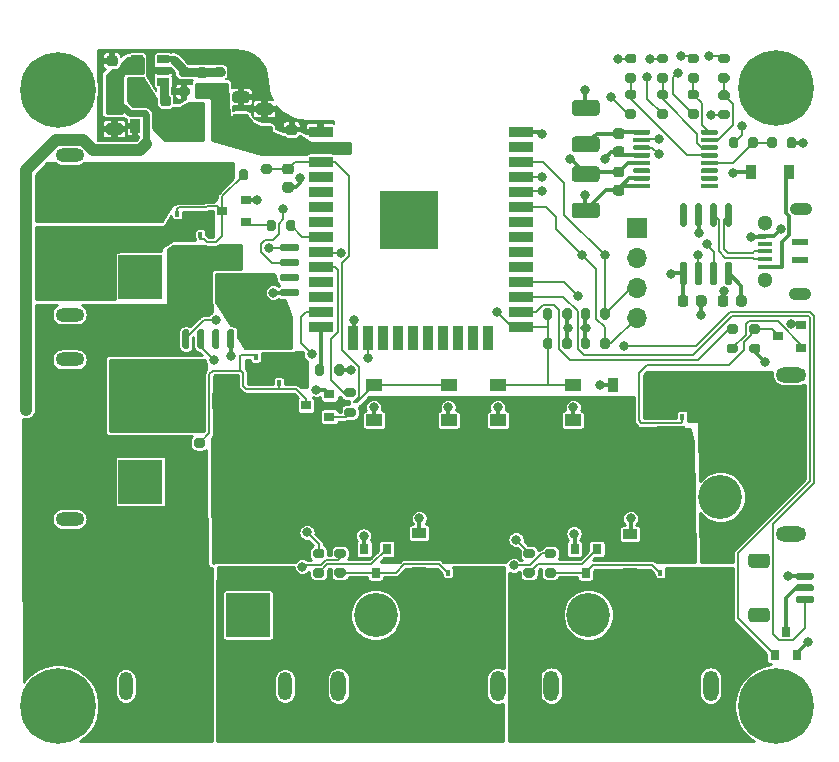
<source format=gbr>
G04 #@! TF.GenerationSoftware,KiCad,Pcbnew,(5.1.10-1-10_14)*
G04 #@! TF.CreationDate,2021-08-04T20:57:59+10:00*
G04 #@! TF.ProjectId,esp32_battery_isolator,65737033-325f-4626-9174-746572795f69,D*
G04 #@! TF.SameCoordinates,Original*
G04 #@! TF.FileFunction,Copper,L1,Top*
G04 #@! TF.FilePolarity,Positive*
%FSLAX46Y46*%
G04 Gerber Fmt 4.6, Leading zero omitted, Abs format (unit mm)*
G04 Created by KiCad (PCBNEW (5.1.10-1-10_14)) date 2021-08-04 20:57:59*
%MOMM*%
%LPD*%
G01*
G04 APERTURE LIST*
G04 #@! TA.AperFunction,SMDPad,CuDef*
%ADD10R,0.350000X0.500000*%
G04 #@! TD*
G04 #@! TA.AperFunction,SMDPad,CuDef*
%ADD11R,0.380000X0.430000*%
G04 #@! TD*
G04 #@! TA.AperFunction,SMDPad,CuDef*
%ADD12R,2.450000X1.980000*%
G04 #@! TD*
G04 #@! TA.AperFunction,SMDPad,CuDef*
%ADD13R,0.400000X0.300000*%
G04 #@! TD*
G04 #@! TA.AperFunction,ComponentPad*
%ADD14C,3.716000*%
G04 #@! TD*
G04 #@! TA.AperFunction,ComponentPad*
%ADD15O,2.600000X1.300000*%
G04 #@! TD*
G04 #@! TA.AperFunction,ComponentPad*
%ADD16O,1.300000X2.600000*%
G04 #@! TD*
G04 #@! TA.AperFunction,ComponentPad*
%ADD17O,1.200000X2.400000*%
G04 #@! TD*
G04 #@! TA.AperFunction,ComponentPad*
%ADD18R,3.716000X3.716000*%
G04 #@! TD*
G04 #@! TA.AperFunction,SMDPad,CuDef*
%ADD19R,1.400000X1.000000*%
G04 #@! TD*
G04 #@! TA.AperFunction,ComponentPad*
%ADD20O,1.900000X1.070000*%
G04 #@! TD*
G04 #@! TA.AperFunction,SMDPad,CuDef*
%ADD21R,1.350000X0.600000*%
G04 #@! TD*
G04 #@! TA.AperFunction,ComponentPad*
%ADD22C,1.300000*%
G04 #@! TD*
G04 #@! TA.AperFunction,SMDPad,CuDef*
%ADD23R,1.250000X0.400000*%
G04 #@! TD*
G04 #@! TA.AperFunction,ComponentPad*
%ADD24C,0.800000*%
G04 #@! TD*
G04 #@! TA.AperFunction,ComponentPad*
%ADD25C,6.400000*%
G04 #@! TD*
G04 #@! TA.AperFunction,ComponentPad*
%ADD26R,1.700000X1.700000*%
G04 #@! TD*
G04 #@! TA.AperFunction,ComponentPad*
%ADD27O,1.700000X1.700000*%
G04 #@! TD*
G04 #@! TA.AperFunction,SMDPad,CuDef*
%ADD28R,5.000000X5.000000*%
G04 #@! TD*
G04 #@! TA.AperFunction,SMDPad,CuDef*
%ADD29R,2.000000X0.900000*%
G04 #@! TD*
G04 #@! TA.AperFunction,SMDPad,CuDef*
%ADD30R,0.900000X2.000000*%
G04 #@! TD*
G04 #@! TA.AperFunction,ComponentPad*
%ADD31O,2.400000X1.200000*%
G04 #@! TD*
G04 #@! TA.AperFunction,SMDPad,CuDef*
%ADD32R,0.900000X0.800000*%
G04 #@! TD*
G04 #@! TA.AperFunction,SMDPad,CuDef*
%ADD33R,0.800000X0.900000*%
G04 #@! TD*
G04 #@! TA.AperFunction,SMDPad,CuDef*
%ADD34R,0.800000X2.900000*%
G04 #@! TD*
G04 #@! TA.AperFunction,SMDPad,CuDef*
%ADD35R,1.060000X0.650000*%
G04 #@! TD*
G04 #@! TA.AperFunction,SMDPad,CuDef*
%ADD36R,0.900000X1.200000*%
G04 #@! TD*
G04 #@! TA.AperFunction,SMDPad,CuDef*
%ADD37R,1.200000X0.900000*%
G04 #@! TD*
G04 #@! TA.AperFunction,ViaPad*
%ADD38C,0.800000*%
G04 #@! TD*
G04 #@! TA.AperFunction,Conductor*
%ADD39C,0.300000*%
G04 #@! TD*
G04 #@! TA.AperFunction,Conductor*
%ADD40C,0.200000*%
G04 #@! TD*
G04 #@! TA.AperFunction,Conductor*
%ADD41C,0.167000*%
G04 #@! TD*
G04 #@! TA.AperFunction,Conductor*
%ADD42C,0.600000*%
G04 #@! TD*
G04 #@! TA.AperFunction,Conductor*
%ADD43C,1.000000*%
G04 #@! TD*
G04 #@! TA.AperFunction,Conductor*
%ADD44C,0.750000*%
G04 #@! TD*
G04 #@! TA.AperFunction,Conductor*
%ADD45C,0.500000*%
G04 #@! TD*
G04 #@! TA.AperFunction,Conductor*
%ADD46C,0.254000*%
G04 #@! TD*
G04 #@! TA.AperFunction,Conductor*
%ADD47C,0.100000*%
G04 #@! TD*
G04 #@! TA.AperFunction,Conductor*
%ADD48C,0.150000*%
G04 #@! TD*
G04 APERTURE END LIST*
D10*
X121925000Y-89150000D03*
X122575000Y-89150000D03*
X121275000Y-89150000D03*
X123225000Y-89150000D03*
D11*
X120835000Y-87750000D03*
X123665000Y-87750000D03*
D12*
X122250000Y-87390000D03*
D13*
X121925000Y-86250000D03*
X121275000Y-86250000D03*
X122575000Y-86250000D03*
X123225000Y-86250000D03*
D10*
X122575000Y-90950000D03*
X121925000Y-90950000D03*
X123225000Y-90950000D03*
X121275000Y-90950000D03*
D11*
X123665000Y-92350000D03*
X120835000Y-92350000D03*
D12*
X122250000Y-92710000D03*
D13*
X122575000Y-93850000D03*
X123225000Y-93850000D03*
X121925000Y-93850000D03*
X121275000Y-93850000D03*
D10*
X144825000Y-119550000D03*
X145475000Y-119550000D03*
X144175000Y-119550000D03*
X146125000Y-119550000D03*
D11*
X143735000Y-118150000D03*
X146565000Y-118150000D03*
D12*
X145150000Y-117790000D03*
D13*
X144825000Y-116650000D03*
X144175000Y-116650000D03*
X145475000Y-116650000D03*
X146125000Y-116650000D03*
D10*
X129225000Y-103500000D03*
X128575000Y-103500000D03*
X129875000Y-103500000D03*
X127925000Y-103500000D03*
D11*
X130315000Y-104900000D03*
X127485000Y-104900000D03*
D12*
X128900000Y-105260000D03*
D13*
X129225000Y-106400000D03*
X129875000Y-106400000D03*
X128575000Y-106400000D03*
X127925000Y-106400000D03*
D10*
X162825000Y-119550000D03*
X163475000Y-119550000D03*
X162175000Y-119550000D03*
X164125000Y-119550000D03*
D11*
X161735000Y-118150000D03*
X164565000Y-118150000D03*
D12*
X163150000Y-117790000D03*
D13*
X162825000Y-116650000D03*
X162175000Y-116650000D03*
X163475000Y-116650000D03*
X164125000Y-116650000D03*
D10*
X163375000Y-106350000D03*
X162725000Y-106350000D03*
X164025000Y-106350000D03*
X162075000Y-106350000D03*
D11*
X164465000Y-107750000D03*
X161635000Y-107750000D03*
D12*
X163050000Y-108110000D03*
D13*
X163375000Y-109250000D03*
X164025000Y-109250000D03*
X162725000Y-109250000D03*
X162075000Y-109250000D03*
D10*
X128575000Y-101300000D03*
X129225000Y-101300000D03*
X127925000Y-101300000D03*
X129875000Y-101300000D03*
D11*
X127485000Y-99900000D03*
X130315000Y-99900000D03*
D12*
X128900000Y-99540000D03*
D13*
X128575000Y-98400000D03*
X127925000Y-98400000D03*
X129225000Y-98400000D03*
X129875000Y-98400000D03*
D14*
X167250000Y-113150000D03*
X167250000Y-105950000D03*
D15*
X173250000Y-116300000D03*
X173250000Y-102800000D03*
D16*
X166420000Y-129120000D03*
X152920000Y-129120000D03*
D14*
X163270000Y-123120000D03*
X156070000Y-123120000D03*
D17*
X116900000Y-129160000D03*
X130400000Y-129160000D03*
D14*
X120050000Y-123160000D03*
D18*
X127250000Y-123160000D03*
D19*
X144250000Y-106650000D03*
X137950000Y-106650000D03*
X137950000Y-103650000D03*
X144250000Y-103650000D03*
X154750000Y-106650000D03*
X148450000Y-106650000D03*
X148450000Y-103650000D03*
X154750000Y-103650000D03*
D20*
X174050000Y-88750000D03*
X173950000Y-95950000D03*
D21*
X173950000Y-91600000D03*
X173950000Y-93100000D03*
D22*
X171050000Y-89950000D03*
X171050000Y-94750000D03*
D23*
X171050000Y-91050000D03*
X171050000Y-91700000D03*
X171050000Y-92350000D03*
X171050000Y-93000000D03*
X171050000Y-93650000D03*
D24*
X112847056Y-129152944D03*
X111150000Y-128450000D03*
X109452944Y-129152944D03*
X108750000Y-130850000D03*
X109452944Y-132547056D03*
X111150000Y-133250000D03*
X112847056Y-132547056D03*
X113550000Y-130850000D03*
D25*
X111150000Y-130850000D03*
D24*
X173647056Y-76852944D03*
X171950000Y-76150000D03*
X170252944Y-76852944D03*
X169550000Y-78550000D03*
X170252944Y-80247056D03*
X171950000Y-80950000D03*
X173647056Y-80247056D03*
X174350000Y-78550000D03*
D25*
X171950000Y-78550000D03*
X171950000Y-130850000D03*
D24*
X174350000Y-130850000D03*
X173647056Y-132547056D03*
X171950000Y-133250000D03*
X170252944Y-132547056D03*
X169550000Y-130850000D03*
X170252944Y-129152944D03*
X171950000Y-128450000D03*
X173647056Y-129152944D03*
X112847056Y-76952944D03*
X111150000Y-76250000D03*
X109452944Y-76952944D03*
X108750000Y-78650000D03*
X109452944Y-80347056D03*
X111150000Y-81050000D03*
X112847056Y-80347056D03*
X113550000Y-78650000D03*
D25*
X111150000Y-78650000D03*
G04 #@! TA.AperFunction,SMDPad,CuDef*
G36*
G01*
X130400000Y-86475000D02*
X130900000Y-86475000D01*
G75*
G02*
X131125000Y-86700000I0J-225000D01*
G01*
X131125000Y-87150000D01*
G75*
G02*
X130900000Y-87375000I-225000J0D01*
G01*
X130400000Y-87375000D01*
G75*
G02*
X130175000Y-87150000I0J225000D01*
G01*
X130175000Y-86700000D01*
G75*
G02*
X130400000Y-86475000I225000J0D01*
G01*
G37*
G04 #@! TD.AperFunction*
G04 #@! TA.AperFunction,SMDPad,CuDef*
G36*
G01*
X130400000Y-84925000D02*
X130900000Y-84925000D01*
G75*
G02*
X131125000Y-85150000I0J-225000D01*
G01*
X131125000Y-85600000D01*
G75*
G02*
X130900000Y-85825000I-225000J0D01*
G01*
X130400000Y-85825000D01*
G75*
G02*
X130175000Y-85600000I0J225000D01*
G01*
X130175000Y-85150000D01*
G75*
G02*
X130400000Y-84925000I225000J0D01*
G01*
G37*
G04 #@! TD.AperFunction*
G04 #@! TA.AperFunction,SMDPad,CuDef*
G36*
G01*
X116000000Y-78225000D02*
X115500000Y-78225000D01*
G75*
G02*
X115275000Y-78000000I0J225000D01*
G01*
X115275000Y-77550000D01*
G75*
G02*
X115500000Y-77325000I225000J0D01*
G01*
X116000000Y-77325000D01*
G75*
G02*
X116225000Y-77550000I0J-225000D01*
G01*
X116225000Y-78000000D01*
G75*
G02*
X116000000Y-78225000I-225000J0D01*
G01*
G37*
G04 #@! TD.AperFunction*
G04 #@! TA.AperFunction,SMDPad,CuDef*
G36*
G01*
X116000000Y-76675000D02*
X115500000Y-76675000D01*
G75*
G02*
X115275000Y-76450000I0J225000D01*
G01*
X115275000Y-76000000D01*
G75*
G02*
X115500000Y-75775000I225000J0D01*
G01*
X116000000Y-75775000D01*
G75*
G02*
X116225000Y-76000000I0J-225000D01*
G01*
X116225000Y-76450000D01*
G75*
G02*
X116000000Y-76675000I-225000J0D01*
G01*
G37*
G04 #@! TD.AperFunction*
G04 #@! TA.AperFunction,SMDPad,CuDef*
G36*
G01*
X156775003Y-83950000D02*
X154924997Y-83950000D01*
G75*
G02*
X154675000Y-83700003I0J249997D01*
G01*
X154675000Y-82874997D01*
G75*
G02*
X154924997Y-82625000I249997J0D01*
G01*
X156775003Y-82625000D01*
G75*
G02*
X157025000Y-82874997I0J-249997D01*
G01*
X157025000Y-83700003D01*
G75*
G02*
X156775003Y-83950000I-249997J0D01*
G01*
G37*
G04 #@! TD.AperFunction*
G04 #@! TA.AperFunction,SMDPad,CuDef*
G36*
G01*
X156775003Y-80875000D02*
X154924997Y-80875000D01*
G75*
G02*
X154675000Y-80625003I0J249997D01*
G01*
X154675000Y-79799997D01*
G75*
G02*
X154924997Y-79550000I249997J0D01*
G01*
X156775003Y-79550000D01*
G75*
G02*
X157025000Y-79799997I0J-249997D01*
G01*
X157025000Y-80625003D01*
G75*
G02*
X156775003Y-80875000I-249997J0D01*
G01*
G37*
G04 #@! TD.AperFunction*
G04 #@! TA.AperFunction,SMDPad,CuDef*
G36*
G01*
X158400000Y-83475000D02*
X158900000Y-83475000D01*
G75*
G02*
X159125000Y-83700000I0J-225000D01*
G01*
X159125000Y-84150000D01*
G75*
G02*
X158900000Y-84375000I-225000J0D01*
G01*
X158400000Y-84375000D01*
G75*
G02*
X158175000Y-84150000I0J225000D01*
G01*
X158175000Y-83700000D01*
G75*
G02*
X158400000Y-83475000I225000J0D01*
G01*
G37*
G04 #@! TD.AperFunction*
G04 #@! TA.AperFunction,SMDPad,CuDef*
G36*
G01*
X158400000Y-81925000D02*
X158900000Y-81925000D01*
G75*
G02*
X159125000Y-82150000I0J-225000D01*
G01*
X159125000Y-82600000D01*
G75*
G02*
X158900000Y-82825000I-225000J0D01*
G01*
X158400000Y-82825000D01*
G75*
G02*
X158175000Y-82600000I0J225000D01*
G01*
X158175000Y-82150000D01*
G75*
G02*
X158400000Y-81925000I225000J0D01*
G01*
G37*
G04 #@! TD.AperFunction*
G04 #@! TA.AperFunction,SMDPad,CuDef*
G36*
G01*
X158400000Y-85175000D02*
X158900000Y-85175000D01*
G75*
G02*
X159125000Y-85400000I0J-225000D01*
G01*
X159125000Y-85850000D01*
G75*
G02*
X158900000Y-86075000I-225000J0D01*
G01*
X158400000Y-86075000D01*
G75*
G02*
X158175000Y-85850000I0J225000D01*
G01*
X158175000Y-85400000D01*
G75*
G02*
X158400000Y-85175000I225000J0D01*
G01*
G37*
G04 #@! TD.AperFunction*
G04 #@! TA.AperFunction,SMDPad,CuDef*
G36*
G01*
X158400000Y-86725000D02*
X158900000Y-86725000D01*
G75*
G02*
X159125000Y-86950000I0J-225000D01*
G01*
X159125000Y-87400000D01*
G75*
G02*
X158900000Y-87625000I-225000J0D01*
G01*
X158400000Y-87625000D01*
G75*
G02*
X158175000Y-87400000I0J225000D01*
G01*
X158175000Y-86950000D01*
G75*
G02*
X158400000Y-86725000I225000J0D01*
G01*
G37*
G04 #@! TD.AperFunction*
G04 #@! TA.AperFunction,SMDPad,CuDef*
G36*
G01*
X154924997Y-88225000D02*
X156775003Y-88225000D01*
G75*
G02*
X157025000Y-88474997I0J-249997D01*
G01*
X157025000Y-89300003D01*
G75*
G02*
X156775003Y-89550000I-249997J0D01*
G01*
X154924997Y-89550000D01*
G75*
G02*
X154675000Y-89300003I0J249997D01*
G01*
X154675000Y-88474997D01*
G75*
G02*
X154924997Y-88225000I249997J0D01*
G01*
G37*
G04 #@! TD.AperFunction*
G04 #@! TA.AperFunction,SMDPad,CuDef*
G36*
G01*
X154924997Y-85150000D02*
X156775003Y-85150000D01*
G75*
G02*
X157025000Y-85399997I0J-249997D01*
G01*
X157025000Y-86225003D01*
G75*
G02*
X156775003Y-86475000I-249997J0D01*
G01*
X154924997Y-86475000D01*
G75*
G02*
X154675000Y-86225003I0J249997D01*
G01*
X154675000Y-85399997D01*
G75*
G02*
X154924997Y-85150000I249997J0D01*
G01*
G37*
G04 #@! TD.AperFunction*
G04 #@! TA.AperFunction,SMDPad,CuDef*
G36*
G01*
X169475000Y-96300000D02*
X169475000Y-96800000D01*
G75*
G02*
X169250000Y-97025000I-225000J0D01*
G01*
X168800000Y-97025000D01*
G75*
G02*
X168575000Y-96800000I0J225000D01*
G01*
X168575000Y-96300000D01*
G75*
G02*
X168800000Y-96075000I225000J0D01*
G01*
X169250000Y-96075000D01*
G75*
G02*
X169475000Y-96300000I0J-225000D01*
G01*
G37*
G04 #@! TD.AperFunction*
G04 #@! TA.AperFunction,SMDPad,CuDef*
G36*
G01*
X167925000Y-96300000D02*
X167925000Y-96800000D01*
G75*
G02*
X167700000Y-97025000I-225000J0D01*
G01*
X167250000Y-97025000D01*
G75*
G02*
X167025000Y-96800000I0J225000D01*
G01*
X167025000Y-96300000D01*
G75*
G02*
X167250000Y-96075000I225000J0D01*
G01*
X167700000Y-96075000D01*
G75*
G02*
X167925000Y-96300000I0J-225000D01*
G01*
G37*
G04 #@! TD.AperFunction*
G04 #@! TA.AperFunction,SMDPad,CuDef*
G36*
G01*
X165175000Y-96800000D02*
X165175000Y-96300000D01*
G75*
G02*
X165400000Y-96075000I225000J0D01*
G01*
X165850000Y-96075000D01*
G75*
G02*
X166075000Y-96300000I0J-225000D01*
G01*
X166075000Y-96800000D01*
G75*
G02*
X165850000Y-97025000I-225000J0D01*
G01*
X165400000Y-97025000D01*
G75*
G02*
X165175000Y-96800000I0J225000D01*
G01*
G37*
G04 #@! TD.AperFunction*
G04 #@! TA.AperFunction,SMDPad,CuDef*
G36*
G01*
X163625000Y-96800000D02*
X163625000Y-96300000D01*
G75*
G02*
X163850000Y-96075000I225000J0D01*
G01*
X164300000Y-96075000D01*
G75*
G02*
X164525000Y-96300000I0J-225000D01*
G01*
X164525000Y-96800000D01*
G75*
G02*
X164300000Y-97025000I-225000J0D01*
G01*
X163850000Y-97025000D01*
G75*
G02*
X163625000Y-96800000I0J225000D01*
G01*
G37*
G04 #@! TD.AperFunction*
G04 #@! TA.AperFunction,SMDPad,CuDef*
G36*
G01*
X131200000Y-84075000D02*
X130700000Y-84075000D01*
G75*
G02*
X130475000Y-83850000I0J225000D01*
G01*
X130475000Y-83400000D01*
G75*
G02*
X130700000Y-83175000I225000J0D01*
G01*
X131200000Y-83175000D01*
G75*
G02*
X131425000Y-83400000I0J-225000D01*
G01*
X131425000Y-83850000D01*
G75*
G02*
X131200000Y-84075000I-225000J0D01*
G01*
G37*
G04 #@! TD.AperFunction*
G04 #@! TA.AperFunction,SMDPad,CuDef*
G36*
G01*
X131200000Y-82525000D02*
X130700000Y-82525000D01*
G75*
G02*
X130475000Y-82300000I0J225000D01*
G01*
X130475000Y-81850000D01*
G75*
G02*
X130700000Y-81625000I225000J0D01*
G01*
X131200000Y-81625000D01*
G75*
G02*
X131425000Y-81850000I0J-225000D01*
G01*
X131425000Y-82300000D01*
G75*
G02*
X131200000Y-82525000I-225000J0D01*
G01*
G37*
G04 #@! TD.AperFunction*
D26*
X160150000Y-90350000D03*
D27*
X160150000Y-92890000D03*
X160150000Y-95430000D03*
X160150000Y-97970000D03*
G04 #@! TA.AperFunction,SMDPad,CuDef*
G36*
G01*
X128575000Y-84975000D02*
X129125000Y-84975000D01*
G75*
G02*
X129325000Y-85175000I0J-200000D01*
G01*
X129325000Y-85575000D01*
G75*
G02*
X129125000Y-85775000I-200000J0D01*
G01*
X128575000Y-85775000D01*
G75*
G02*
X128375000Y-85575000I0J200000D01*
G01*
X128375000Y-85175000D01*
G75*
G02*
X128575000Y-84975000I200000J0D01*
G01*
G37*
G04 #@! TD.AperFunction*
G04 #@! TA.AperFunction,SMDPad,CuDef*
G36*
G01*
X128575000Y-83325000D02*
X129125000Y-83325000D01*
G75*
G02*
X129325000Y-83525000I0J-200000D01*
G01*
X129325000Y-83925000D01*
G75*
G02*
X129125000Y-84125000I-200000J0D01*
G01*
X128575000Y-84125000D01*
G75*
G02*
X128375000Y-83925000I0J200000D01*
G01*
X128375000Y-83525000D01*
G75*
G02*
X128575000Y-83325000I200000J0D01*
G01*
G37*
G04 #@! TD.AperFunction*
G04 #@! TA.AperFunction,SMDPad,CuDef*
G36*
G01*
X133725000Y-102125000D02*
X133725000Y-102675000D01*
G75*
G02*
X133525000Y-102875000I-200000J0D01*
G01*
X133125000Y-102875000D01*
G75*
G02*
X132925000Y-102675000I0J200000D01*
G01*
X132925000Y-102125000D01*
G75*
G02*
X133125000Y-101925000I200000J0D01*
G01*
X133525000Y-101925000D01*
G75*
G02*
X133725000Y-102125000I0J-200000D01*
G01*
G37*
G04 #@! TD.AperFunction*
G04 #@! TA.AperFunction,SMDPad,CuDef*
G36*
G01*
X135375000Y-102125000D02*
X135375000Y-102675000D01*
G75*
G02*
X135175000Y-102875000I-200000J0D01*
G01*
X134775000Y-102875000D01*
G75*
G02*
X134575000Y-102675000I0J200000D01*
G01*
X134575000Y-102125000D01*
G75*
G02*
X134775000Y-101925000I200000J0D01*
G01*
X135175000Y-101925000D01*
G75*
G02*
X135375000Y-102125000I0J-200000D01*
G01*
G37*
G04 #@! TD.AperFunction*
G04 #@! TA.AperFunction,SMDPad,CuDef*
G36*
G01*
X157075000Y-97925000D02*
X157075000Y-97375000D01*
G75*
G02*
X157275000Y-97175000I200000J0D01*
G01*
X157675000Y-97175000D01*
G75*
G02*
X157875000Y-97375000I0J-200000D01*
G01*
X157875000Y-97925000D01*
G75*
G02*
X157675000Y-98125000I-200000J0D01*
G01*
X157275000Y-98125000D01*
G75*
G02*
X157075000Y-97925000I0J200000D01*
G01*
G37*
G04 #@! TD.AperFunction*
G04 #@! TA.AperFunction,SMDPad,CuDef*
G36*
G01*
X155425000Y-97925000D02*
X155425000Y-97375000D01*
G75*
G02*
X155625000Y-97175000I200000J0D01*
G01*
X156025000Y-97175000D01*
G75*
G02*
X156225000Y-97375000I0J-200000D01*
G01*
X156225000Y-97925000D01*
G75*
G02*
X156025000Y-98125000I-200000J0D01*
G01*
X155625000Y-98125000D01*
G75*
G02*
X155425000Y-97925000I0J200000D01*
G01*
G37*
G04 #@! TD.AperFunction*
G04 #@! TA.AperFunction,SMDPad,CuDef*
G36*
G01*
X155425000Y-100425000D02*
X155425000Y-99875000D01*
G75*
G02*
X155625000Y-99675000I200000J0D01*
G01*
X156025000Y-99675000D01*
G75*
G02*
X156225000Y-99875000I0J-200000D01*
G01*
X156225000Y-100425000D01*
G75*
G02*
X156025000Y-100625000I-200000J0D01*
G01*
X155625000Y-100625000D01*
G75*
G02*
X155425000Y-100425000I0J200000D01*
G01*
G37*
G04 #@! TD.AperFunction*
G04 #@! TA.AperFunction,SMDPad,CuDef*
G36*
G01*
X157075000Y-100425000D02*
X157075000Y-99875000D01*
G75*
G02*
X157275000Y-99675000I200000J0D01*
G01*
X157675000Y-99675000D01*
G75*
G02*
X157875000Y-99875000I0J-200000D01*
G01*
X157875000Y-100425000D01*
G75*
G02*
X157675000Y-100625000I-200000J0D01*
G01*
X157275000Y-100625000D01*
G75*
G02*
X157075000Y-100425000I0J200000D01*
G01*
G37*
G04 #@! TD.AperFunction*
G04 #@! TA.AperFunction,SMDPad,CuDef*
G36*
G01*
X154675000Y-97375000D02*
X154675000Y-97925000D01*
G75*
G02*
X154475000Y-98125000I-200000J0D01*
G01*
X154075000Y-98125000D01*
G75*
G02*
X153875000Y-97925000I0J200000D01*
G01*
X153875000Y-97375000D01*
G75*
G02*
X154075000Y-97175000I200000J0D01*
G01*
X154475000Y-97175000D01*
G75*
G02*
X154675000Y-97375000I0J-200000D01*
G01*
G37*
G04 #@! TD.AperFunction*
G04 #@! TA.AperFunction,SMDPad,CuDef*
G36*
G01*
X153025000Y-97375000D02*
X153025000Y-97925000D01*
G75*
G02*
X152825000Y-98125000I-200000J0D01*
G01*
X152425000Y-98125000D01*
G75*
G02*
X152225000Y-97925000I0J200000D01*
G01*
X152225000Y-97375000D01*
G75*
G02*
X152425000Y-97175000I200000J0D01*
G01*
X152825000Y-97175000D01*
G75*
G02*
X153025000Y-97375000I0J-200000D01*
G01*
G37*
G04 #@! TD.AperFunction*
G04 #@! TA.AperFunction,SMDPad,CuDef*
G36*
G01*
X153875000Y-100425000D02*
X153875000Y-99875000D01*
G75*
G02*
X154075000Y-99675000I200000J0D01*
G01*
X154475000Y-99675000D01*
G75*
G02*
X154675000Y-99875000I0J-200000D01*
G01*
X154675000Y-100425000D01*
G75*
G02*
X154475000Y-100625000I-200000J0D01*
G01*
X154075000Y-100625000D01*
G75*
G02*
X153875000Y-100425000I0J200000D01*
G01*
G37*
G04 #@! TD.AperFunction*
G04 #@! TA.AperFunction,SMDPad,CuDef*
G36*
G01*
X152225000Y-100425000D02*
X152225000Y-99875000D01*
G75*
G02*
X152425000Y-99675000I200000J0D01*
G01*
X152825000Y-99675000D01*
G75*
G02*
X153025000Y-99875000I0J-200000D01*
G01*
X153025000Y-100425000D01*
G75*
G02*
X152825000Y-100625000I-200000J0D01*
G01*
X152425000Y-100625000D01*
G75*
G02*
X152225000Y-100425000I0J200000D01*
G01*
G37*
G04 #@! TD.AperFunction*
G04 #@! TA.AperFunction,SMDPad,CuDef*
G36*
G01*
X165225000Y-81125000D02*
X164675000Y-81125000D01*
G75*
G02*
X164475000Y-80925000I0J200000D01*
G01*
X164475000Y-80525000D01*
G75*
G02*
X164675000Y-80325000I200000J0D01*
G01*
X165225000Y-80325000D01*
G75*
G02*
X165425000Y-80525000I0J-200000D01*
G01*
X165425000Y-80925000D01*
G75*
G02*
X165225000Y-81125000I-200000J0D01*
G01*
G37*
G04 #@! TD.AperFunction*
G04 #@! TA.AperFunction,SMDPad,CuDef*
G36*
G01*
X165225000Y-79475000D02*
X164675000Y-79475000D01*
G75*
G02*
X164475000Y-79275000I0J200000D01*
G01*
X164475000Y-78875000D01*
G75*
G02*
X164675000Y-78675000I200000J0D01*
G01*
X165225000Y-78675000D01*
G75*
G02*
X165425000Y-78875000I0J-200000D01*
G01*
X165425000Y-79275000D01*
G75*
G02*
X165225000Y-79475000I-200000J0D01*
G01*
G37*
G04 #@! TD.AperFunction*
G04 #@! TA.AperFunction,SMDPad,CuDef*
G36*
G01*
X165225000Y-76425000D02*
X164675000Y-76425000D01*
G75*
G02*
X164475000Y-76225000I0J200000D01*
G01*
X164475000Y-75825000D01*
G75*
G02*
X164675000Y-75625000I200000J0D01*
G01*
X165225000Y-75625000D01*
G75*
G02*
X165425000Y-75825000I0J-200000D01*
G01*
X165425000Y-76225000D01*
G75*
G02*
X165225000Y-76425000I-200000J0D01*
G01*
G37*
G04 #@! TD.AperFunction*
G04 #@! TA.AperFunction,SMDPad,CuDef*
G36*
G01*
X165225000Y-78075000D02*
X164675000Y-78075000D01*
G75*
G02*
X164475000Y-77875000I0J200000D01*
G01*
X164475000Y-77475000D01*
G75*
G02*
X164675000Y-77275000I200000J0D01*
G01*
X165225000Y-77275000D01*
G75*
G02*
X165425000Y-77475000I0J-200000D01*
G01*
X165425000Y-77875000D01*
G75*
G02*
X165225000Y-78075000I-200000J0D01*
G01*
G37*
G04 #@! TD.AperFunction*
G04 #@! TA.AperFunction,SMDPad,CuDef*
G36*
G01*
X167825000Y-81175000D02*
X167275000Y-81175000D01*
G75*
G02*
X167075000Y-80975000I0J200000D01*
G01*
X167075000Y-80575000D01*
G75*
G02*
X167275000Y-80375000I200000J0D01*
G01*
X167825000Y-80375000D01*
G75*
G02*
X168025000Y-80575000I0J-200000D01*
G01*
X168025000Y-80975000D01*
G75*
G02*
X167825000Y-81175000I-200000J0D01*
G01*
G37*
G04 #@! TD.AperFunction*
G04 #@! TA.AperFunction,SMDPad,CuDef*
G36*
G01*
X167825000Y-79525000D02*
X167275000Y-79525000D01*
G75*
G02*
X167075000Y-79325000I0J200000D01*
G01*
X167075000Y-78925000D01*
G75*
G02*
X167275000Y-78725000I200000J0D01*
G01*
X167825000Y-78725000D01*
G75*
G02*
X168025000Y-78925000I0J-200000D01*
G01*
X168025000Y-79325000D01*
G75*
G02*
X167825000Y-79525000I-200000J0D01*
G01*
G37*
G04 #@! TD.AperFunction*
G04 #@! TA.AperFunction,SMDPad,CuDef*
G36*
G01*
X167825000Y-76425000D02*
X167275000Y-76425000D01*
G75*
G02*
X167075000Y-76225000I0J200000D01*
G01*
X167075000Y-75825000D01*
G75*
G02*
X167275000Y-75625000I200000J0D01*
G01*
X167825000Y-75625000D01*
G75*
G02*
X168025000Y-75825000I0J-200000D01*
G01*
X168025000Y-76225000D01*
G75*
G02*
X167825000Y-76425000I-200000J0D01*
G01*
G37*
G04 #@! TD.AperFunction*
G04 #@! TA.AperFunction,SMDPad,CuDef*
G36*
G01*
X167825000Y-78075000D02*
X167275000Y-78075000D01*
G75*
G02*
X167075000Y-77875000I0J200000D01*
G01*
X167075000Y-77475000D01*
G75*
G02*
X167275000Y-77275000I200000J0D01*
G01*
X167825000Y-77275000D01*
G75*
G02*
X168025000Y-77475000I0J-200000D01*
G01*
X168025000Y-77875000D01*
G75*
G02*
X167825000Y-78075000I-200000J0D01*
G01*
G37*
G04 #@! TD.AperFunction*
G04 #@! TA.AperFunction,SMDPad,CuDef*
G36*
G01*
X126475000Y-86125000D02*
X126475000Y-85575000D01*
G75*
G02*
X126675000Y-85375000I200000J0D01*
G01*
X127075000Y-85375000D01*
G75*
G02*
X127275000Y-85575000I0J-200000D01*
G01*
X127275000Y-86125000D01*
G75*
G02*
X127075000Y-86325000I-200000J0D01*
G01*
X126675000Y-86325000D01*
G75*
G02*
X126475000Y-86125000I0J200000D01*
G01*
G37*
G04 #@! TD.AperFunction*
G04 #@! TA.AperFunction,SMDPad,CuDef*
G36*
G01*
X124825000Y-86125000D02*
X124825000Y-85575000D01*
G75*
G02*
X125025000Y-85375000I200000J0D01*
G01*
X125425000Y-85375000D01*
G75*
G02*
X125625000Y-85575000I0J-200000D01*
G01*
X125625000Y-86125000D01*
G75*
G02*
X125425000Y-86325000I-200000J0D01*
G01*
X125025000Y-86325000D01*
G75*
G02*
X124825000Y-86125000I0J200000D01*
G01*
G37*
G04 #@! TD.AperFunction*
G04 #@! TA.AperFunction,SMDPad,CuDef*
G36*
G01*
X122875000Y-106525000D02*
X123425000Y-106525000D01*
G75*
G02*
X123625000Y-106725000I0J-200000D01*
G01*
X123625000Y-107125000D01*
G75*
G02*
X123425000Y-107325000I-200000J0D01*
G01*
X122875000Y-107325000D01*
G75*
G02*
X122675000Y-107125000I0J200000D01*
G01*
X122675000Y-106725000D01*
G75*
G02*
X122875000Y-106525000I200000J0D01*
G01*
G37*
G04 #@! TD.AperFunction*
G04 #@! TA.AperFunction,SMDPad,CuDef*
G36*
G01*
X122875000Y-108175000D02*
X123425000Y-108175000D01*
G75*
G02*
X123625000Y-108375000I0J-200000D01*
G01*
X123625000Y-108775000D01*
G75*
G02*
X123425000Y-108975000I-200000J0D01*
G01*
X122875000Y-108975000D01*
G75*
G02*
X122675000Y-108775000I0J200000D01*
G01*
X122675000Y-108375000D01*
G75*
G02*
X122875000Y-108175000I200000J0D01*
G01*
G37*
G04 #@! TD.AperFunction*
G04 #@! TA.AperFunction,SMDPad,CuDef*
G36*
G01*
X134775000Y-119175000D02*
X135325000Y-119175000D01*
G75*
G02*
X135525000Y-119375000I0J-200000D01*
G01*
X135525000Y-119775000D01*
G75*
G02*
X135325000Y-119975000I-200000J0D01*
G01*
X134775000Y-119975000D01*
G75*
G02*
X134575000Y-119775000I0J200000D01*
G01*
X134575000Y-119375000D01*
G75*
G02*
X134775000Y-119175000I200000J0D01*
G01*
G37*
G04 #@! TD.AperFunction*
G04 #@! TA.AperFunction,SMDPad,CuDef*
G36*
G01*
X134775000Y-117525000D02*
X135325000Y-117525000D01*
G75*
G02*
X135525000Y-117725000I0J-200000D01*
G01*
X135525000Y-118125000D01*
G75*
G02*
X135325000Y-118325000I-200000J0D01*
G01*
X134775000Y-118325000D01*
G75*
G02*
X134575000Y-118125000I0J200000D01*
G01*
X134575000Y-117725000D01*
G75*
G02*
X134775000Y-117525000I200000J0D01*
G01*
G37*
G04 #@! TD.AperFunction*
G04 #@! TA.AperFunction,SMDPad,CuDef*
G36*
G01*
X152575000Y-117525000D02*
X153125000Y-117525000D01*
G75*
G02*
X153325000Y-117725000I0J-200000D01*
G01*
X153325000Y-118125000D01*
G75*
G02*
X153125000Y-118325000I-200000J0D01*
G01*
X152575000Y-118325000D01*
G75*
G02*
X152375000Y-118125000I0J200000D01*
G01*
X152375000Y-117725000D01*
G75*
G02*
X152575000Y-117525000I200000J0D01*
G01*
G37*
G04 #@! TD.AperFunction*
G04 #@! TA.AperFunction,SMDPad,CuDef*
G36*
G01*
X152575000Y-119175000D02*
X153125000Y-119175000D01*
G75*
G02*
X153325000Y-119375000I0J-200000D01*
G01*
X153325000Y-119775000D01*
G75*
G02*
X153125000Y-119975000I-200000J0D01*
G01*
X152575000Y-119975000D01*
G75*
G02*
X152375000Y-119775000I0J200000D01*
G01*
X152375000Y-119375000D01*
G75*
G02*
X152575000Y-119175000I200000J0D01*
G01*
G37*
G04 #@! TD.AperFunction*
G04 #@! TA.AperFunction,SMDPad,CuDef*
G36*
G01*
X167975000Y-83425000D02*
X167975000Y-82875000D01*
G75*
G02*
X168175000Y-82675000I200000J0D01*
G01*
X168575000Y-82675000D01*
G75*
G02*
X168775000Y-82875000I0J-200000D01*
G01*
X168775000Y-83425000D01*
G75*
G02*
X168575000Y-83625000I-200000J0D01*
G01*
X168175000Y-83625000D01*
G75*
G02*
X167975000Y-83425000I0J200000D01*
G01*
G37*
G04 #@! TD.AperFunction*
G04 #@! TA.AperFunction,SMDPad,CuDef*
G36*
G01*
X169625000Y-83425000D02*
X169625000Y-82875000D01*
G75*
G02*
X169825000Y-82675000I200000J0D01*
G01*
X170225000Y-82675000D01*
G75*
G02*
X170425000Y-82875000I0J-200000D01*
G01*
X170425000Y-83425000D01*
G75*
G02*
X170225000Y-83625000I-200000J0D01*
G01*
X169825000Y-83625000D01*
G75*
G02*
X169625000Y-83425000I0J200000D01*
G01*
G37*
G04 #@! TD.AperFunction*
G04 #@! TA.AperFunction,SMDPad,CuDef*
G36*
G01*
X172875000Y-83425000D02*
X172875000Y-82875000D01*
G75*
G02*
X173075000Y-82675000I200000J0D01*
G01*
X173475000Y-82675000D01*
G75*
G02*
X173675000Y-82875000I0J-200000D01*
G01*
X173675000Y-83425000D01*
G75*
G02*
X173475000Y-83625000I-200000J0D01*
G01*
X173075000Y-83625000D01*
G75*
G02*
X172875000Y-83425000I0J200000D01*
G01*
G37*
G04 #@! TD.AperFunction*
G04 #@! TA.AperFunction,SMDPad,CuDef*
G36*
G01*
X171225000Y-83425000D02*
X171225000Y-82875000D01*
G75*
G02*
X171425000Y-82675000I200000J0D01*
G01*
X171825000Y-82675000D01*
G75*
G02*
X172025000Y-82875000I0J-200000D01*
G01*
X172025000Y-83425000D01*
G75*
G02*
X171825000Y-83625000I-200000J0D01*
G01*
X171425000Y-83625000D01*
G75*
G02*
X171225000Y-83425000I0J200000D01*
G01*
G37*
G04 #@! TD.AperFunction*
G04 #@! TA.AperFunction,SMDPad,CuDef*
G36*
G01*
X170425000Y-99325000D02*
X169875000Y-99325000D01*
G75*
G02*
X169675000Y-99125000I0J200000D01*
G01*
X169675000Y-98725000D01*
G75*
G02*
X169875000Y-98525000I200000J0D01*
G01*
X170425000Y-98525000D01*
G75*
G02*
X170625000Y-98725000I0J-200000D01*
G01*
X170625000Y-99125000D01*
G75*
G02*
X170425000Y-99325000I-200000J0D01*
G01*
G37*
G04 #@! TD.AperFunction*
G04 #@! TA.AperFunction,SMDPad,CuDef*
G36*
G01*
X170425000Y-100975000D02*
X169875000Y-100975000D01*
G75*
G02*
X169675000Y-100775000I0J200000D01*
G01*
X169675000Y-100375000D01*
G75*
G02*
X169875000Y-100175000I200000J0D01*
G01*
X170425000Y-100175000D01*
G75*
G02*
X170625000Y-100375000I0J-200000D01*
G01*
X170625000Y-100775000D01*
G75*
G02*
X170425000Y-100975000I-200000J0D01*
G01*
G37*
G04 #@! TD.AperFunction*
G04 #@! TA.AperFunction,SMDPad,CuDef*
G36*
G01*
X162625000Y-81125000D02*
X162075000Y-81125000D01*
G75*
G02*
X161875000Y-80925000I0J200000D01*
G01*
X161875000Y-80525000D01*
G75*
G02*
X162075000Y-80325000I200000J0D01*
G01*
X162625000Y-80325000D01*
G75*
G02*
X162825000Y-80525000I0J-200000D01*
G01*
X162825000Y-80925000D01*
G75*
G02*
X162625000Y-81125000I-200000J0D01*
G01*
G37*
G04 #@! TD.AperFunction*
G04 #@! TA.AperFunction,SMDPad,CuDef*
G36*
G01*
X162625000Y-79475000D02*
X162075000Y-79475000D01*
G75*
G02*
X161875000Y-79275000I0J200000D01*
G01*
X161875000Y-78875000D01*
G75*
G02*
X162075000Y-78675000I200000J0D01*
G01*
X162625000Y-78675000D01*
G75*
G02*
X162825000Y-78875000I0J-200000D01*
G01*
X162825000Y-79275000D01*
G75*
G02*
X162625000Y-79475000I-200000J0D01*
G01*
G37*
G04 #@! TD.AperFunction*
G04 #@! TA.AperFunction,SMDPad,CuDef*
G36*
G01*
X162625000Y-78075000D02*
X162075000Y-78075000D01*
G75*
G02*
X161875000Y-77875000I0J200000D01*
G01*
X161875000Y-77475000D01*
G75*
G02*
X162075000Y-77275000I200000J0D01*
G01*
X162625000Y-77275000D01*
G75*
G02*
X162825000Y-77475000I0J-200000D01*
G01*
X162825000Y-77875000D01*
G75*
G02*
X162625000Y-78075000I-200000J0D01*
G01*
G37*
G04 #@! TD.AperFunction*
G04 #@! TA.AperFunction,SMDPad,CuDef*
G36*
G01*
X162625000Y-76425000D02*
X162075000Y-76425000D01*
G75*
G02*
X161875000Y-76225000I0J200000D01*
G01*
X161875000Y-75825000D01*
G75*
G02*
X162075000Y-75625000I200000J0D01*
G01*
X162625000Y-75625000D01*
G75*
G02*
X162825000Y-75825000I0J-200000D01*
G01*
X162825000Y-76225000D01*
G75*
G02*
X162625000Y-76425000I-200000J0D01*
G01*
G37*
G04 #@! TD.AperFunction*
G04 #@! TA.AperFunction,SMDPad,CuDef*
G36*
G01*
X159925000Y-79475000D02*
X159375000Y-79475000D01*
G75*
G02*
X159175000Y-79275000I0J200000D01*
G01*
X159175000Y-78875000D01*
G75*
G02*
X159375000Y-78675000I200000J0D01*
G01*
X159925000Y-78675000D01*
G75*
G02*
X160125000Y-78875000I0J-200000D01*
G01*
X160125000Y-79275000D01*
G75*
G02*
X159925000Y-79475000I-200000J0D01*
G01*
G37*
G04 #@! TD.AperFunction*
G04 #@! TA.AperFunction,SMDPad,CuDef*
G36*
G01*
X159925000Y-81125000D02*
X159375000Y-81125000D01*
G75*
G02*
X159175000Y-80925000I0J200000D01*
G01*
X159175000Y-80525000D01*
G75*
G02*
X159375000Y-80325000I200000J0D01*
G01*
X159925000Y-80325000D01*
G75*
G02*
X160125000Y-80525000I0J-200000D01*
G01*
X160125000Y-80925000D01*
G75*
G02*
X159925000Y-81125000I-200000J0D01*
G01*
G37*
G04 #@! TD.AperFunction*
G04 #@! TA.AperFunction,SMDPad,CuDef*
G36*
G01*
X159925000Y-78075000D02*
X159375000Y-78075000D01*
G75*
G02*
X159175000Y-77875000I0J200000D01*
G01*
X159175000Y-77475000D01*
G75*
G02*
X159375000Y-77275000I200000J0D01*
G01*
X159925000Y-77275000D01*
G75*
G02*
X160125000Y-77475000I0J-200000D01*
G01*
X160125000Y-77875000D01*
G75*
G02*
X159925000Y-78075000I-200000J0D01*
G01*
G37*
G04 #@! TD.AperFunction*
G04 #@! TA.AperFunction,SMDPad,CuDef*
G36*
G01*
X159925000Y-76425000D02*
X159375000Y-76425000D01*
G75*
G02*
X159175000Y-76225000I0J200000D01*
G01*
X159175000Y-75825000D01*
G75*
G02*
X159375000Y-75625000I200000J0D01*
G01*
X159925000Y-75625000D01*
G75*
G02*
X160125000Y-75825000I0J-200000D01*
G01*
X160125000Y-76225000D01*
G75*
G02*
X159925000Y-76425000I-200000J0D01*
G01*
G37*
G04 #@! TD.AperFunction*
D28*
X140900000Y-89720000D03*
D29*
X133400000Y-82220000D03*
X133400000Y-83490000D03*
X133400000Y-84760000D03*
X133400000Y-86030000D03*
X133400000Y-87300000D03*
X133400000Y-88570000D03*
X133400000Y-89840000D03*
X133400000Y-91110000D03*
X133400000Y-92380000D03*
X133400000Y-93650000D03*
X133400000Y-94920000D03*
X133400000Y-96190000D03*
X133400000Y-97460000D03*
X133400000Y-98730000D03*
D30*
X136185000Y-99730000D03*
X137455000Y-99730000D03*
X138725000Y-99730000D03*
X139995000Y-99730000D03*
X141265000Y-99730000D03*
X142535000Y-99730000D03*
X143805000Y-99730000D03*
X145075000Y-99730000D03*
X146345000Y-99730000D03*
X147615000Y-99730000D03*
D29*
X150400000Y-98730000D03*
X150400000Y-97460000D03*
X150400000Y-96190000D03*
X150400000Y-94920000D03*
X150400000Y-93650000D03*
X150400000Y-92380000D03*
X150400000Y-91110000D03*
X150400000Y-89840000D03*
X150400000Y-88570000D03*
X150400000Y-87300000D03*
X150400000Y-86030000D03*
X150400000Y-84760000D03*
X150400000Y-83490000D03*
X150400000Y-82220000D03*
G04 #@! TA.AperFunction,SMDPad,CuDef*
G36*
G01*
X159850000Y-82375000D02*
X159850000Y-82175000D01*
G75*
G02*
X159950000Y-82075000I100000J0D01*
G01*
X161225000Y-82075000D01*
G75*
G02*
X161325000Y-82175000I0J-100000D01*
G01*
X161325000Y-82375000D01*
G75*
G02*
X161225000Y-82475000I-100000J0D01*
G01*
X159950000Y-82475000D01*
G75*
G02*
X159850000Y-82375000I0J100000D01*
G01*
G37*
G04 #@! TD.AperFunction*
G04 #@! TA.AperFunction,SMDPad,CuDef*
G36*
G01*
X159850000Y-83025000D02*
X159850000Y-82825000D01*
G75*
G02*
X159950000Y-82725000I100000J0D01*
G01*
X161225000Y-82725000D01*
G75*
G02*
X161325000Y-82825000I0J-100000D01*
G01*
X161325000Y-83025000D01*
G75*
G02*
X161225000Y-83125000I-100000J0D01*
G01*
X159950000Y-83125000D01*
G75*
G02*
X159850000Y-83025000I0J100000D01*
G01*
G37*
G04 #@! TD.AperFunction*
G04 #@! TA.AperFunction,SMDPad,CuDef*
G36*
G01*
X159850000Y-83675000D02*
X159850000Y-83475000D01*
G75*
G02*
X159950000Y-83375000I100000J0D01*
G01*
X161225000Y-83375000D01*
G75*
G02*
X161325000Y-83475000I0J-100000D01*
G01*
X161325000Y-83675000D01*
G75*
G02*
X161225000Y-83775000I-100000J0D01*
G01*
X159950000Y-83775000D01*
G75*
G02*
X159850000Y-83675000I0J100000D01*
G01*
G37*
G04 #@! TD.AperFunction*
G04 #@! TA.AperFunction,SMDPad,CuDef*
G36*
G01*
X159850000Y-84325000D02*
X159850000Y-84125000D01*
G75*
G02*
X159950000Y-84025000I100000J0D01*
G01*
X161225000Y-84025000D01*
G75*
G02*
X161325000Y-84125000I0J-100000D01*
G01*
X161325000Y-84325000D01*
G75*
G02*
X161225000Y-84425000I-100000J0D01*
G01*
X159950000Y-84425000D01*
G75*
G02*
X159850000Y-84325000I0J100000D01*
G01*
G37*
G04 #@! TD.AperFunction*
G04 #@! TA.AperFunction,SMDPad,CuDef*
G36*
G01*
X159850000Y-84975000D02*
X159850000Y-84775000D01*
G75*
G02*
X159950000Y-84675000I100000J0D01*
G01*
X161225000Y-84675000D01*
G75*
G02*
X161325000Y-84775000I0J-100000D01*
G01*
X161325000Y-84975000D01*
G75*
G02*
X161225000Y-85075000I-100000J0D01*
G01*
X159950000Y-85075000D01*
G75*
G02*
X159850000Y-84975000I0J100000D01*
G01*
G37*
G04 #@! TD.AperFunction*
G04 #@! TA.AperFunction,SMDPad,CuDef*
G36*
G01*
X159850000Y-85625000D02*
X159850000Y-85425000D01*
G75*
G02*
X159950000Y-85325000I100000J0D01*
G01*
X161225000Y-85325000D01*
G75*
G02*
X161325000Y-85425000I0J-100000D01*
G01*
X161325000Y-85625000D01*
G75*
G02*
X161225000Y-85725000I-100000J0D01*
G01*
X159950000Y-85725000D01*
G75*
G02*
X159850000Y-85625000I0J100000D01*
G01*
G37*
G04 #@! TD.AperFunction*
G04 #@! TA.AperFunction,SMDPad,CuDef*
G36*
G01*
X159850000Y-86275000D02*
X159850000Y-86075000D01*
G75*
G02*
X159950000Y-85975000I100000J0D01*
G01*
X161225000Y-85975000D01*
G75*
G02*
X161325000Y-86075000I0J-100000D01*
G01*
X161325000Y-86275000D01*
G75*
G02*
X161225000Y-86375000I-100000J0D01*
G01*
X159950000Y-86375000D01*
G75*
G02*
X159850000Y-86275000I0J100000D01*
G01*
G37*
G04 #@! TD.AperFunction*
G04 #@! TA.AperFunction,SMDPad,CuDef*
G36*
G01*
X159850000Y-86925000D02*
X159850000Y-86725000D01*
G75*
G02*
X159950000Y-86625000I100000J0D01*
G01*
X161225000Y-86625000D01*
G75*
G02*
X161325000Y-86725000I0J-100000D01*
G01*
X161325000Y-86925000D01*
G75*
G02*
X161225000Y-87025000I-100000J0D01*
G01*
X159950000Y-87025000D01*
G75*
G02*
X159850000Y-86925000I0J100000D01*
G01*
G37*
G04 #@! TD.AperFunction*
G04 #@! TA.AperFunction,SMDPad,CuDef*
G36*
G01*
X165575000Y-86925000D02*
X165575000Y-86725000D01*
G75*
G02*
X165675000Y-86625000I100000J0D01*
G01*
X166950000Y-86625000D01*
G75*
G02*
X167050000Y-86725000I0J-100000D01*
G01*
X167050000Y-86925000D01*
G75*
G02*
X166950000Y-87025000I-100000J0D01*
G01*
X165675000Y-87025000D01*
G75*
G02*
X165575000Y-86925000I0J100000D01*
G01*
G37*
G04 #@! TD.AperFunction*
G04 #@! TA.AperFunction,SMDPad,CuDef*
G36*
G01*
X165575000Y-86275000D02*
X165575000Y-86075000D01*
G75*
G02*
X165675000Y-85975000I100000J0D01*
G01*
X166950000Y-85975000D01*
G75*
G02*
X167050000Y-86075000I0J-100000D01*
G01*
X167050000Y-86275000D01*
G75*
G02*
X166950000Y-86375000I-100000J0D01*
G01*
X165675000Y-86375000D01*
G75*
G02*
X165575000Y-86275000I0J100000D01*
G01*
G37*
G04 #@! TD.AperFunction*
G04 #@! TA.AperFunction,SMDPad,CuDef*
G36*
G01*
X165575000Y-85625000D02*
X165575000Y-85425000D01*
G75*
G02*
X165675000Y-85325000I100000J0D01*
G01*
X166950000Y-85325000D01*
G75*
G02*
X167050000Y-85425000I0J-100000D01*
G01*
X167050000Y-85625000D01*
G75*
G02*
X166950000Y-85725000I-100000J0D01*
G01*
X165675000Y-85725000D01*
G75*
G02*
X165575000Y-85625000I0J100000D01*
G01*
G37*
G04 #@! TD.AperFunction*
G04 #@! TA.AperFunction,SMDPad,CuDef*
G36*
G01*
X165575000Y-84975000D02*
X165575000Y-84775000D01*
G75*
G02*
X165675000Y-84675000I100000J0D01*
G01*
X166950000Y-84675000D01*
G75*
G02*
X167050000Y-84775000I0J-100000D01*
G01*
X167050000Y-84975000D01*
G75*
G02*
X166950000Y-85075000I-100000J0D01*
G01*
X165675000Y-85075000D01*
G75*
G02*
X165575000Y-84975000I0J100000D01*
G01*
G37*
G04 #@! TD.AperFunction*
G04 #@! TA.AperFunction,SMDPad,CuDef*
G36*
G01*
X165575000Y-84325000D02*
X165575000Y-84125000D01*
G75*
G02*
X165675000Y-84025000I100000J0D01*
G01*
X166950000Y-84025000D01*
G75*
G02*
X167050000Y-84125000I0J-100000D01*
G01*
X167050000Y-84325000D01*
G75*
G02*
X166950000Y-84425000I-100000J0D01*
G01*
X165675000Y-84425000D01*
G75*
G02*
X165575000Y-84325000I0J100000D01*
G01*
G37*
G04 #@! TD.AperFunction*
G04 #@! TA.AperFunction,SMDPad,CuDef*
G36*
G01*
X165575000Y-83675000D02*
X165575000Y-83475000D01*
G75*
G02*
X165675000Y-83375000I100000J0D01*
G01*
X166950000Y-83375000D01*
G75*
G02*
X167050000Y-83475000I0J-100000D01*
G01*
X167050000Y-83675000D01*
G75*
G02*
X166950000Y-83775000I-100000J0D01*
G01*
X165675000Y-83775000D01*
G75*
G02*
X165575000Y-83675000I0J100000D01*
G01*
G37*
G04 #@! TD.AperFunction*
G04 #@! TA.AperFunction,SMDPad,CuDef*
G36*
G01*
X165575000Y-83025000D02*
X165575000Y-82825000D01*
G75*
G02*
X165675000Y-82725000I100000J0D01*
G01*
X166950000Y-82725000D01*
G75*
G02*
X167050000Y-82825000I0J-100000D01*
G01*
X167050000Y-83025000D01*
G75*
G02*
X166950000Y-83125000I-100000J0D01*
G01*
X165675000Y-83125000D01*
G75*
G02*
X165575000Y-83025000I0J100000D01*
G01*
G37*
G04 #@! TD.AperFunction*
G04 #@! TA.AperFunction,SMDPad,CuDef*
G36*
G01*
X165575000Y-82375000D02*
X165575000Y-82175000D01*
G75*
G02*
X165675000Y-82075000I100000J0D01*
G01*
X166950000Y-82075000D01*
G75*
G02*
X167050000Y-82175000I0J-100000D01*
G01*
X167050000Y-82375000D01*
G75*
G02*
X166950000Y-82475000I-100000J0D01*
G01*
X165675000Y-82475000D01*
G75*
G02*
X165575000Y-82375000I0J100000D01*
G01*
G37*
G04 #@! TD.AperFunction*
G04 #@! TA.AperFunction,SMDPad,CuDef*
G36*
G01*
X129950000Y-92195000D02*
X129950000Y-91895000D01*
G75*
G02*
X130100000Y-91745000I150000J0D01*
G01*
X131450000Y-91745000D01*
G75*
G02*
X131600000Y-91895000I0J-150000D01*
G01*
X131600000Y-92195000D01*
G75*
G02*
X131450000Y-92345000I-150000J0D01*
G01*
X130100000Y-92345000D01*
G75*
G02*
X129950000Y-92195000I0J150000D01*
G01*
G37*
G04 #@! TD.AperFunction*
G04 #@! TA.AperFunction,SMDPad,CuDef*
G36*
G01*
X129950000Y-93465000D02*
X129950000Y-93165000D01*
G75*
G02*
X130100000Y-93015000I150000J0D01*
G01*
X131450000Y-93015000D01*
G75*
G02*
X131600000Y-93165000I0J-150000D01*
G01*
X131600000Y-93465000D01*
G75*
G02*
X131450000Y-93615000I-150000J0D01*
G01*
X130100000Y-93615000D01*
G75*
G02*
X129950000Y-93465000I0J150000D01*
G01*
G37*
G04 #@! TD.AperFunction*
G04 #@! TA.AperFunction,SMDPad,CuDef*
G36*
G01*
X129950000Y-94735000D02*
X129950000Y-94435000D01*
G75*
G02*
X130100000Y-94285000I150000J0D01*
G01*
X131450000Y-94285000D01*
G75*
G02*
X131600000Y-94435000I0J-150000D01*
G01*
X131600000Y-94735000D01*
G75*
G02*
X131450000Y-94885000I-150000J0D01*
G01*
X130100000Y-94885000D01*
G75*
G02*
X129950000Y-94735000I0J150000D01*
G01*
G37*
G04 #@! TD.AperFunction*
G04 #@! TA.AperFunction,SMDPad,CuDef*
G36*
G01*
X129950000Y-96005000D02*
X129950000Y-95705000D01*
G75*
G02*
X130100000Y-95555000I150000J0D01*
G01*
X131450000Y-95555000D01*
G75*
G02*
X131600000Y-95705000I0J-150000D01*
G01*
X131600000Y-96005000D01*
G75*
G02*
X131450000Y-96155000I-150000J0D01*
G01*
X130100000Y-96155000D01*
G75*
G02*
X129950000Y-96005000I0J150000D01*
G01*
G37*
G04 #@! TD.AperFunction*
G04 #@! TA.AperFunction,SMDPad,CuDef*
G36*
G01*
X124700000Y-96005000D02*
X124700000Y-95705000D01*
G75*
G02*
X124850000Y-95555000I150000J0D01*
G01*
X126200000Y-95555000D01*
G75*
G02*
X126350000Y-95705000I0J-150000D01*
G01*
X126350000Y-96005000D01*
G75*
G02*
X126200000Y-96155000I-150000J0D01*
G01*
X124850000Y-96155000D01*
G75*
G02*
X124700000Y-96005000I0J150000D01*
G01*
G37*
G04 #@! TD.AperFunction*
G04 #@! TA.AperFunction,SMDPad,CuDef*
G36*
G01*
X124700000Y-94735000D02*
X124700000Y-94435000D01*
G75*
G02*
X124850000Y-94285000I150000J0D01*
G01*
X126200000Y-94285000D01*
G75*
G02*
X126350000Y-94435000I0J-150000D01*
G01*
X126350000Y-94735000D01*
G75*
G02*
X126200000Y-94885000I-150000J0D01*
G01*
X124850000Y-94885000D01*
G75*
G02*
X124700000Y-94735000I0J150000D01*
G01*
G37*
G04 #@! TD.AperFunction*
G04 #@! TA.AperFunction,SMDPad,CuDef*
G36*
G01*
X124700000Y-93465000D02*
X124700000Y-93165000D01*
G75*
G02*
X124850000Y-93015000I150000J0D01*
G01*
X126200000Y-93015000D01*
G75*
G02*
X126350000Y-93165000I0J-150000D01*
G01*
X126350000Y-93465000D01*
G75*
G02*
X126200000Y-93615000I-150000J0D01*
G01*
X124850000Y-93615000D01*
G75*
G02*
X124700000Y-93465000I0J150000D01*
G01*
G37*
G04 #@! TD.AperFunction*
G04 #@! TA.AperFunction,SMDPad,CuDef*
G36*
G01*
X124700000Y-92195000D02*
X124700000Y-91895000D01*
G75*
G02*
X124850000Y-91745000I150000J0D01*
G01*
X126200000Y-91745000D01*
G75*
G02*
X126350000Y-91895000I0J-150000D01*
G01*
X126350000Y-92195000D01*
G75*
G02*
X126200000Y-92345000I-150000J0D01*
G01*
X124850000Y-92345000D01*
G75*
G02*
X124700000Y-92195000I0J150000D01*
G01*
G37*
G04 #@! TD.AperFunction*
G04 #@! TA.AperFunction,SMDPad,CuDef*
G36*
G01*
X167805000Y-88300000D02*
X168105000Y-88300000D01*
G75*
G02*
X168255000Y-88450000I0J-150000D01*
G01*
X168255000Y-90100000D01*
G75*
G02*
X168105000Y-90250000I-150000J0D01*
G01*
X167805000Y-90250000D01*
G75*
G02*
X167655000Y-90100000I0J150000D01*
G01*
X167655000Y-88450000D01*
G75*
G02*
X167805000Y-88300000I150000J0D01*
G01*
G37*
G04 #@! TD.AperFunction*
G04 #@! TA.AperFunction,SMDPad,CuDef*
G36*
G01*
X166535000Y-88300000D02*
X166835000Y-88300000D01*
G75*
G02*
X166985000Y-88450000I0J-150000D01*
G01*
X166985000Y-90100000D01*
G75*
G02*
X166835000Y-90250000I-150000J0D01*
G01*
X166535000Y-90250000D01*
G75*
G02*
X166385000Y-90100000I0J150000D01*
G01*
X166385000Y-88450000D01*
G75*
G02*
X166535000Y-88300000I150000J0D01*
G01*
G37*
G04 #@! TD.AperFunction*
G04 #@! TA.AperFunction,SMDPad,CuDef*
G36*
G01*
X165265000Y-88300000D02*
X165565000Y-88300000D01*
G75*
G02*
X165715000Y-88450000I0J-150000D01*
G01*
X165715000Y-90100000D01*
G75*
G02*
X165565000Y-90250000I-150000J0D01*
G01*
X165265000Y-90250000D01*
G75*
G02*
X165115000Y-90100000I0J150000D01*
G01*
X165115000Y-88450000D01*
G75*
G02*
X165265000Y-88300000I150000J0D01*
G01*
G37*
G04 #@! TD.AperFunction*
G04 #@! TA.AperFunction,SMDPad,CuDef*
G36*
G01*
X163995000Y-88300000D02*
X164295000Y-88300000D01*
G75*
G02*
X164445000Y-88450000I0J-150000D01*
G01*
X164445000Y-90100000D01*
G75*
G02*
X164295000Y-90250000I-150000J0D01*
G01*
X163995000Y-90250000D01*
G75*
G02*
X163845000Y-90100000I0J150000D01*
G01*
X163845000Y-88450000D01*
G75*
G02*
X163995000Y-88300000I150000J0D01*
G01*
G37*
G04 #@! TD.AperFunction*
G04 #@! TA.AperFunction,SMDPad,CuDef*
G36*
G01*
X163995000Y-93250000D02*
X164295000Y-93250000D01*
G75*
G02*
X164445000Y-93400000I0J-150000D01*
G01*
X164445000Y-95050000D01*
G75*
G02*
X164295000Y-95200000I-150000J0D01*
G01*
X163995000Y-95200000D01*
G75*
G02*
X163845000Y-95050000I0J150000D01*
G01*
X163845000Y-93400000D01*
G75*
G02*
X163995000Y-93250000I150000J0D01*
G01*
G37*
G04 #@! TD.AperFunction*
G04 #@! TA.AperFunction,SMDPad,CuDef*
G36*
G01*
X165265000Y-93250000D02*
X165565000Y-93250000D01*
G75*
G02*
X165715000Y-93400000I0J-150000D01*
G01*
X165715000Y-95050000D01*
G75*
G02*
X165565000Y-95200000I-150000J0D01*
G01*
X165265000Y-95200000D01*
G75*
G02*
X165115000Y-95050000I0J150000D01*
G01*
X165115000Y-93400000D01*
G75*
G02*
X165265000Y-93250000I150000J0D01*
G01*
G37*
G04 #@! TD.AperFunction*
G04 #@! TA.AperFunction,SMDPad,CuDef*
G36*
G01*
X166535000Y-93250000D02*
X166835000Y-93250000D01*
G75*
G02*
X166985000Y-93400000I0J-150000D01*
G01*
X166985000Y-95050000D01*
G75*
G02*
X166835000Y-95200000I-150000J0D01*
G01*
X166535000Y-95200000D01*
G75*
G02*
X166385000Y-95050000I0J150000D01*
G01*
X166385000Y-93400000D01*
G75*
G02*
X166535000Y-93250000I150000J0D01*
G01*
G37*
G04 #@! TD.AperFunction*
G04 #@! TA.AperFunction,SMDPad,CuDef*
G36*
G01*
X167805000Y-93250000D02*
X168105000Y-93250000D01*
G75*
G02*
X168255000Y-93400000I0J-150000D01*
G01*
X168255000Y-95050000D01*
G75*
G02*
X168105000Y-95200000I-150000J0D01*
G01*
X167805000Y-95200000D01*
G75*
G02*
X167655000Y-95050000I0J150000D01*
G01*
X167655000Y-93400000D01*
G75*
G02*
X167805000Y-93250000I150000J0D01*
G01*
G37*
G04 #@! TD.AperFunction*
G04 #@! TA.AperFunction,SMDPad,CuDef*
G36*
G01*
X122145000Y-105850000D02*
X121845000Y-105850000D01*
G75*
G02*
X121695000Y-105700000I0J150000D01*
G01*
X121695000Y-104350000D01*
G75*
G02*
X121845000Y-104200000I150000J0D01*
G01*
X122145000Y-104200000D01*
G75*
G02*
X122295000Y-104350000I0J-150000D01*
G01*
X122295000Y-105700000D01*
G75*
G02*
X122145000Y-105850000I-150000J0D01*
G01*
G37*
G04 #@! TD.AperFunction*
G04 #@! TA.AperFunction,SMDPad,CuDef*
G36*
G01*
X123415000Y-105850000D02*
X123115000Y-105850000D01*
G75*
G02*
X122965000Y-105700000I0J150000D01*
G01*
X122965000Y-104350000D01*
G75*
G02*
X123115000Y-104200000I150000J0D01*
G01*
X123415000Y-104200000D01*
G75*
G02*
X123565000Y-104350000I0J-150000D01*
G01*
X123565000Y-105700000D01*
G75*
G02*
X123415000Y-105850000I-150000J0D01*
G01*
G37*
G04 #@! TD.AperFunction*
G04 #@! TA.AperFunction,SMDPad,CuDef*
G36*
G01*
X124685000Y-105850000D02*
X124385000Y-105850000D01*
G75*
G02*
X124235000Y-105700000I0J150000D01*
G01*
X124235000Y-104350000D01*
G75*
G02*
X124385000Y-104200000I150000J0D01*
G01*
X124685000Y-104200000D01*
G75*
G02*
X124835000Y-104350000I0J-150000D01*
G01*
X124835000Y-105700000D01*
G75*
G02*
X124685000Y-105850000I-150000J0D01*
G01*
G37*
G04 #@! TD.AperFunction*
G04 #@! TA.AperFunction,SMDPad,CuDef*
G36*
G01*
X125955000Y-105850000D02*
X125655000Y-105850000D01*
G75*
G02*
X125505000Y-105700000I0J150000D01*
G01*
X125505000Y-104350000D01*
G75*
G02*
X125655000Y-104200000I150000J0D01*
G01*
X125955000Y-104200000D01*
G75*
G02*
X126105000Y-104350000I0J-150000D01*
G01*
X126105000Y-105700000D01*
G75*
G02*
X125955000Y-105850000I-150000J0D01*
G01*
G37*
G04 #@! TD.AperFunction*
G04 #@! TA.AperFunction,SMDPad,CuDef*
G36*
G01*
X125955000Y-100600000D02*
X125655000Y-100600000D01*
G75*
G02*
X125505000Y-100450000I0J150000D01*
G01*
X125505000Y-99100000D01*
G75*
G02*
X125655000Y-98950000I150000J0D01*
G01*
X125955000Y-98950000D01*
G75*
G02*
X126105000Y-99100000I0J-150000D01*
G01*
X126105000Y-100450000D01*
G75*
G02*
X125955000Y-100600000I-150000J0D01*
G01*
G37*
G04 #@! TD.AperFunction*
G04 #@! TA.AperFunction,SMDPad,CuDef*
G36*
G01*
X124685000Y-100600000D02*
X124385000Y-100600000D01*
G75*
G02*
X124235000Y-100450000I0J150000D01*
G01*
X124235000Y-99100000D01*
G75*
G02*
X124385000Y-98950000I150000J0D01*
G01*
X124685000Y-98950000D01*
G75*
G02*
X124835000Y-99100000I0J-150000D01*
G01*
X124835000Y-100450000D01*
G75*
G02*
X124685000Y-100600000I-150000J0D01*
G01*
G37*
G04 #@! TD.AperFunction*
G04 #@! TA.AperFunction,SMDPad,CuDef*
G36*
G01*
X123415000Y-100600000D02*
X123115000Y-100600000D01*
G75*
G02*
X122965000Y-100450000I0J150000D01*
G01*
X122965000Y-99100000D01*
G75*
G02*
X123115000Y-98950000I150000J0D01*
G01*
X123415000Y-98950000D01*
G75*
G02*
X123565000Y-99100000I0J-150000D01*
G01*
X123565000Y-100450000D01*
G75*
G02*
X123415000Y-100600000I-150000J0D01*
G01*
G37*
G04 #@! TD.AperFunction*
G04 #@! TA.AperFunction,SMDPad,CuDef*
G36*
G01*
X122145000Y-100600000D02*
X121845000Y-100600000D01*
G75*
G02*
X121695000Y-100450000I0J150000D01*
G01*
X121695000Y-99100000D01*
G75*
G02*
X121845000Y-98950000I150000J0D01*
G01*
X122145000Y-98950000D01*
G75*
G02*
X122295000Y-99100000I0J-150000D01*
G01*
X122295000Y-100450000D01*
G75*
G02*
X122145000Y-100600000I-150000J0D01*
G01*
G37*
G04 #@! TD.AperFunction*
D18*
X118150000Y-94550000D03*
D14*
X118150000Y-87350000D03*
D31*
X112150000Y-97700000D03*
X112150000Y-84200000D03*
X112150000Y-101500000D03*
X112150000Y-115000000D03*
D14*
X118150000Y-104650000D03*
D18*
X118150000Y-111850000D03*
D16*
X148400000Y-129150000D03*
X134900000Y-129150000D03*
D14*
X145250000Y-123150000D03*
X138050000Y-123150000D03*
D32*
X127050000Y-89900000D03*
X127050000Y-88000000D03*
X125050000Y-88950000D03*
D33*
X139000000Y-117550000D03*
X137100000Y-117550000D03*
X138050000Y-119550000D03*
D32*
X132150000Y-105400000D03*
X134150000Y-104450000D03*
X134150000Y-106350000D03*
D33*
X155850000Y-119550000D03*
X154900000Y-117550000D03*
X156800000Y-117550000D03*
D32*
X174100000Y-100500000D03*
X174100000Y-98600000D03*
X172100000Y-99550000D03*
D33*
X171850000Y-126550000D03*
X173750000Y-126550000D03*
X172800000Y-124550000D03*
G04 #@! TA.AperFunction,SMDPad,CuDef*
G36*
G01*
X129625000Y-89875000D02*
X129625000Y-90425000D01*
G75*
G02*
X129425000Y-90625000I-200000J0D01*
G01*
X129025000Y-90625000D01*
G75*
G02*
X128825000Y-90425000I0J200000D01*
G01*
X128825000Y-89875000D01*
G75*
G02*
X129025000Y-89675000I200000J0D01*
G01*
X129425000Y-89675000D01*
G75*
G02*
X129625000Y-89875000I0J-200000D01*
G01*
G37*
G04 #@! TD.AperFunction*
G04 #@! TA.AperFunction,SMDPad,CuDef*
G36*
G01*
X131275000Y-89875000D02*
X131275000Y-90425000D01*
G75*
G02*
X131075000Y-90625000I-200000J0D01*
G01*
X130675000Y-90625000D01*
G75*
G02*
X130475000Y-90425000I0J200000D01*
G01*
X130475000Y-89875000D01*
G75*
G02*
X130675000Y-89675000I200000J0D01*
G01*
X131075000Y-89675000D01*
G75*
G02*
X131275000Y-89875000I0J-200000D01*
G01*
G37*
G04 #@! TD.AperFunction*
G04 #@! TA.AperFunction,SMDPad,CuDef*
G36*
G01*
X132975000Y-119175000D02*
X133525000Y-119175000D01*
G75*
G02*
X133725000Y-119375000I0J-200000D01*
G01*
X133725000Y-119775000D01*
G75*
G02*
X133525000Y-119975000I-200000J0D01*
G01*
X132975000Y-119975000D01*
G75*
G02*
X132775000Y-119775000I0J200000D01*
G01*
X132775000Y-119375000D01*
G75*
G02*
X132975000Y-119175000I200000J0D01*
G01*
G37*
G04 #@! TD.AperFunction*
G04 #@! TA.AperFunction,SMDPad,CuDef*
G36*
G01*
X132975000Y-117525000D02*
X133525000Y-117525000D01*
G75*
G02*
X133725000Y-117725000I0J-200000D01*
G01*
X133725000Y-118125000D01*
G75*
G02*
X133525000Y-118325000I-200000J0D01*
G01*
X132975000Y-118325000D01*
G75*
G02*
X132775000Y-118125000I0J200000D01*
G01*
X132775000Y-117725000D01*
G75*
G02*
X132975000Y-117525000I200000J0D01*
G01*
G37*
G04 #@! TD.AperFunction*
G04 #@! TA.AperFunction,SMDPad,CuDef*
G36*
G01*
X135625000Y-103925000D02*
X136175000Y-103925000D01*
G75*
G02*
X136375000Y-104125000I0J-200000D01*
G01*
X136375000Y-104525000D01*
G75*
G02*
X136175000Y-104725000I-200000J0D01*
G01*
X135625000Y-104725000D01*
G75*
G02*
X135425000Y-104525000I0J200000D01*
G01*
X135425000Y-104125000D01*
G75*
G02*
X135625000Y-103925000I200000J0D01*
G01*
G37*
G04 #@! TD.AperFunction*
G04 #@! TA.AperFunction,SMDPad,CuDef*
G36*
G01*
X135625000Y-105575000D02*
X136175000Y-105575000D01*
G75*
G02*
X136375000Y-105775000I0J-200000D01*
G01*
X136375000Y-106175000D01*
G75*
G02*
X136175000Y-106375000I-200000J0D01*
G01*
X135625000Y-106375000D01*
G75*
G02*
X135425000Y-106175000I0J200000D01*
G01*
X135425000Y-105775000D01*
G75*
G02*
X135625000Y-105575000I200000J0D01*
G01*
G37*
G04 #@! TD.AperFunction*
G04 #@! TA.AperFunction,SMDPad,CuDef*
G36*
G01*
X150775000Y-117525000D02*
X151325000Y-117525000D01*
G75*
G02*
X151525000Y-117725000I0J-200000D01*
G01*
X151525000Y-118125000D01*
G75*
G02*
X151325000Y-118325000I-200000J0D01*
G01*
X150775000Y-118325000D01*
G75*
G02*
X150575000Y-118125000I0J200000D01*
G01*
X150575000Y-117725000D01*
G75*
G02*
X150775000Y-117525000I200000J0D01*
G01*
G37*
G04 #@! TD.AperFunction*
G04 #@! TA.AperFunction,SMDPad,CuDef*
G36*
G01*
X150775000Y-119175000D02*
X151325000Y-119175000D01*
G75*
G02*
X151525000Y-119375000I0J-200000D01*
G01*
X151525000Y-119775000D01*
G75*
G02*
X151325000Y-119975000I-200000J0D01*
G01*
X150775000Y-119975000D01*
G75*
G02*
X150575000Y-119775000I0J200000D01*
G01*
X150575000Y-119375000D01*
G75*
G02*
X150775000Y-119175000I200000J0D01*
G01*
G37*
G04 #@! TD.AperFunction*
G04 #@! TA.AperFunction,SMDPad,CuDef*
G36*
G01*
X167975000Y-98525000D02*
X168525000Y-98525000D01*
G75*
G02*
X168725000Y-98725000I0J-200000D01*
G01*
X168725000Y-99125000D01*
G75*
G02*
X168525000Y-99325000I-200000J0D01*
G01*
X167975000Y-99325000D01*
G75*
G02*
X167775000Y-99125000I0J200000D01*
G01*
X167775000Y-98725000D01*
G75*
G02*
X167975000Y-98525000I200000J0D01*
G01*
G37*
G04 #@! TD.AperFunction*
G04 #@! TA.AperFunction,SMDPad,CuDef*
G36*
G01*
X167975000Y-100175000D02*
X168525000Y-100175000D01*
G75*
G02*
X168725000Y-100375000I0J-200000D01*
G01*
X168725000Y-100775000D01*
G75*
G02*
X168525000Y-100975000I-200000J0D01*
G01*
X167975000Y-100975000D01*
G75*
G02*
X167775000Y-100775000I0J200000D01*
G01*
X167775000Y-100375000D01*
G75*
G02*
X167975000Y-100175000I200000J0D01*
G01*
G37*
G04 #@! TD.AperFunction*
G04 #@! TA.AperFunction,SMDPad,CuDef*
G36*
G01*
X115475000Y-81500000D02*
X116425000Y-81500000D01*
G75*
G02*
X116675000Y-81750000I0J-250000D01*
G01*
X116675000Y-82250000D01*
G75*
G02*
X116425000Y-82500000I-250000J0D01*
G01*
X115475000Y-82500000D01*
G75*
G02*
X115225000Y-82250000I0J250000D01*
G01*
X115225000Y-81750000D01*
G75*
G02*
X115475000Y-81500000I250000J0D01*
G01*
G37*
G04 #@! TD.AperFunction*
G04 #@! TA.AperFunction,SMDPad,CuDef*
G36*
G01*
X115475000Y-79600000D02*
X116425000Y-79600000D01*
G75*
G02*
X116675000Y-79850000I0J-250000D01*
G01*
X116675000Y-80350000D01*
G75*
G02*
X116425000Y-80600000I-250000J0D01*
G01*
X115475000Y-80600000D01*
G75*
G02*
X115225000Y-80350000I0J250000D01*
G01*
X115225000Y-79850000D01*
G75*
G02*
X115475000Y-79600000I250000J0D01*
G01*
G37*
G04 #@! TD.AperFunction*
G04 #@! TA.AperFunction,SMDPad,CuDef*
G36*
G01*
X123100000Y-78325000D02*
X123600000Y-78325000D01*
G75*
G02*
X123825000Y-78550000I0J-225000D01*
G01*
X123825000Y-79000000D01*
G75*
G02*
X123600000Y-79225000I-225000J0D01*
G01*
X123100000Y-79225000D01*
G75*
G02*
X122875000Y-79000000I0J225000D01*
G01*
X122875000Y-78550000D01*
G75*
G02*
X123100000Y-78325000I225000J0D01*
G01*
G37*
G04 #@! TD.AperFunction*
G04 #@! TA.AperFunction,SMDPad,CuDef*
G36*
G01*
X123100000Y-76775000D02*
X123600000Y-76775000D01*
G75*
G02*
X123825000Y-77000000I0J-225000D01*
G01*
X123825000Y-77450000D01*
G75*
G02*
X123600000Y-77675000I-225000J0D01*
G01*
X123100000Y-77675000D01*
G75*
G02*
X122875000Y-77450000I0J225000D01*
G01*
X122875000Y-77000000D01*
G75*
G02*
X123100000Y-76775000I225000J0D01*
G01*
G37*
G04 #@! TD.AperFunction*
G04 #@! TA.AperFunction,SMDPad,CuDef*
G36*
G01*
X120725000Y-79350000D02*
X120725000Y-79850000D01*
G75*
G02*
X120500000Y-80075000I-225000J0D01*
G01*
X120050000Y-80075000D01*
G75*
G02*
X119825000Y-79850000I0J225000D01*
G01*
X119825000Y-79350000D01*
G75*
G02*
X120050000Y-79125000I225000J0D01*
G01*
X120500000Y-79125000D01*
G75*
G02*
X120725000Y-79350000I0J-225000D01*
G01*
G37*
G04 #@! TD.AperFunction*
G04 #@! TA.AperFunction,SMDPad,CuDef*
G36*
G01*
X119175000Y-79350000D02*
X119175000Y-79850000D01*
G75*
G02*
X118950000Y-80075000I-225000J0D01*
G01*
X118500000Y-80075000D01*
G75*
G02*
X118275000Y-79850000I0J225000D01*
G01*
X118275000Y-79350000D01*
G75*
G02*
X118500000Y-79125000I225000J0D01*
G01*
X118950000Y-79125000D01*
G75*
G02*
X119175000Y-79350000I0J-225000D01*
G01*
G37*
G04 #@! TD.AperFunction*
G04 #@! TA.AperFunction,SMDPad,CuDef*
G36*
G01*
X127125000Y-81700000D02*
X126175000Y-81700000D01*
G75*
G02*
X125925000Y-81450000I0J250000D01*
G01*
X125925000Y-80950000D01*
G75*
G02*
X126175000Y-80700000I250000J0D01*
G01*
X127125000Y-80700000D01*
G75*
G02*
X127375000Y-80950000I0J-250000D01*
G01*
X127375000Y-81450000D01*
G75*
G02*
X127125000Y-81700000I-250000J0D01*
G01*
G37*
G04 #@! TD.AperFunction*
G04 #@! TA.AperFunction,SMDPad,CuDef*
G36*
G01*
X127125000Y-79800000D02*
X126175000Y-79800000D01*
G75*
G02*
X125925000Y-79550000I0J250000D01*
G01*
X125925000Y-79050000D01*
G75*
G02*
X126175000Y-78800000I250000J0D01*
G01*
X127125000Y-78800000D01*
G75*
G02*
X127375000Y-79050000I0J-250000D01*
G01*
X127375000Y-79550000D01*
G75*
G02*
X127125000Y-79800000I-250000J0D01*
G01*
G37*
G04 #@! TD.AperFunction*
G04 #@! TA.AperFunction,SMDPad,CuDef*
G36*
G01*
X129125000Y-82700000D02*
X128175000Y-82700000D01*
G75*
G02*
X127925000Y-82450000I0J250000D01*
G01*
X127925000Y-81950000D01*
G75*
G02*
X128175000Y-81700000I250000J0D01*
G01*
X129125000Y-81700000D01*
G75*
G02*
X129375000Y-81950000I0J-250000D01*
G01*
X129375000Y-82450000D01*
G75*
G02*
X129125000Y-82700000I-250000J0D01*
G01*
G37*
G04 #@! TD.AperFunction*
G04 #@! TA.AperFunction,SMDPad,CuDef*
G36*
G01*
X129125000Y-80800000D02*
X128175000Y-80800000D01*
G75*
G02*
X127925000Y-80550000I0J250000D01*
G01*
X127925000Y-80050000D01*
G75*
G02*
X128175000Y-79800000I250000J0D01*
G01*
X129125000Y-79800000D01*
G75*
G02*
X129375000Y-80050000I0J-250000D01*
G01*
X129375000Y-80550000D01*
G75*
G02*
X129125000Y-80800000I-250000J0D01*
G01*
G37*
G04 #@! TD.AperFunction*
D34*
X122600000Y-81500000D03*
X124800000Y-81500000D03*
G04 #@! TA.AperFunction,SMDPad,CuDef*
G36*
G01*
X124575000Y-76775000D02*
X125125000Y-76775000D01*
G75*
G02*
X125325000Y-76975000I0J-200000D01*
G01*
X125325000Y-77375000D01*
G75*
G02*
X125125000Y-77575000I-200000J0D01*
G01*
X124575000Y-77575000D01*
G75*
G02*
X124375000Y-77375000I0J200000D01*
G01*
X124375000Y-76975000D01*
G75*
G02*
X124575000Y-76775000I200000J0D01*
G01*
G37*
G04 #@! TD.AperFunction*
G04 #@! TA.AperFunction,SMDPad,CuDef*
G36*
G01*
X124575000Y-78425000D02*
X125125000Y-78425000D01*
G75*
G02*
X125325000Y-78625000I0J-200000D01*
G01*
X125325000Y-79025000D01*
G75*
G02*
X125125000Y-79225000I-200000J0D01*
G01*
X124575000Y-79225000D01*
G75*
G02*
X124375000Y-79025000I0J200000D01*
G01*
X124375000Y-78625000D01*
G75*
G02*
X124575000Y-78425000I200000J0D01*
G01*
G37*
G04 #@! TD.AperFunction*
G04 #@! TA.AperFunction,SMDPad,CuDef*
G36*
G01*
X121575000Y-78425000D02*
X122125000Y-78425000D01*
G75*
G02*
X122325000Y-78625000I0J-200000D01*
G01*
X122325000Y-79025000D01*
G75*
G02*
X122125000Y-79225000I-200000J0D01*
G01*
X121575000Y-79225000D01*
G75*
G02*
X121375000Y-79025000I0J200000D01*
G01*
X121375000Y-78625000D01*
G75*
G02*
X121575000Y-78425000I200000J0D01*
G01*
G37*
G04 #@! TD.AperFunction*
G04 #@! TA.AperFunction,SMDPad,CuDef*
G36*
G01*
X121575000Y-76775000D02*
X122125000Y-76775000D01*
G75*
G02*
X122325000Y-76975000I0J-200000D01*
G01*
X122325000Y-77375000D01*
G75*
G02*
X122125000Y-77575000I-200000J0D01*
G01*
X121575000Y-77575000D01*
G75*
G02*
X121375000Y-77375000I0J200000D01*
G01*
X121375000Y-76975000D01*
G75*
G02*
X121575000Y-76775000I200000J0D01*
G01*
G37*
G04 #@! TD.AperFunction*
D35*
X120090000Y-78000000D03*
X120090000Y-77050000D03*
X120090000Y-76100000D03*
X117890000Y-76100000D03*
X117890000Y-78000000D03*
X117890000Y-77050000D03*
D36*
X121000000Y-81750000D03*
X117700000Y-81750000D03*
X169800000Y-85650000D03*
X173100000Y-85650000D03*
D37*
X141740000Y-116220000D03*
X141740000Y-119520000D03*
X159610000Y-116300000D03*
X159610000Y-119600000D03*
D36*
X158120000Y-103700000D03*
X161420000Y-103700000D03*
G04 #@! TA.AperFunction,SMDPad,CuDef*
G36*
G01*
X173775000Y-119550000D02*
X175025000Y-119550000D01*
G75*
G02*
X175175000Y-119700000I0J-150000D01*
G01*
X175175000Y-120000000D01*
G75*
G02*
X175025000Y-120150000I-150000J0D01*
G01*
X173775000Y-120150000D01*
G75*
G02*
X173625000Y-120000000I0J150000D01*
G01*
X173625000Y-119700000D01*
G75*
G02*
X173775000Y-119550000I150000J0D01*
G01*
G37*
G04 #@! TD.AperFunction*
G04 #@! TA.AperFunction,SMDPad,CuDef*
G36*
G01*
X173775000Y-120550000D02*
X175025000Y-120550000D01*
G75*
G02*
X175175000Y-120700000I0J-150000D01*
G01*
X175175000Y-121000000D01*
G75*
G02*
X175025000Y-121150000I-150000J0D01*
G01*
X173775000Y-121150000D01*
G75*
G02*
X173625000Y-121000000I0J150000D01*
G01*
X173625000Y-120700000D01*
G75*
G02*
X173775000Y-120550000I150000J0D01*
G01*
G37*
G04 #@! TD.AperFunction*
G04 #@! TA.AperFunction,SMDPad,CuDef*
G36*
G01*
X173775000Y-121550000D02*
X175025000Y-121550000D01*
G75*
G02*
X175175000Y-121700000I0J-150000D01*
G01*
X175175000Y-122000000D01*
G75*
G02*
X175025000Y-122150000I-150000J0D01*
G01*
X173775000Y-122150000D01*
G75*
G02*
X173625000Y-122000000I0J150000D01*
G01*
X173625000Y-121700000D01*
G75*
G02*
X173775000Y-121550000I150000J0D01*
G01*
G37*
G04 #@! TD.AperFunction*
G04 #@! TA.AperFunction,SMDPad,CuDef*
G36*
G01*
X169874999Y-117950000D02*
X171175001Y-117950000D01*
G75*
G02*
X171425000Y-118199999I0J-249999D01*
G01*
X171425000Y-118900001D01*
G75*
G02*
X171175001Y-119150000I-249999J0D01*
G01*
X169874999Y-119150000D01*
G75*
G02*
X169625000Y-118900001I0J249999D01*
G01*
X169625000Y-118199999D01*
G75*
G02*
X169874999Y-117950000I249999J0D01*
G01*
G37*
G04 #@! TD.AperFunction*
G04 #@! TA.AperFunction,SMDPad,CuDef*
G36*
G01*
X169874999Y-122550000D02*
X171175001Y-122550000D01*
G75*
G02*
X171425000Y-122799999I0J-249999D01*
G01*
X171425000Y-123500001D01*
G75*
G02*
X171175001Y-123750000I-249999J0D01*
G01*
X169874999Y-123750000D01*
G75*
G02*
X169625000Y-123500001I0J249999D01*
G01*
X169625000Y-122799999D01*
G75*
G02*
X169874999Y-122550000I249999J0D01*
G01*
G37*
G04 #@! TD.AperFunction*
D38*
X131650000Y-86150000D03*
X139400000Y-91400000D03*
X142400000Y-91400000D03*
X140900000Y-89650000D03*
X142400000Y-88150000D03*
X139400000Y-88150000D03*
X119000000Y-75650000D03*
X128000000Y-88000000D03*
X129400000Y-95850000D03*
X125800000Y-101250000D03*
X136200000Y-98200000D03*
X133050000Y-104050000D03*
X135950000Y-102400000D03*
X137900000Y-105550000D03*
X144200000Y-105550000D03*
X148400000Y-105550000D03*
X154800000Y-105550000D03*
X157050000Y-103700000D03*
X157050000Y-103700000D03*
X165600000Y-97750000D03*
X169850000Y-91100000D03*
X174250000Y-83150000D03*
X166300000Y-75850000D03*
X157450000Y-84500000D03*
X155800000Y-87550000D03*
X165400000Y-90800000D03*
X137050000Y-116450000D03*
X154850000Y-116250000D03*
X159650000Y-114950000D03*
X141750000Y-114950000D03*
X172350000Y-90450000D03*
X155750000Y-78650000D03*
X163950000Y-75850000D03*
X161250000Y-76050000D03*
X158540484Y-76087664D03*
X152150000Y-82450000D03*
X173266964Y-98503510D03*
X167550000Y-95749994D03*
X174700000Y-125400000D03*
X135450000Y-83650000D03*
X155850000Y-98850000D03*
X163050000Y-94250000D03*
X154550000Y-84550000D03*
X129050000Y-92050000D03*
X124550000Y-98150000D03*
X169050000Y-81750000D03*
X154350000Y-98850000D03*
X152150000Y-86050000D03*
X166150000Y-91750000D03*
X152150000Y-87250000D03*
X165350000Y-92650000D03*
X155550000Y-92650000D03*
X162050000Y-82850000D03*
X157475000Y-92675000D03*
X162050000Y-84150000D03*
X131850000Y-119050000D03*
X108450000Y-105750000D03*
X108450000Y-104450000D03*
X108450000Y-103150000D03*
X115850000Y-78950000D03*
X149750000Y-118950000D03*
X168350000Y-85750000D03*
X171050000Y-101750000D03*
X166450000Y-80850000D03*
X120250000Y-102050000D03*
X122950000Y-102050000D03*
X121850000Y-103150000D03*
X120850000Y-106650000D03*
X121550000Y-86850000D03*
X122950000Y-87550000D03*
X163650000Y-77250000D03*
X123850000Y-85250000D03*
X121250000Y-85250000D03*
X115550000Y-86150000D03*
X112950000Y-87750000D03*
X135150000Y-92450000D03*
X148350000Y-97450000D03*
X128250000Y-104950000D03*
X129550000Y-105550000D03*
X125150000Y-106850000D03*
X126850000Y-106850000D03*
X144450000Y-117450000D03*
X145750000Y-118250000D03*
X144150000Y-115150000D03*
X146750000Y-115150000D03*
X161650000Y-115450000D03*
X164150000Y-115450000D03*
X162450000Y-117350000D03*
X162350000Y-107750000D03*
X163650000Y-108550000D03*
X161550000Y-110450000D03*
X163950000Y-110450000D03*
X159550000Y-108450000D03*
X172950000Y-119850000D03*
X163650000Y-117950000D03*
X124350000Y-101550000D03*
X157950000Y-79250000D03*
X141950000Y-121250000D03*
X141950000Y-124950000D03*
X147850000Y-121450000D03*
X148150000Y-125150000D03*
X141950000Y-129250000D03*
X145250000Y-129250000D03*
X122450000Y-94850000D03*
X121050000Y-94850000D03*
X121650000Y-92350000D03*
X122750000Y-93050000D03*
X124050000Y-92950000D03*
X160350000Y-121250000D03*
X166000000Y-122150000D03*
X160350000Y-124950000D03*
X166050000Y-125150000D03*
X160350000Y-129250000D03*
X163550000Y-129250000D03*
X163050000Y-103250000D03*
X165650000Y-103350000D03*
X168150000Y-103350000D03*
X166350000Y-108650000D03*
X168550000Y-108650000D03*
X132650000Y-101049999D03*
X132250000Y-116150000D03*
X127250000Y-95350000D03*
X126050000Y-97250000D03*
X129550000Y-99850000D03*
X128250000Y-99250000D03*
X128350000Y-97250000D03*
X137450000Y-101350000D03*
X149950000Y-116750000D03*
X161050000Y-77550000D03*
X130250000Y-88750000D03*
X121150000Y-90050000D03*
X122450000Y-90050000D03*
X123850000Y-90050000D03*
X119450000Y-90850000D03*
X115850000Y-90850000D03*
X110950000Y-90850000D03*
X131450000Y-101450000D03*
X131450000Y-102950000D03*
X127850000Y-102450000D03*
X129750000Y-102450000D03*
X159050000Y-100400000D03*
X155200000Y-96100000D03*
D39*
X131650000Y-86150000D02*
X131650000Y-86600000D01*
X131325000Y-86925000D02*
X130650000Y-86925000D01*
X131650000Y-86600000D02*
X131325000Y-86925000D01*
X127050000Y-88000000D02*
X128000000Y-88000000D01*
X130770000Y-95850000D02*
X130775000Y-95855000D01*
X129400000Y-95850000D02*
X130770000Y-95850000D01*
X125805000Y-101245000D02*
X125800000Y-101250000D01*
X125805000Y-99775000D02*
X125805000Y-101245000D01*
X136200000Y-99715000D02*
X136185000Y-99730000D01*
X136200000Y-98200000D02*
X136200000Y-99715000D01*
X133750000Y-104050000D02*
X134150000Y-104450000D01*
X133050000Y-104050000D02*
X133750000Y-104050000D01*
X135950000Y-102400000D02*
X134975000Y-102400000D01*
X137900000Y-106600000D02*
X137950000Y-106650000D01*
X137900000Y-105550000D02*
X137900000Y-106600000D01*
X144200000Y-106600000D02*
X144250000Y-106650000D01*
X144200000Y-105550000D02*
X144200000Y-106600000D01*
X148400000Y-106600000D02*
X148450000Y-106650000D01*
X148400000Y-105550000D02*
X148400000Y-106600000D01*
X154800000Y-106600000D02*
X154750000Y-106650000D01*
X154800000Y-105550000D02*
X154800000Y-106600000D01*
X157050000Y-103700000D02*
X158120000Y-103700000D01*
X165600000Y-96575000D02*
X165625000Y-96550000D01*
X165600000Y-97750000D02*
X165600000Y-96575000D01*
X171000000Y-91100000D02*
X171050000Y-91050000D01*
X169850000Y-91100000D02*
X171000000Y-91100000D01*
X174250000Y-83150000D02*
X173225000Y-83150000D01*
X155800000Y-88837500D02*
X155850000Y-88887500D01*
X155800000Y-87550000D02*
X155800000Y-88837500D01*
X157562500Y-87175000D02*
X158650000Y-87175000D01*
X155850000Y-88887500D02*
X157562500Y-87175000D01*
X159000000Y-86825000D02*
X158650000Y-87175000D01*
X160587500Y-86825000D02*
X159000000Y-86825000D01*
X158950000Y-84225000D02*
X158650000Y-83925000D01*
X160587500Y-84225000D02*
X158950000Y-84225000D01*
X158025000Y-83925000D02*
X157450000Y-84500000D01*
X158650000Y-83925000D02*
X158025000Y-83925000D01*
X165400000Y-89290000D02*
X165415000Y-89275000D01*
X165400000Y-90800000D02*
X165400000Y-89290000D01*
X137050000Y-117500000D02*
X137100000Y-117550000D01*
X137050000Y-116450000D02*
X137050000Y-117500000D01*
X154900000Y-116300000D02*
X154850000Y-116250000D01*
X154900000Y-117550000D02*
X154900000Y-116300000D01*
X159650000Y-116110000D02*
X159610000Y-116150000D01*
X159650000Y-114950000D02*
X159650000Y-116110000D01*
X141750000Y-116210000D02*
X141740000Y-116220000D01*
X141750000Y-114950000D02*
X141750000Y-116210000D01*
X171050000Y-91050000D02*
X171750000Y-91050000D01*
X171750000Y-91050000D02*
X172350000Y-90450000D01*
D40*
X167625000Y-75850000D02*
X167650000Y-75825000D01*
X166300000Y-75850000D02*
X167625000Y-75850000D01*
D39*
X155750000Y-80112500D02*
X155850000Y-80212500D01*
X155750000Y-78650000D02*
X155750000Y-80112500D01*
X160587500Y-86175000D02*
X159525000Y-86175000D01*
X158650000Y-87050000D02*
X158650000Y-87175000D01*
X159525000Y-86175000D02*
X158650000Y-87050000D01*
D40*
X164950000Y-75825000D02*
X163975000Y-75825000D01*
X163975000Y-75825000D02*
X163950000Y-75850000D01*
X162125000Y-76050000D02*
X161250000Y-76050000D01*
X162350000Y-75825000D02*
X162125000Y-76050000D01*
X159650000Y-75825000D02*
X159387336Y-76087664D01*
X159387336Y-76087664D02*
X158540484Y-76087664D01*
D39*
X150400000Y-82220000D02*
X151920000Y-82220000D01*
X151920000Y-82220000D02*
X152150000Y-82450000D01*
X174153510Y-98503510D02*
X173266964Y-98503510D01*
X174250000Y-98600000D02*
X174153510Y-98503510D01*
X167475000Y-96550000D02*
X167475000Y-95824994D01*
X167475000Y-95824994D02*
X167550000Y-95749994D01*
X173750000Y-126350000D02*
X174700000Y-125400000D01*
X173750000Y-126550000D02*
X173750000Y-126350000D01*
X163075000Y-94225000D02*
X163050000Y-94250000D01*
X164145000Y-94225000D02*
X163075000Y-94225000D01*
X155825000Y-97650000D02*
X155825000Y-97875000D01*
X154587500Y-84550000D02*
X155850000Y-85812500D01*
X154550000Y-84550000D02*
X154587500Y-84550000D01*
X159400000Y-84875000D02*
X158650000Y-85625000D01*
X160587500Y-84875000D02*
X159400000Y-84875000D01*
X156037500Y-85625000D02*
X155850000Y-85812500D01*
X158650000Y-85625000D02*
X156037500Y-85625000D01*
X164075000Y-94295000D02*
X164145000Y-94225000D01*
X164075000Y-96550000D02*
X164075000Y-94295000D01*
D41*
X129055000Y-92045000D02*
X129050000Y-92050000D01*
X130775000Y-92045000D02*
X129055000Y-92045000D01*
X123494350Y-98150000D02*
X121995000Y-99649350D01*
X121995000Y-99649350D02*
X121995000Y-99775000D01*
X124550000Y-98150000D02*
X123494350Y-98150000D01*
D40*
X169050000Y-82475000D02*
X168375000Y-83150000D01*
X169050000Y-81750000D02*
X169050000Y-82475000D01*
D39*
X155850000Y-98850000D02*
X155825000Y-98875000D01*
X155825000Y-98875000D02*
X155825000Y-100150000D01*
X155575000Y-98850000D02*
X155850000Y-98850000D01*
X155825000Y-98825000D02*
X155850000Y-98850000D01*
X155825000Y-97650000D02*
X155825000Y-98825000D01*
X154275000Y-98925000D02*
X154350000Y-98850000D01*
X154275000Y-100150000D02*
X154275000Y-98925000D01*
X154275000Y-98775000D02*
X154350000Y-98850000D01*
X154275000Y-97650000D02*
X154275000Y-98775000D01*
D41*
X166150000Y-91750000D02*
X166150000Y-91850000D01*
X166685000Y-92385000D02*
X166685000Y-94225000D01*
X166150000Y-91850000D02*
X166685000Y-92385000D01*
X150420000Y-86050000D02*
X150400000Y-86030000D01*
X152150000Y-86050000D02*
X150420000Y-86050000D01*
X165350000Y-94160000D02*
X165415000Y-94225000D01*
X165350000Y-92650000D02*
X165350000Y-94160000D01*
X150450000Y-87250000D02*
X150400000Y-87300000D01*
X152150000Y-87250000D02*
X150450000Y-87250000D01*
X153350000Y-89450000D02*
X152470000Y-88570000D01*
X152470000Y-88570000D02*
X150400000Y-88570000D01*
X153350000Y-90450000D02*
X153350000Y-89450000D01*
X155550000Y-92650000D02*
X153350000Y-90450000D01*
X160662500Y-82850000D02*
X160587500Y-82925000D01*
X162050000Y-82850000D02*
X160662500Y-82850000D01*
X157970000Y-100150000D02*
X160150000Y-97970000D01*
X157475000Y-100150000D02*
X157970000Y-100150000D01*
X156750000Y-93850000D02*
X155550000Y-92650000D01*
X156750000Y-98050000D02*
X156750000Y-93850000D01*
X157475000Y-98775000D02*
X156750000Y-98050000D01*
X157475000Y-100150000D02*
X157475000Y-98775000D01*
X154050000Y-89250000D02*
X154050000Y-86550000D01*
X154050000Y-86550000D02*
X152260000Y-84760000D01*
X157475000Y-97650000D02*
X157475000Y-92675000D01*
X152260000Y-84760000D02*
X150400000Y-84760000D01*
X157475000Y-92675000D02*
X154050000Y-89250000D01*
X161475000Y-83575000D02*
X160587500Y-83575000D01*
X162050000Y-84150000D02*
X161475000Y-83575000D01*
X159695000Y-95430000D02*
X157475000Y-97650000D01*
X160150000Y-95430000D02*
X159695000Y-95430000D01*
X137950000Y-103650000D02*
X144250000Y-103650000D01*
X131265000Y-84760000D02*
X130650000Y-85375000D01*
X133400000Y-84760000D02*
X131265000Y-84760000D01*
X130650000Y-85375000D02*
X128375000Y-85375000D01*
D40*
X134600000Y-84760000D02*
X133400000Y-84760000D01*
X135820001Y-85980001D02*
X134600000Y-84760000D01*
X135820001Y-92771601D02*
X135820001Y-85980001D01*
X135220010Y-93371592D02*
X135820001Y-92771601D01*
X136645010Y-102103408D02*
X135220010Y-100678408D01*
X137950000Y-103650000D02*
X136479999Y-105120001D01*
X136645010Y-104719684D02*
X136645010Y-102103408D01*
X135220010Y-100678408D02*
X135220010Y-93371592D01*
X136244693Y-105120001D02*
X136645010Y-104719684D01*
X136479999Y-105120001D02*
X136244693Y-105120001D01*
D42*
X118620001Y-82726001D02*
X118620001Y-82879999D01*
X115950000Y-80100000D02*
X116675000Y-80100000D01*
X118526001Y-80679999D02*
X118620001Y-80773999D01*
X118620001Y-80773999D02*
X118620001Y-82726001D01*
X117254999Y-80679999D02*
X118526001Y-80679999D01*
X116675000Y-80100000D02*
X117254999Y-80679999D01*
D43*
X118650000Y-83250000D02*
X118100000Y-83800000D01*
X113276055Y-82929990D02*
X111023945Y-82929990D01*
X114146065Y-83800000D02*
X113276055Y-82929990D01*
X111023945Y-82929990D02*
X108450000Y-85503935D01*
X118100000Y-83800000D02*
X114146065Y-83800000D01*
X108450000Y-85503935D02*
X108450000Y-103250000D01*
X108450000Y-104550000D02*
X108450000Y-105750000D01*
X108450000Y-103250000D02*
X108450000Y-104550000D01*
D41*
X133426906Y-118921490D02*
X131978510Y-118921490D01*
X134865511Y-118509489D02*
X133838906Y-118509490D01*
X131978510Y-118921490D02*
X131850000Y-119050000D01*
X133838906Y-118509490D02*
X133426906Y-118921490D01*
X135050000Y-118325000D02*
X134865511Y-118509489D01*
X135050000Y-117925000D02*
X135050000Y-118325000D01*
X152166360Y-117925000D02*
X151169870Y-118921490D01*
X149778510Y-118921490D02*
X149750000Y-118950000D01*
X151169870Y-118921490D02*
X149778510Y-118921490D01*
X152850000Y-117925000D02*
X152166360Y-117925000D01*
D39*
X168325000Y-85725000D02*
X168350000Y-85750000D01*
X168450000Y-85650000D02*
X168350000Y-85750000D01*
X169800000Y-85650000D02*
X168450000Y-85650000D01*
X170150000Y-100850000D02*
X171050000Y-101750000D01*
X170150000Y-100575000D02*
X170150000Y-100850000D01*
D40*
X167475000Y-80850000D02*
X167550000Y-80775000D01*
X166450000Y-80850000D02*
X167475000Y-80850000D01*
D39*
X158750000Y-82275000D02*
X158650000Y-82375000D01*
X160587500Y-82275000D02*
X158750000Y-82275000D01*
X156762500Y-82375000D02*
X155850000Y-83287500D01*
X158650000Y-82375000D02*
X156762500Y-82375000D01*
X169025000Y-95295000D02*
X169025000Y-96550000D01*
X167955000Y-94225000D02*
X169025000Y-95295000D01*
X171050000Y-93650000D02*
X172450000Y-93650000D01*
X172779990Y-85970010D02*
X173100000Y-85650000D01*
X173070001Y-89394167D02*
X172779990Y-89104156D01*
X173070001Y-90959998D02*
X173070001Y-89394167D01*
X172779990Y-89104156D02*
X172779990Y-85970010D01*
X172450000Y-91579999D02*
X173070001Y-90959998D01*
X172450000Y-93650000D02*
X172450000Y-91579999D01*
D40*
X163279999Y-77620001D02*
X163650000Y-77250000D01*
X163279999Y-79054999D02*
X163279999Y-77620001D01*
X164950000Y-80725000D02*
X163279999Y-79054999D01*
X170112499Y-93000000D02*
X171050000Y-93000000D01*
X170012499Y-92900000D02*
X170112499Y-93000000D01*
X167095000Y-92313200D02*
X167681800Y-92900000D01*
X166685000Y-89275000D02*
X167095000Y-89685000D01*
X167681800Y-92900000D02*
X170012499Y-92900000D01*
X167095000Y-89685000D02*
X167095000Y-92313200D01*
X167545000Y-89685000D02*
X167545000Y-92126800D01*
X167545000Y-92126800D02*
X167868200Y-92450000D01*
X170112499Y-92350000D02*
X171050000Y-92350000D01*
X167868200Y-92450000D02*
X170012499Y-92450000D01*
X170012499Y-92450000D02*
X170112499Y-92350000D01*
X167955000Y-89275000D02*
X167545000Y-89685000D01*
D41*
X131835000Y-91110000D02*
X130875000Y-90150000D01*
X133400000Y-91110000D02*
X131835000Y-91110000D01*
D40*
X134850000Y-93900000D02*
X134600000Y-93650000D01*
X134850000Y-99216002D02*
X134850000Y-93900000D01*
X134304990Y-99761012D02*
X134850000Y-99216002D01*
X134304990Y-103204990D02*
X134304990Y-99761012D01*
X135425000Y-104325000D02*
X134304990Y-103204990D01*
X134600000Y-93650000D02*
X133400000Y-93650000D01*
X135900000Y-104325000D02*
X135425000Y-104325000D01*
X167550000Y-79125000D02*
X167550000Y-77525000D01*
X167050000Y-82925000D02*
X166312500Y-82925000D01*
X168295010Y-79870010D02*
X168295010Y-81679990D01*
X168295010Y-81679990D02*
X167050000Y-82925000D01*
X167550000Y-79125000D02*
X168295010Y-79870010D01*
D41*
X152625000Y-100150000D02*
X152625000Y-103575000D01*
X152625000Y-103575000D02*
X152550000Y-103650000D01*
X152550000Y-103650000D02*
X148450000Y-103650000D01*
X154750000Y-103650000D02*
X152550000Y-103650000D01*
X152570000Y-98730000D02*
X152625000Y-98675000D01*
X150400000Y-98730000D02*
X152570000Y-98730000D01*
X152625000Y-98675000D02*
X152625000Y-97650000D01*
X152625000Y-100150000D02*
X152625000Y-98675000D01*
D40*
X133470000Y-92450000D02*
X133400000Y-92380000D01*
X135150000Y-92450000D02*
X133470000Y-92450000D01*
X149630000Y-98730000D02*
X148350000Y-97450000D01*
X150400000Y-98730000D02*
X149630000Y-98730000D01*
X164950000Y-79075000D02*
X164950000Y-77475000D01*
X165695010Y-79820010D02*
X165695010Y-81657510D01*
X165695010Y-81657510D02*
X166312500Y-82275000D01*
X164950000Y-79075000D02*
X165695010Y-79820010D01*
D39*
X163650000Y-117950000D02*
X164350000Y-117950000D01*
X174400000Y-119850000D02*
X172950000Y-119850000D01*
D40*
X123265000Y-100465000D02*
X124350000Y-101550000D01*
X123265000Y-99775000D02*
X123265000Y-100465000D01*
X159425000Y-80725000D02*
X159650000Y-80725000D01*
X157950000Y-79250000D02*
X159425000Y-80725000D01*
X131749997Y-100149996D02*
X132650000Y-101049999D01*
X133400000Y-97460000D02*
X132200000Y-97460000D01*
X132200000Y-97460000D02*
X131749997Y-97910003D01*
X131749997Y-97910003D02*
X131749997Y-100149996D01*
X133250000Y-117150000D02*
X132250000Y-116150000D01*
X133250000Y-117925000D02*
X133250000Y-117150000D01*
X151050000Y-117850000D02*
X149950000Y-116750000D01*
X151050000Y-117925000D02*
X151050000Y-117850000D01*
X137450000Y-99735000D02*
X137455000Y-99730000D01*
X137450000Y-101350000D02*
X137450000Y-99735000D01*
X154535306Y-101550000D02*
X156650000Y-101550000D01*
X153604990Y-97304990D02*
X153604990Y-100619684D01*
X153204990Y-96904990D02*
X153604990Y-97304990D01*
X151675306Y-97460000D02*
X152230316Y-96904990D01*
X152230316Y-96904990D02*
X153204990Y-96904990D01*
X153604990Y-100619684D02*
X154535306Y-101550000D01*
X150400000Y-97460000D02*
X151675306Y-97460000D01*
D41*
X156650000Y-101550000D02*
X165350000Y-101550000D01*
X167975000Y-98925000D02*
X168250000Y-98925000D01*
X165350000Y-101550000D02*
X167975000Y-98925000D01*
D40*
X168300000Y-84875000D02*
X170025000Y-83150000D01*
X166312500Y-84875000D02*
X168300000Y-84875000D01*
X170025000Y-83150000D02*
X171625000Y-83150000D01*
X161050000Y-79425000D02*
X161050000Y-77550000D01*
X162350000Y-80725000D02*
X161050000Y-79425000D01*
X129323398Y-93315000D02*
X130775000Y-93315000D01*
X128379999Y-92371601D02*
X129323398Y-93315000D01*
X128379999Y-91728399D02*
X128379999Y-92371601D01*
X128728399Y-91379999D02*
X128379999Y-91728399D01*
X129895010Y-90856590D02*
X129371601Y-91379999D01*
X129895010Y-90004990D02*
X129895010Y-90856590D01*
X129371601Y-91379999D02*
X128728399Y-91379999D01*
X130250000Y-89650000D02*
X129895010Y-90004990D01*
X130250000Y-88750000D02*
X130250000Y-89650000D01*
X162350000Y-79075000D02*
X162350000Y-77475000D01*
X165304990Y-83178266D02*
X165701724Y-83575000D01*
X165701724Y-83575000D02*
X166312500Y-83575000D01*
X165304990Y-82429990D02*
X165304990Y-83178266D01*
X162350000Y-79475000D02*
X165304990Y-82429990D01*
X162350000Y-79075000D02*
X162350000Y-79475000D01*
X159650000Y-79075000D02*
X159650000Y-77475000D01*
X164400000Y-84225000D02*
X166312500Y-84225000D01*
X159650000Y-79475000D02*
X164400000Y-84225000D01*
X159650000Y-79075000D02*
X159650000Y-79475000D01*
D39*
X133400000Y-98730000D02*
X133470001Y-98800001D01*
X133470001Y-98800001D02*
X133470001Y-102254999D01*
X133470001Y-102254999D02*
X133325000Y-102400000D01*
D41*
X125050000Y-87675000D02*
X126875000Y-85850000D01*
X125050000Y-88950000D02*
X125050000Y-87675000D01*
X123225000Y-90950000D02*
X123225000Y-91325000D01*
X123536302Y-91325000D02*
X123750000Y-91538698D01*
X123225000Y-91325000D02*
X123536302Y-91325000D01*
X123750000Y-91538698D02*
X124538698Y-91538698D01*
X125050000Y-91027396D02*
X125050000Y-88950000D01*
X124538698Y-91538698D02*
X125050000Y-91027396D01*
X121275000Y-88733000D02*
X121374499Y-88633501D01*
X121275000Y-89150000D02*
X121275000Y-88733000D01*
X123677801Y-88633501D02*
X123761302Y-88550000D01*
X121374499Y-88633501D02*
X123677801Y-88633501D01*
X124650000Y-88550000D02*
X125050000Y-88950000D01*
X123761302Y-88550000D02*
X124650000Y-88550000D01*
X144175000Y-119550000D02*
X144150000Y-119550000D01*
X143416499Y-118816499D02*
X140483501Y-118816499D01*
X144150000Y-119550000D02*
X143416499Y-118816499D01*
X139750000Y-119550000D02*
X138050000Y-119550000D01*
X140483501Y-118816499D02*
X139750000Y-119550000D01*
X135075000Y-119550000D02*
X135050000Y-119575000D01*
X138050000Y-119550000D02*
X135075000Y-119550000D01*
X162175000Y-119550000D02*
X162150000Y-119550000D01*
X161496499Y-118896499D02*
X156503501Y-118896499D01*
X156503501Y-118896499D02*
X155850000Y-119550000D01*
X162150000Y-119550000D02*
X161496499Y-118896499D01*
X152875000Y-119550000D02*
X152850000Y-119575000D01*
X155850000Y-119550000D02*
X152875000Y-119550000D01*
X171625000Y-98925000D02*
X172250000Y-99550000D01*
X170150000Y-98925000D02*
X171625000Y-98925000D01*
X164025000Y-106767000D02*
X163925501Y-106866499D01*
X169250000Y-100051604D02*
X169850000Y-99451604D01*
X169250000Y-100691360D02*
X169250000Y-100051604D01*
X160350000Y-102650000D02*
X161050000Y-101950000D01*
X167991360Y-101950000D02*
X169250000Y-100691360D01*
X161050000Y-101950000D02*
X167991360Y-101950000D01*
X160566499Y-106866499D02*
X160350000Y-106650000D01*
X160350000Y-106650000D02*
X160350000Y-102650000D01*
X164025000Y-106350000D02*
X164025000Y-106767000D01*
X169850000Y-99225000D02*
X170150000Y-98925000D01*
X163925501Y-106866499D02*
X160566499Y-106866499D01*
X169850000Y-99451604D02*
X169850000Y-99225000D01*
D39*
X172800000Y-121675000D02*
X172800000Y-124550000D01*
X173625000Y-120850000D02*
X172800000Y-121675000D01*
X174400000Y-120850000D02*
X173625000Y-120850000D01*
D41*
X168700000Y-123400000D02*
X171850000Y-126550000D01*
X168700000Y-117932818D02*
X168700000Y-123400000D01*
X174800000Y-111832818D02*
X168700000Y-117932818D01*
X174803510Y-102425754D02*
X174803510Y-103174246D01*
X174800000Y-102422244D02*
X174803510Y-102425754D01*
X174800000Y-101153501D02*
X174800000Y-102422244D01*
X174802801Y-101153501D02*
X174800000Y-101153501D01*
X174800000Y-101106302D02*
X174800000Y-101150700D01*
X174803501Y-101102801D02*
X174800000Y-101106302D01*
X155171490Y-97430130D02*
X155171490Y-100612850D01*
X174800000Y-99893698D02*
X174803501Y-99897199D01*
X174706302Y-97850000D02*
X174800000Y-97943698D01*
X174800000Y-99253501D02*
X174800000Y-99846499D01*
X174802801Y-99846499D02*
X174800000Y-99849300D01*
X174802801Y-99253501D02*
X174800000Y-99253501D01*
X174800000Y-99846499D02*
X174802801Y-99846499D01*
X174800000Y-99250700D02*
X174802801Y-99253501D01*
X174800000Y-101150700D02*
X174802801Y-101153501D01*
X174800000Y-99206302D02*
X174800000Y-99250700D01*
X174803501Y-99202801D02*
X174800000Y-99206302D01*
X174803501Y-97997199D02*
X174803501Y-99202801D01*
X155171490Y-100612850D02*
X155708640Y-101150000D01*
X174800000Y-97993698D02*
X174803501Y-97997199D01*
X174800000Y-97949300D02*
X174800000Y-97993698D01*
X168208640Y-97850000D02*
X174706302Y-97850000D01*
X174800000Y-103177756D02*
X174800000Y-111832818D01*
X174800000Y-97946499D02*
X174802801Y-97946499D01*
X150400000Y-96190000D02*
X153931360Y-96190000D01*
X174803501Y-99897199D02*
X174803501Y-101102801D01*
X155708640Y-101150000D02*
X164908640Y-101150000D01*
X174800000Y-99849300D02*
X174800000Y-99893698D01*
X174800000Y-97943698D02*
X174800000Y-97946499D01*
X164908640Y-101150000D02*
X168208640Y-97850000D01*
X174803510Y-103174246D02*
X174800000Y-103177756D01*
X174802801Y-97946499D02*
X174800000Y-97949300D01*
X153931360Y-96190000D02*
X155171490Y-97430130D01*
X127300000Y-90150000D02*
X127050000Y-89900000D01*
X129225000Y-90150000D02*
X127300000Y-90150000D01*
X137703501Y-118846499D02*
X139000000Y-117550000D01*
X133978501Y-118846499D02*
X137703501Y-118846499D01*
X133250000Y-119575000D02*
X133978501Y-118846499D01*
X123981490Y-107743510D02*
X123981490Y-102718510D01*
X123150000Y-108575000D02*
X123981490Y-107743510D01*
X123981490Y-102718510D02*
X124250000Y-102450000D01*
X124250000Y-102450000D02*
X125567182Y-102450000D01*
X126650000Y-102450000D02*
X125567182Y-102450000D01*
X126850000Y-102650000D02*
X126650000Y-102450000D01*
X129775501Y-104016499D02*
X127116499Y-104016499D01*
X129875000Y-103500000D02*
X129875000Y-103917000D01*
X126850000Y-103750000D02*
X126850000Y-102650000D01*
X127116499Y-104016499D02*
X126850000Y-103750000D01*
X129875000Y-103917000D02*
X129775501Y-104016499D01*
X132150000Y-105400000D02*
X132150000Y-104850000D01*
X131316499Y-104016499D02*
X129775501Y-104016499D01*
X132150000Y-104850000D02*
X131316499Y-104016499D01*
X126650000Y-101150000D02*
X127775000Y-101150000D01*
X126550000Y-101250000D02*
X126650000Y-101150000D01*
X126550000Y-102350000D02*
X126550000Y-101250000D01*
X127775000Y-101150000D02*
X127925000Y-101300000D01*
X126650000Y-102450000D02*
X126550000Y-102350000D01*
X135525000Y-106350000D02*
X135900000Y-105975000D01*
X134150000Y-106350000D02*
X135525000Y-106350000D01*
X155503501Y-118846499D02*
X156800000Y-117550000D01*
X151778501Y-118846499D02*
X155503501Y-118846499D01*
X151050000Y-119575000D02*
X151778501Y-118846499D01*
X169421490Y-99403510D02*
X169421490Y-98537150D01*
X172100108Y-98271490D02*
X174250000Y-100421382D01*
X168250000Y-100575000D02*
X169421490Y-99403510D01*
X174250000Y-100421382D02*
X174250000Y-100500000D01*
X169421490Y-98537150D02*
X169687150Y-98271490D01*
X169687150Y-98271490D02*
X172100108Y-98271490D01*
D44*
X121550000Y-76775000D02*
X121950000Y-77175000D01*
X121550000Y-76750000D02*
X121550000Y-76775000D01*
X121950000Y-77175000D02*
X124950000Y-77175000D01*
X120950000Y-76150000D02*
X121550000Y-76750000D01*
D45*
X120850000Y-76050000D02*
X120950000Y-76150000D01*
X120050000Y-76050000D02*
X120850000Y-76050000D01*
D44*
X120150000Y-79575000D02*
X120150000Y-78060000D01*
X120150000Y-78060000D02*
X120090000Y-78000000D01*
X120225000Y-79650000D02*
X120150000Y-79575000D01*
D41*
X150400000Y-94920000D02*
X154020000Y-94920000D01*
X154020000Y-94920000D02*
X155200000Y-96100000D01*
X174400000Y-124256302D02*
X174400000Y-121850000D01*
X172197199Y-125253501D02*
X173402801Y-125253501D01*
X173402801Y-125253501D02*
X174400000Y-124256302D01*
X171678510Y-115430912D02*
X171678510Y-124734812D01*
X175171490Y-111937932D02*
X171678510Y-115430912D01*
X175171490Y-97838584D02*
X175171490Y-111937932D01*
X171678510Y-124734812D02*
X172197199Y-125253501D01*
X174845896Y-97512990D02*
X175171490Y-97838584D01*
X168069045Y-97512991D02*
X174845896Y-97512990D01*
X165182036Y-100400000D02*
X168069045Y-97512991D01*
X159050000Y-100400000D02*
X165182036Y-100400000D01*
D46*
X117234257Y-77678570D02*
X117295897Y-77697268D01*
X117360000Y-77703582D01*
X118394042Y-77703582D01*
X119448000Y-79460178D01*
X119448000Y-79540530D01*
X119444605Y-79575000D01*
X119448000Y-79609470D01*
X119448000Y-79609479D01*
X119458158Y-79712615D01*
X119496418Y-79838741D01*
X119496418Y-79850000D01*
X119507055Y-79957998D01*
X119538557Y-80061847D01*
X119589713Y-80157554D01*
X119658558Y-80241442D01*
X119742446Y-80310287D01*
X119838153Y-80361443D01*
X119942002Y-80392945D01*
X120050000Y-80403582D01*
X120500000Y-80403582D01*
X120607998Y-80392945D01*
X120711847Y-80361443D01*
X120807554Y-80310287D01*
X120891442Y-80241442D01*
X120944328Y-80177000D01*
X121550000Y-80177000D01*
X121574776Y-80174560D01*
X121598601Y-80167333D01*
X121613010Y-80160267D01*
X122283727Y-79777000D01*
X123423000Y-79777000D01*
X123423000Y-82923000D01*
X120206180Y-82923000D01*
X119247001Y-81867903D01*
X119247001Y-80804792D01*
X119250034Y-80773998D01*
X119237928Y-80651087D01*
X119229667Y-80623853D01*
X119202076Y-80532896D01*
X119143854Y-80423971D01*
X119065502Y-80328498D01*
X119041575Y-80308862D01*
X118991139Y-80258426D01*
X118971502Y-80234498D01*
X118876029Y-80156146D01*
X118767104Y-80097924D01*
X118648914Y-80062072D01*
X118556795Y-80052999D01*
X118526001Y-80049966D01*
X118495207Y-80052999D01*
X117514711Y-80052999D01*
X117140138Y-79678427D01*
X117120501Y-79654499D01*
X117077000Y-79618799D01*
X117077000Y-77677000D01*
X117231320Y-77677000D01*
X117234257Y-77678570D01*
G04 #@! TA.AperFunction,Conductor*
D47*
G36*
X117234257Y-77678570D02*
G01*
X117295897Y-77697268D01*
X117360000Y-77703582D01*
X118394042Y-77703582D01*
X119448000Y-79460178D01*
X119448000Y-79540530D01*
X119444605Y-79575000D01*
X119448000Y-79609470D01*
X119448000Y-79609479D01*
X119458158Y-79712615D01*
X119496418Y-79838741D01*
X119496418Y-79850000D01*
X119507055Y-79957998D01*
X119538557Y-80061847D01*
X119589713Y-80157554D01*
X119658558Y-80241442D01*
X119742446Y-80310287D01*
X119838153Y-80361443D01*
X119942002Y-80392945D01*
X120050000Y-80403582D01*
X120500000Y-80403582D01*
X120607998Y-80392945D01*
X120711847Y-80361443D01*
X120807554Y-80310287D01*
X120891442Y-80241442D01*
X120944328Y-80177000D01*
X121550000Y-80177000D01*
X121574776Y-80174560D01*
X121598601Y-80167333D01*
X121613010Y-80160267D01*
X122283727Y-79777000D01*
X123423000Y-79777000D01*
X123423000Y-82923000D01*
X120206180Y-82923000D01*
X119247001Y-81867903D01*
X119247001Y-80804792D01*
X119250034Y-80773998D01*
X119237928Y-80651087D01*
X119229667Y-80623853D01*
X119202076Y-80532896D01*
X119143854Y-80423971D01*
X119065502Y-80328498D01*
X119041575Y-80308862D01*
X118991139Y-80258426D01*
X118971502Y-80234498D01*
X118876029Y-80156146D01*
X118767104Y-80097924D01*
X118648914Y-80062072D01*
X118556795Y-80052999D01*
X118526001Y-80049966D01*
X118495207Y-80052999D01*
X117514711Y-80052999D01*
X117140138Y-79678427D01*
X117120501Y-79654499D01*
X117077000Y-79618799D01*
X117077000Y-77677000D01*
X117231320Y-77677000D01*
X117234257Y-77678570D01*
G37*
G04 #@! TD.AperFunction*
D46*
X118323000Y-77223000D02*
X116950000Y-77223000D01*
X116886205Y-77229283D01*
X116824863Y-77247891D01*
X116768329Y-77278109D01*
X116718776Y-77318776D01*
X116678109Y-77368329D01*
X116647891Y-77424863D01*
X116629283Y-77486205D01*
X116623000Y-77550000D01*
X116623000Y-80623000D01*
X115277000Y-80623000D01*
X115277000Y-77411544D01*
X115793752Y-77003582D01*
X116000000Y-77003582D01*
X116107998Y-76992945D01*
X116211847Y-76961443D01*
X116307554Y-76910287D01*
X116391442Y-76841442D01*
X116460287Y-76757554D01*
X116511443Y-76661847D01*
X116542945Y-76557998D01*
X116553582Y-76450000D01*
X116553582Y-76403717D01*
X117094090Y-75977000D01*
X118323000Y-75977000D01*
X118323000Y-77223000D01*
G04 #@! TA.AperFunction,Conductor*
D47*
G36*
X118323000Y-77223000D02*
G01*
X116950000Y-77223000D01*
X116886205Y-77229283D01*
X116824863Y-77247891D01*
X116768329Y-77278109D01*
X116718776Y-77318776D01*
X116678109Y-77368329D01*
X116647891Y-77424863D01*
X116629283Y-77486205D01*
X116623000Y-77550000D01*
X116623000Y-80623000D01*
X115277000Y-80623000D01*
X115277000Y-77411544D01*
X115793752Y-77003582D01*
X116000000Y-77003582D01*
X116107998Y-76992945D01*
X116211847Y-76961443D01*
X116307554Y-76910287D01*
X116391442Y-76841442D01*
X116460287Y-76757554D01*
X116511443Y-76661847D01*
X116542945Y-76557998D01*
X116553582Y-76450000D01*
X116553582Y-76403717D01*
X117094090Y-75977000D01*
X118323000Y-75977000D01*
X118323000Y-77223000D01*
G37*
G04 #@! TD.AperFunction*
D46*
X125623182Y-80856794D02*
X125626944Y-80881404D01*
X125635435Y-80904808D01*
X125648329Y-80926105D01*
X125665130Y-80944478D01*
X125685192Y-80959220D01*
X125707745Y-80969765D01*
X125731922Y-80975707D01*
X125750000Y-80977000D01*
X127143439Y-80977000D01*
X127555602Y-81434959D01*
X127573990Y-81451742D01*
X127595043Y-81464493D01*
X130095043Y-82664493D01*
X130118436Y-82673015D01*
X130143041Y-82676809D01*
X130158448Y-82676719D01*
X130289315Y-82667995D01*
X130308558Y-82691442D01*
X130392446Y-82760287D01*
X130488153Y-82811443D01*
X130592002Y-82842945D01*
X130700000Y-82853582D01*
X131200000Y-82853582D01*
X131307998Y-82842945D01*
X131411847Y-82811443D01*
X131507554Y-82760287D01*
X131591442Y-82691442D01*
X131660287Y-82607554D01*
X131661612Y-82605075D01*
X132196471Y-82925989D01*
X132217450Y-82943206D01*
X132274257Y-82973570D01*
X132277321Y-82974499D01*
X132584659Y-83158902D01*
X132607160Y-83169556D01*
X132631308Y-83175617D01*
X132650000Y-83177000D01*
X135923000Y-83177000D01*
X135923000Y-84023000D01*
X134556743Y-84023000D01*
X134525743Y-84006430D01*
X134464103Y-83987732D01*
X134400000Y-83981418D01*
X132400000Y-83981418D01*
X132335897Y-83987732D01*
X132274257Y-84006430D01*
X132217450Y-84036794D01*
X132167657Y-84077657D01*
X132130446Y-84123000D01*
X128367388Y-84123000D01*
X124177000Y-82953589D01*
X124177000Y-79450000D01*
X124174560Y-79425224D01*
X124167333Y-79401399D01*
X124155597Y-79379443D01*
X124139803Y-79360197D01*
X124120557Y-79344403D01*
X124098601Y-79332667D01*
X124074776Y-79325440D01*
X124050000Y-79323000D01*
X122877000Y-79323000D01*
X122877000Y-78177000D01*
X125479622Y-78177000D01*
X125623182Y-80856794D01*
G04 #@! TA.AperFunction,Conductor*
D47*
G36*
X125623182Y-80856794D02*
G01*
X125626944Y-80881404D01*
X125635435Y-80904808D01*
X125648329Y-80926105D01*
X125665130Y-80944478D01*
X125685192Y-80959220D01*
X125707745Y-80969765D01*
X125731922Y-80975707D01*
X125750000Y-80977000D01*
X127143439Y-80977000D01*
X127555602Y-81434959D01*
X127573990Y-81451742D01*
X127595043Y-81464493D01*
X130095043Y-82664493D01*
X130118436Y-82673015D01*
X130143041Y-82676809D01*
X130158448Y-82676719D01*
X130289315Y-82667995D01*
X130308558Y-82691442D01*
X130392446Y-82760287D01*
X130488153Y-82811443D01*
X130592002Y-82842945D01*
X130700000Y-82853582D01*
X131200000Y-82853582D01*
X131307998Y-82842945D01*
X131411847Y-82811443D01*
X131507554Y-82760287D01*
X131591442Y-82691442D01*
X131660287Y-82607554D01*
X131661612Y-82605075D01*
X132196471Y-82925989D01*
X132217450Y-82943206D01*
X132274257Y-82973570D01*
X132277321Y-82974499D01*
X132584659Y-83158902D01*
X132607160Y-83169556D01*
X132631308Y-83175617D01*
X132650000Y-83177000D01*
X135923000Y-83177000D01*
X135923000Y-84023000D01*
X134556743Y-84023000D01*
X134525743Y-84006430D01*
X134464103Y-83987732D01*
X134400000Y-83981418D01*
X132400000Y-83981418D01*
X132335897Y-83987732D01*
X132274257Y-84006430D01*
X132217450Y-84036794D01*
X132167657Y-84077657D01*
X132130446Y-84123000D01*
X128367388Y-84123000D01*
X124177000Y-82953589D01*
X124177000Y-79450000D01*
X124174560Y-79425224D01*
X124167333Y-79401399D01*
X124155597Y-79379443D01*
X124139803Y-79360197D01*
X124120557Y-79344403D01*
X124098601Y-79332667D01*
X124074776Y-79325440D01*
X124050000Y-79323000D01*
X122877000Y-79323000D01*
X122877000Y-78177000D01*
X125479622Y-78177000D01*
X125623182Y-80856794D01*
G37*
G04 #@! TD.AperFunction*
D48*
X126774152Y-75352832D02*
X127278345Y-75505057D01*
X127743364Y-75752312D01*
X128151499Y-76085180D01*
X128487208Y-76490982D01*
X128737705Y-76954268D01*
X128893443Y-77457375D01*
X128949982Y-77995305D01*
X128950002Y-78000940D01*
X128950002Y-78001046D01*
X128950075Y-78021990D01*
X128951399Y-78035024D01*
X128951307Y-78048133D01*
X128951716Y-78052302D01*
X129012917Y-78634592D01*
X129018392Y-78661264D01*
X129023480Y-78687937D01*
X129024689Y-78691939D01*
X129024690Y-78691946D01*
X129024693Y-78691952D01*
X129197828Y-79251260D01*
X129208365Y-79276329D01*
X129218549Y-79301535D01*
X129220514Y-79305230D01*
X129220516Y-79305235D01*
X129220519Y-79305239D01*
X129338678Y-79523770D01*
X128897750Y-79525000D01*
X128829000Y-79593750D01*
X128829000Y-80121000D01*
X129581250Y-80121000D01*
X129650000Y-80052250D01*
X129650212Y-80012023D01*
X129904943Y-80319939D01*
X129924249Y-80339111D01*
X129943260Y-80358525D01*
X129946482Y-80361190D01*
X129946488Y-80361196D01*
X129946495Y-80361200D01*
X130400216Y-80731247D01*
X130422897Y-80746317D01*
X130445299Y-80761656D01*
X130448971Y-80763641D01*
X130448983Y-80763649D01*
X130448996Y-80763654D01*
X130965948Y-81038523D01*
X130991109Y-81048893D01*
X131016078Y-81059595D01*
X131020080Y-81060834D01*
X131580587Y-81230061D01*
X131607269Y-81235344D01*
X131633856Y-81240996D01*
X131638011Y-81241432D01*
X131638022Y-81241434D01*
X131638032Y-81241434D01*
X132220725Y-81298568D01*
X132220727Y-81298568D01*
X132235267Y-81300000D01*
X134575000Y-81300000D01*
X134575000Y-81557866D01*
X134553521Y-81540239D01*
X134505747Y-81514703D01*
X134453910Y-81498979D01*
X134400000Y-81493669D01*
X133647750Y-81495000D01*
X133579000Y-81563750D01*
X133579000Y-82041000D01*
X133599000Y-82041000D01*
X133599000Y-82399000D01*
X133579000Y-82399000D01*
X133579000Y-82419000D01*
X133221000Y-82419000D01*
X133221000Y-82399000D01*
X132193750Y-82399000D01*
X132158408Y-82434342D01*
X131791486Y-82214189D01*
X131738105Y-82189496D01*
X131685590Y-82177313D01*
X131631707Y-82175609D01*
X130455847Y-82254000D01*
X130268750Y-82254000D01*
X130255386Y-82267364D01*
X130203833Y-82270801D01*
X129651330Y-82005599D01*
X129651330Y-81950000D01*
X129641217Y-81847318D01*
X129611266Y-81748582D01*
X129562627Y-81657587D01*
X129535885Y-81625000D01*
X130198669Y-81625000D01*
X130200000Y-81827250D01*
X130268750Y-81896000D01*
X130771000Y-81896000D01*
X130771000Y-81418750D01*
X131129000Y-81418750D01*
X131129000Y-81896000D01*
X131631250Y-81896000D01*
X131700000Y-81827250D01*
X131700376Y-81770000D01*
X132123669Y-81770000D01*
X132125000Y-81972250D01*
X132193750Y-82041000D01*
X133221000Y-82041000D01*
X133221000Y-81563750D01*
X133152250Y-81495000D01*
X132400000Y-81493669D01*
X132346090Y-81498979D01*
X132294253Y-81514703D01*
X132246479Y-81540239D01*
X132204604Y-81574604D01*
X132170239Y-81616479D01*
X132144703Y-81664253D01*
X132128979Y-81716090D01*
X132123669Y-81770000D01*
X131700376Y-81770000D01*
X131701331Y-81625000D01*
X131696021Y-81571090D01*
X131680297Y-81519253D01*
X131654761Y-81471479D01*
X131620396Y-81429604D01*
X131578521Y-81395239D01*
X131530747Y-81369703D01*
X131478910Y-81353979D01*
X131425000Y-81348669D01*
X131197750Y-81350000D01*
X131129000Y-81418750D01*
X130771000Y-81418750D01*
X130702250Y-81350000D01*
X130475000Y-81348669D01*
X130421090Y-81353979D01*
X130369253Y-81369703D01*
X130321479Y-81395239D01*
X130279604Y-81429604D01*
X130245239Y-81471479D01*
X130219703Y-81519253D01*
X130203979Y-81571090D01*
X130198669Y-81625000D01*
X129535885Y-81625000D01*
X129497172Y-81577828D01*
X129417413Y-81512373D01*
X129326418Y-81463734D01*
X129227682Y-81433783D01*
X129125000Y-81423670D01*
X128438978Y-81423670D01*
X127818026Y-81125613D01*
X127650268Y-80939215D01*
X127641217Y-80847318D01*
X127626864Y-80800000D01*
X127648669Y-80800000D01*
X127653979Y-80853910D01*
X127669703Y-80905747D01*
X127695239Y-80953521D01*
X127729604Y-80995396D01*
X127771479Y-81029761D01*
X127819253Y-81055297D01*
X127871090Y-81071021D01*
X127925000Y-81076331D01*
X128402250Y-81075000D01*
X128471000Y-81006250D01*
X128471000Y-80479000D01*
X128829000Y-80479000D01*
X128829000Y-81006250D01*
X128897750Y-81075000D01*
X129375000Y-81076331D01*
X129428910Y-81071021D01*
X129480747Y-81055297D01*
X129528521Y-81029761D01*
X129570396Y-80995396D01*
X129604761Y-80953521D01*
X129630297Y-80905747D01*
X129646021Y-80853910D01*
X129651331Y-80800000D01*
X129650000Y-80547750D01*
X129581250Y-80479000D01*
X128829000Y-80479000D01*
X128471000Y-80479000D01*
X127718750Y-80479000D01*
X127650000Y-80547750D01*
X127648669Y-80800000D01*
X127626864Y-80800000D01*
X127611266Y-80748582D01*
X127562627Y-80657587D01*
X127497172Y-80577828D01*
X127417413Y-80512373D01*
X127326418Y-80463734D01*
X127227682Y-80433783D01*
X127125000Y-80423670D01*
X126175000Y-80423670D01*
X126072318Y-80433783D01*
X126004204Y-80454445D01*
X125983939Y-80076167D01*
X126402250Y-80075000D01*
X126471000Y-80006250D01*
X126471000Y-79479000D01*
X126829000Y-79479000D01*
X126829000Y-80006250D01*
X126897750Y-80075000D01*
X127375000Y-80076331D01*
X127428910Y-80071021D01*
X127480747Y-80055297D01*
X127528521Y-80029761D01*
X127570396Y-79995396D01*
X127604761Y-79953521D01*
X127630297Y-79905747D01*
X127646021Y-79853910D01*
X127648804Y-79825652D01*
X127650000Y-80052250D01*
X127718750Y-80121000D01*
X128471000Y-80121000D01*
X128471000Y-79593750D01*
X128402250Y-79525000D01*
X127925000Y-79523669D01*
X127871090Y-79528979D01*
X127819253Y-79544703D01*
X127771479Y-79570239D01*
X127729604Y-79604604D01*
X127695239Y-79646479D01*
X127669703Y-79694253D01*
X127653979Y-79746090D01*
X127651196Y-79774348D01*
X127650000Y-79547750D01*
X127581250Y-79479000D01*
X126829000Y-79479000D01*
X126471000Y-79479000D01*
X126451000Y-79479000D01*
X126451000Y-79121000D01*
X126471000Y-79121000D01*
X126471000Y-78593750D01*
X126829000Y-78593750D01*
X126829000Y-79121000D01*
X127581250Y-79121000D01*
X127650000Y-79052250D01*
X127651331Y-78800000D01*
X127646021Y-78746090D01*
X127630297Y-78694253D01*
X127604761Y-78646479D01*
X127570396Y-78604604D01*
X127528521Y-78570239D01*
X127480747Y-78544703D01*
X127428910Y-78528979D01*
X127375000Y-78523669D01*
X126897750Y-78525000D01*
X126829000Y-78593750D01*
X126471000Y-78593750D01*
X126402250Y-78525000D01*
X125925000Y-78523669D01*
X125900896Y-78526043D01*
X125874606Y-78035289D01*
X125869716Y-77996350D01*
X125854067Y-77944762D01*
X125828654Y-77897218D01*
X125794454Y-77855546D01*
X125752782Y-77821346D01*
X125705238Y-77795933D01*
X125653650Y-77780284D01*
X125600000Y-77775000D01*
X125382253Y-77775000D01*
X125389635Y-77771054D01*
X125461816Y-77711816D01*
X125521054Y-77639635D01*
X125565072Y-77557284D01*
X125592177Y-77467927D01*
X125601330Y-77375000D01*
X125601330Y-77193428D01*
X125603145Y-77175000D01*
X125601330Y-77156572D01*
X125601330Y-76975000D01*
X125592177Y-76882073D01*
X125565072Y-76792716D01*
X125521054Y-76710365D01*
X125461816Y-76638184D01*
X125389635Y-76578946D01*
X125307284Y-76534928D01*
X125217927Y-76507823D01*
X125125000Y-76498670D01*
X124575000Y-76498670D01*
X124482073Y-76507823D01*
X124425446Y-76525000D01*
X123752849Y-76525000D01*
X123697805Y-76508303D01*
X123600000Y-76498670D01*
X123100000Y-76498670D01*
X123002195Y-76508303D01*
X122947151Y-76525000D01*
X122274554Y-76525000D01*
X122217927Y-76507823D01*
X122200328Y-76506090D01*
X122106505Y-76412267D01*
X122093070Y-76387132D01*
X122064139Y-76351880D01*
X122032198Y-76312959D01*
X122032196Y-76312957D01*
X122011843Y-76288157D01*
X121987044Y-76267805D01*
X121387040Y-75667802D01*
X121312868Y-75606930D01*
X121199947Y-75546573D01*
X121077422Y-75509406D01*
X120950000Y-75496856D01*
X120822578Y-75509406D01*
X120771171Y-75525000D01*
X120735655Y-75525000D01*
X120725747Y-75519704D01*
X120673909Y-75503980D01*
X120620000Y-75498670D01*
X119560000Y-75498670D01*
X119506091Y-75503980D01*
X119454253Y-75519704D01*
X119406479Y-75545240D01*
X119364605Y-75579605D01*
X119330240Y-75621479D01*
X119304704Y-75669253D01*
X119288980Y-75721091D01*
X119283670Y-75775000D01*
X119283670Y-76425000D01*
X119288980Y-76478909D01*
X119304704Y-76530747D01*
X119328357Y-76574999D01*
X119304703Y-76619253D01*
X119288979Y-76671090D01*
X119283669Y-76725000D01*
X119285000Y-76802250D01*
X119353750Y-76871000D01*
X119911000Y-76871000D01*
X119911000Y-76851000D01*
X120269000Y-76851000D01*
X120269000Y-76871000D01*
X120751762Y-76871000D01*
X120993496Y-77112735D01*
X120993567Y-77112868D01*
X121006930Y-77137868D01*
X121067641Y-77211843D01*
X121088158Y-77236843D01*
X121098670Y-77245470D01*
X121098670Y-77375000D01*
X121107823Y-77467927D01*
X121134928Y-77557284D01*
X121178946Y-77639635D01*
X121238184Y-77711816D01*
X121310365Y-77771054D01*
X121392716Y-77815072D01*
X121482073Y-77842177D01*
X121575000Y-77851330D01*
X122125000Y-77851330D01*
X122217927Y-77842177D01*
X122274554Y-77825000D01*
X122592766Y-77825000D01*
X122555546Y-77855546D01*
X122521346Y-77897218D01*
X122495933Y-77944762D01*
X122480284Y-77996350D01*
X122475000Y-78050000D01*
X122475000Y-78193357D01*
X122430747Y-78169703D01*
X122378910Y-78153979D01*
X122325000Y-78148669D01*
X122097750Y-78150000D01*
X122029000Y-78218750D01*
X122029000Y-78646000D01*
X122049000Y-78646000D01*
X122049000Y-79004000D01*
X122029000Y-79004000D01*
X122029000Y-79431250D01*
X122047012Y-79449262D01*
X121476970Y-79775000D01*
X121001330Y-79775000D01*
X121001330Y-79350000D01*
X120991697Y-79252195D01*
X120983448Y-79225000D01*
X121098669Y-79225000D01*
X121103979Y-79278910D01*
X121119703Y-79330747D01*
X121145239Y-79378521D01*
X121179604Y-79420396D01*
X121221479Y-79454761D01*
X121269253Y-79480297D01*
X121321090Y-79496021D01*
X121375000Y-79501331D01*
X121602250Y-79500000D01*
X121671000Y-79431250D01*
X121671000Y-79004000D01*
X121168750Y-79004000D01*
X121100000Y-79072750D01*
X121098669Y-79225000D01*
X120983448Y-79225000D01*
X120963169Y-79158149D01*
X120916841Y-79071476D01*
X120854494Y-78995506D01*
X120800000Y-78950784D01*
X120800000Y-78533029D01*
X120815395Y-78520395D01*
X120849760Y-78478521D01*
X120875296Y-78430747D01*
X120877039Y-78425000D01*
X121098669Y-78425000D01*
X121100000Y-78577250D01*
X121168750Y-78646000D01*
X121671000Y-78646000D01*
X121671000Y-78218750D01*
X121602250Y-78150000D01*
X121375000Y-78148669D01*
X121321090Y-78153979D01*
X121269253Y-78169703D01*
X121221479Y-78195239D01*
X121179604Y-78229604D01*
X121145239Y-78271479D01*
X121119703Y-78319253D01*
X121103979Y-78371090D01*
X121098669Y-78425000D01*
X120877039Y-78425000D01*
X120891020Y-78378909D01*
X120896330Y-78325000D01*
X120896330Y-77675000D01*
X120891020Y-77621091D01*
X120875296Y-77569253D01*
X120851643Y-77525001D01*
X120875297Y-77480747D01*
X120891021Y-77428910D01*
X120896331Y-77375000D01*
X120895000Y-77297750D01*
X120826250Y-77229000D01*
X120269000Y-77229000D01*
X120269000Y-77249000D01*
X119911000Y-77249000D01*
X119911000Y-77229000D01*
X119353750Y-77229000D01*
X119285000Y-77297750D01*
X119283669Y-77375000D01*
X119288979Y-77428910D01*
X119304703Y-77480747D01*
X119328357Y-77525001D01*
X119304704Y-77569253D01*
X119288980Y-77621091D01*
X119283670Y-77675000D01*
X119283670Y-78325000D01*
X119288980Y-78378909D01*
X119304704Y-78430747D01*
X119330240Y-78478521D01*
X119364605Y-78520395D01*
X119406479Y-78554760D01*
X119454253Y-78580296D01*
X119500001Y-78594173D01*
X119500001Y-78765496D01*
X118722984Y-77470469D01*
X118725000Y-77450000D01*
X118725000Y-75850000D01*
X118719716Y-75796350D01*
X118704067Y-75744762D01*
X118690502Y-75719385D01*
X118675296Y-75669253D01*
X118649760Y-75621479D01*
X118615395Y-75579605D01*
X118573521Y-75545240D01*
X118525747Y-75519704D01*
X118473909Y-75503980D01*
X118420000Y-75498670D01*
X117360000Y-75498670D01*
X117306091Y-75503980D01*
X117254253Y-75519704D01*
X117206479Y-75545240D01*
X117170216Y-75575000D01*
X117050000Y-75575000D01*
X116975168Y-75585377D01*
X116924981Y-75605061D01*
X116879598Y-75634157D01*
X116500287Y-75933613D01*
X116501331Y-75775000D01*
X116496021Y-75721090D01*
X116480297Y-75669253D01*
X116454761Y-75621479D01*
X116420396Y-75579604D01*
X116378521Y-75545239D01*
X116330747Y-75519703D01*
X116278910Y-75503979D01*
X116225000Y-75498669D01*
X115997750Y-75500000D01*
X115929000Y-75568750D01*
X115929000Y-76046000D01*
X115949000Y-76046000D01*
X115949000Y-76368840D01*
X115879130Y-76424000D01*
X115571000Y-76424000D01*
X115571000Y-76404000D01*
X115068750Y-76404000D01*
X115000000Y-76472750D01*
X114998669Y-76675000D01*
X115003979Y-76728910D01*
X115019703Y-76780747D01*
X115045239Y-76828521D01*
X115079604Y-76870396D01*
X115121479Y-76904761D01*
X115169253Y-76930297D01*
X115218788Y-76945323D01*
X114979598Y-77134157D01*
X114955546Y-77155546D01*
X114921346Y-77197218D01*
X114895933Y-77244762D01*
X114880284Y-77296350D01*
X114875000Y-77350000D01*
X114875000Y-80750000D01*
X114880284Y-80803650D01*
X114895933Y-80855238D01*
X114921346Y-80902782D01*
X114955546Y-80944454D01*
X114997218Y-80978654D01*
X115044762Y-81004067D01*
X115096350Y-81019716D01*
X115150000Y-81025000D01*
X116739580Y-81025000D01*
X116755546Y-81044454D01*
X116797218Y-81078654D01*
X116844762Y-81104067D01*
X116877422Y-81113974D01*
X116934000Y-81160407D01*
X116956958Y-81172678D01*
X116973789Y-81181674D01*
X116975000Y-81502250D01*
X117043750Y-81571000D01*
X117521000Y-81571000D01*
X117521000Y-81551000D01*
X117879000Y-81551000D01*
X117879000Y-81571000D01*
X117899000Y-81571000D01*
X117899000Y-81929000D01*
X117879000Y-81929000D01*
X117879000Y-82556250D01*
X117947750Y-82625000D01*
X118045002Y-82625640D01*
X118045002Y-82697746D01*
X118045001Y-82697756D01*
X118045001Y-82758983D01*
X117828985Y-82975000D01*
X114525000Y-82975000D01*
X114525000Y-82500000D01*
X114948669Y-82500000D01*
X114953979Y-82553910D01*
X114969703Y-82605747D01*
X114995239Y-82653521D01*
X115029604Y-82695396D01*
X115071479Y-82729761D01*
X115119253Y-82755297D01*
X115171090Y-82771021D01*
X115225000Y-82776331D01*
X115702250Y-82775000D01*
X115771000Y-82706250D01*
X115771000Y-82179000D01*
X116129000Y-82179000D01*
X116129000Y-82706250D01*
X116197750Y-82775000D01*
X116675000Y-82776331D01*
X116728910Y-82771021D01*
X116780747Y-82755297D01*
X116828521Y-82729761D01*
X116870396Y-82695396D01*
X116904761Y-82653521D01*
X116930297Y-82605747D01*
X116946021Y-82553910D01*
X116951331Y-82500000D01*
X116950540Y-82350000D01*
X116973669Y-82350000D01*
X116978979Y-82403910D01*
X116994703Y-82455747D01*
X117020239Y-82503521D01*
X117054604Y-82545396D01*
X117096479Y-82579761D01*
X117144253Y-82605297D01*
X117196090Y-82621021D01*
X117250000Y-82626331D01*
X117452250Y-82625000D01*
X117521000Y-82556250D01*
X117521000Y-81929000D01*
X117043750Y-81929000D01*
X116975000Y-81997750D01*
X116973669Y-82350000D01*
X116950540Y-82350000D01*
X116950000Y-82247750D01*
X116881250Y-82179000D01*
X116129000Y-82179000D01*
X115771000Y-82179000D01*
X115018750Y-82179000D01*
X114950000Y-82247750D01*
X114948669Y-82500000D01*
X114525000Y-82500000D01*
X114525000Y-81500000D01*
X114948669Y-81500000D01*
X114950000Y-81752250D01*
X115018750Y-81821000D01*
X115771000Y-81821000D01*
X115771000Y-81293750D01*
X116129000Y-81293750D01*
X116129000Y-81821000D01*
X116881250Y-81821000D01*
X116950000Y-81752250D01*
X116951331Y-81500000D01*
X116946021Y-81446090D01*
X116930297Y-81394253D01*
X116904761Y-81346479D01*
X116870396Y-81304604D01*
X116828521Y-81270239D01*
X116780747Y-81244703D01*
X116728910Y-81228979D01*
X116675000Y-81223669D01*
X116197750Y-81225000D01*
X116129000Y-81293750D01*
X115771000Y-81293750D01*
X115702250Y-81225000D01*
X115225000Y-81223669D01*
X115171090Y-81228979D01*
X115119253Y-81244703D01*
X115071479Y-81270239D01*
X115029604Y-81304604D01*
X114995239Y-81346479D01*
X114969703Y-81394253D01*
X114953979Y-81446090D01*
X114948669Y-81500000D01*
X114525000Y-81500000D01*
X114525000Y-79494993D01*
X114625000Y-78992258D01*
X114625000Y-78307742D01*
X114525000Y-77805007D01*
X114525000Y-75775000D01*
X114998669Y-75775000D01*
X115000000Y-75977250D01*
X115068750Y-76046000D01*
X115571000Y-76046000D01*
X115571000Y-75568750D01*
X115502250Y-75500000D01*
X115275000Y-75498669D01*
X115221090Y-75503979D01*
X115169253Y-75519703D01*
X115121479Y-75545239D01*
X115079604Y-75579604D01*
X115045239Y-75621479D01*
X115019703Y-75669253D01*
X115003979Y-75721090D01*
X114998669Y-75775000D01*
X114525000Y-75775000D01*
X114525000Y-75300000D01*
X126235330Y-75300000D01*
X126774152Y-75352832D01*
G04 #@! TA.AperFunction,Conductor*
D47*
G36*
X126774152Y-75352832D02*
G01*
X127278345Y-75505057D01*
X127743364Y-75752312D01*
X128151499Y-76085180D01*
X128487208Y-76490982D01*
X128737705Y-76954268D01*
X128893443Y-77457375D01*
X128949982Y-77995305D01*
X128950002Y-78000940D01*
X128950002Y-78001046D01*
X128950075Y-78021990D01*
X128951399Y-78035024D01*
X128951307Y-78048133D01*
X128951716Y-78052302D01*
X129012917Y-78634592D01*
X129018392Y-78661264D01*
X129023480Y-78687937D01*
X129024689Y-78691939D01*
X129024690Y-78691946D01*
X129024693Y-78691952D01*
X129197828Y-79251260D01*
X129208365Y-79276329D01*
X129218549Y-79301535D01*
X129220514Y-79305230D01*
X129220516Y-79305235D01*
X129220519Y-79305239D01*
X129338678Y-79523770D01*
X128897750Y-79525000D01*
X128829000Y-79593750D01*
X128829000Y-80121000D01*
X129581250Y-80121000D01*
X129650000Y-80052250D01*
X129650212Y-80012023D01*
X129904943Y-80319939D01*
X129924249Y-80339111D01*
X129943260Y-80358525D01*
X129946482Y-80361190D01*
X129946488Y-80361196D01*
X129946495Y-80361200D01*
X130400216Y-80731247D01*
X130422897Y-80746317D01*
X130445299Y-80761656D01*
X130448971Y-80763641D01*
X130448983Y-80763649D01*
X130448996Y-80763654D01*
X130965948Y-81038523D01*
X130991109Y-81048893D01*
X131016078Y-81059595D01*
X131020080Y-81060834D01*
X131580587Y-81230061D01*
X131607269Y-81235344D01*
X131633856Y-81240996D01*
X131638011Y-81241432D01*
X131638022Y-81241434D01*
X131638032Y-81241434D01*
X132220725Y-81298568D01*
X132220727Y-81298568D01*
X132235267Y-81300000D01*
X134575000Y-81300000D01*
X134575000Y-81557866D01*
X134553521Y-81540239D01*
X134505747Y-81514703D01*
X134453910Y-81498979D01*
X134400000Y-81493669D01*
X133647750Y-81495000D01*
X133579000Y-81563750D01*
X133579000Y-82041000D01*
X133599000Y-82041000D01*
X133599000Y-82399000D01*
X133579000Y-82399000D01*
X133579000Y-82419000D01*
X133221000Y-82419000D01*
X133221000Y-82399000D01*
X132193750Y-82399000D01*
X132158408Y-82434342D01*
X131791486Y-82214189D01*
X131738105Y-82189496D01*
X131685590Y-82177313D01*
X131631707Y-82175609D01*
X130455847Y-82254000D01*
X130268750Y-82254000D01*
X130255386Y-82267364D01*
X130203833Y-82270801D01*
X129651330Y-82005599D01*
X129651330Y-81950000D01*
X129641217Y-81847318D01*
X129611266Y-81748582D01*
X129562627Y-81657587D01*
X129535885Y-81625000D01*
X130198669Y-81625000D01*
X130200000Y-81827250D01*
X130268750Y-81896000D01*
X130771000Y-81896000D01*
X130771000Y-81418750D01*
X131129000Y-81418750D01*
X131129000Y-81896000D01*
X131631250Y-81896000D01*
X131700000Y-81827250D01*
X131700376Y-81770000D01*
X132123669Y-81770000D01*
X132125000Y-81972250D01*
X132193750Y-82041000D01*
X133221000Y-82041000D01*
X133221000Y-81563750D01*
X133152250Y-81495000D01*
X132400000Y-81493669D01*
X132346090Y-81498979D01*
X132294253Y-81514703D01*
X132246479Y-81540239D01*
X132204604Y-81574604D01*
X132170239Y-81616479D01*
X132144703Y-81664253D01*
X132128979Y-81716090D01*
X132123669Y-81770000D01*
X131700376Y-81770000D01*
X131701331Y-81625000D01*
X131696021Y-81571090D01*
X131680297Y-81519253D01*
X131654761Y-81471479D01*
X131620396Y-81429604D01*
X131578521Y-81395239D01*
X131530747Y-81369703D01*
X131478910Y-81353979D01*
X131425000Y-81348669D01*
X131197750Y-81350000D01*
X131129000Y-81418750D01*
X130771000Y-81418750D01*
X130702250Y-81350000D01*
X130475000Y-81348669D01*
X130421090Y-81353979D01*
X130369253Y-81369703D01*
X130321479Y-81395239D01*
X130279604Y-81429604D01*
X130245239Y-81471479D01*
X130219703Y-81519253D01*
X130203979Y-81571090D01*
X130198669Y-81625000D01*
X129535885Y-81625000D01*
X129497172Y-81577828D01*
X129417413Y-81512373D01*
X129326418Y-81463734D01*
X129227682Y-81433783D01*
X129125000Y-81423670D01*
X128438978Y-81423670D01*
X127818026Y-81125613D01*
X127650268Y-80939215D01*
X127641217Y-80847318D01*
X127626864Y-80800000D01*
X127648669Y-80800000D01*
X127653979Y-80853910D01*
X127669703Y-80905747D01*
X127695239Y-80953521D01*
X127729604Y-80995396D01*
X127771479Y-81029761D01*
X127819253Y-81055297D01*
X127871090Y-81071021D01*
X127925000Y-81076331D01*
X128402250Y-81075000D01*
X128471000Y-81006250D01*
X128471000Y-80479000D01*
X128829000Y-80479000D01*
X128829000Y-81006250D01*
X128897750Y-81075000D01*
X129375000Y-81076331D01*
X129428910Y-81071021D01*
X129480747Y-81055297D01*
X129528521Y-81029761D01*
X129570396Y-80995396D01*
X129604761Y-80953521D01*
X129630297Y-80905747D01*
X129646021Y-80853910D01*
X129651331Y-80800000D01*
X129650000Y-80547750D01*
X129581250Y-80479000D01*
X128829000Y-80479000D01*
X128471000Y-80479000D01*
X127718750Y-80479000D01*
X127650000Y-80547750D01*
X127648669Y-80800000D01*
X127626864Y-80800000D01*
X127611266Y-80748582D01*
X127562627Y-80657587D01*
X127497172Y-80577828D01*
X127417413Y-80512373D01*
X127326418Y-80463734D01*
X127227682Y-80433783D01*
X127125000Y-80423670D01*
X126175000Y-80423670D01*
X126072318Y-80433783D01*
X126004204Y-80454445D01*
X125983939Y-80076167D01*
X126402250Y-80075000D01*
X126471000Y-80006250D01*
X126471000Y-79479000D01*
X126829000Y-79479000D01*
X126829000Y-80006250D01*
X126897750Y-80075000D01*
X127375000Y-80076331D01*
X127428910Y-80071021D01*
X127480747Y-80055297D01*
X127528521Y-80029761D01*
X127570396Y-79995396D01*
X127604761Y-79953521D01*
X127630297Y-79905747D01*
X127646021Y-79853910D01*
X127648804Y-79825652D01*
X127650000Y-80052250D01*
X127718750Y-80121000D01*
X128471000Y-80121000D01*
X128471000Y-79593750D01*
X128402250Y-79525000D01*
X127925000Y-79523669D01*
X127871090Y-79528979D01*
X127819253Y-79544703D01*
X127771479Y-79570239D01*
X127729604Y-79604604D01*
X127695239Y-79646479D01*
X127669703Y-79694253D01*
X127653979Y-79746090D01*
X127651196Y-79774348D01*
X127650000Y-79547750D01*
X127581250Y-79479000D01*
X126829000Y-79479000D01*
X126471000Y-79479000D01*
X126451000Y-79479000D01*
X126451000Y-79121000D01*
X126471000Y-79121000D01*
X126471000Y-78593750D01*
X126829000Y-78593750D01*
X126829000Y-79121000D01*
X127581250Y-79121000D01*
X127650000Y-79052250D01*
X127651331Y-78800000D01*
X127646021Y-78746090D01*
X127630297Y-78694253D01*
X127604761Y-78646479D01*
X127570396Y-78604604D01*
X127528521Y-78570239D01*
X127480747Y-78544703D01*
X127428910Y-78528979D01*
X127375000Y-78523669D01*
X126897750Y-78525000D01*
X126829000Y-78593750D01*
X126471000Y-78593750D01*
X126402250Y-78525000D01*
X125925000Y-78523669D01*
X125900896Y-78526043D01*
X125874606Y-78035289D01*
X125869716Y-77996350D01*
X125854067Y-77944762D01*
X125828654Y-77897218D01*
X125794454Y-77855546D01*
X125752782Y-77821346D01*
X125705238Y-77795933D01*
X125653650Y-77780284D01*
X125600000Y-77775000D01*
X125382253Y-77775000D01*
X125389635Y-77771054D01*
X125461816Y-77711816D01*
X125521054Y-77639635D01*
X125565072Y-77557284D01*
X125592177Y-77467927D01*
X125601330Y-77375000D01*
X125601330Y-77193428D01*
X125603145Y-77175000D01*
X125601330Y-77156572D01*
X125601330Y-76975000D01*
X125592177Y-76882073D01*
X125565072Y-76792716D01*
X125521054Y-76710365D01*
X125461816Y-76638184D01*
X125389635Y-76578946D01*
X125307284Y-76534928D01*
X125217927Y-76507823D01*
X125125000Y-76498670D01*
X124575000Y-76498670D01*
X124482073Y-76507823D01*
X124425446Y-76525000D01*
X123752849Y-76525000D01*
X123697805Y-76508303D01*
X123600000Y-76498670D01*
X123100000Y-76498670D01*
X123002195Y-76508303D01*
X122947151Y-76525000D01*
X122274554Y-76525000D01*
X122217927Y-76507823D01*
X122200328Y-76506090D01*
X122106505Y-76412267D01*
X122093070Y-76387132D01*
X122064139Y-76351880D01*
X122032198Y-76312959D01*
X122032196Y-76312957D01*
X122011843Y-76288157D01*
X121987044Y-76267805D01*
X121387040Y-75667802D01*
X121312868Y-75606930D01*
X121199947Y-75546573D01*
X121077422Y-75509406D01*
X120950000Y-75496856D01*
X120822578Y-75509406D01*
X120771171Y-75525000D01*
X120735655Y-75525000D01*
X120725747Y-75519704D01*
X120673909Y-75503980D01*
X120620000Y-75498670D01*
X119560000Y-75498670D01*
X119506091Y-75503980D01*
X119454253Y-75519704D01*
X119406479Y-75545240D01*
X119364605Y-75579605D01*
X119330240Y-75621479D01*
X119304704Y-75669253D01*
X119288980Y-75721091D01*
X119283670Y-75775000D01*
X119283670Y-76425000D01*
X119288980Y-76478909D01*
X119304704Y-76530747D01*
X119328357Y-76574999D01*
X119304703Y-76619253D01*
X119288979Y-76671090D01*
X119283669Y-76725000D01*
X119285000Y-76802250D01*
X119353750Y-76871000D01*
X119911000Y-76871000D01*
X119911000Y-76851000D01*
X120269000Y-76851000D01*
X120269000Y-76871000D01*
X120751762Y-76871000D01*
X120993496Y-77112735D01*
X120993567Y-77112868D01*
X121006930Y-77137868D01*
X121067641Y-77211843D01*
X121088158Y-77236843D01*
X121098670Y-77245470D01*
X121098670Y-77375000D01*
X121107823Y-77467927D01*
X121134928Y-77557284D01*
X121178946Y-77639635D01*
X121238184Y-77711816D01*
X121310365Y-77771054D01*
X121392716Y-77815072D01*
X121482073Y-77842177D01*
X121575000Y-77851330D01*
X122125000Y-77851330D01*
X122217927Y-77842177D01*
X122274554Y-77825000D01*
X122592766Y-77825000D01*
X122555546Y-77855546D01*
X122521346Y-77897218D01*
X122495933Y-77944762D01*
X122480284Y-77996350D01*
X122475000Y-78050000D01*
X122475000Y-78193357D01*
X122430747Y-78169703D01*
X122378910Y-78153979D01*
X122325000Y-78148669D01*
X122097750Y-78150000D01*
X122029000Y-78218750D01*
X122029000Y-78646000D01*
X122049000Y-78646000D01*
X122049000Y-79004000D01*
X122029000Y-79004000D01*
X122029000Y-79431250D01*
X122047012Y-79449262D01*
X121476970Y-79775000D01*
X121001330Y-79775000D01*
X121001330Y-79350000D01*
X120991697Y-79252195D01*
X120983448Y-79225000D01*
X121098669Y-79225000D01*
X121103979Y-79278910D01*
X121119703Y-79330747D01*
X121145239Y-79378521D01*
X121179604Y-79420396D01*
X121221479Y-79454761D01*
X121269253Y-79480297D01*
X121321090Y-79496021D01*
X121375000Y-79501331D01*
X121602250Y-79500000D01*
X121671000Y-79431250D01*
X121671000Y-79004000D01*
X121168750Y-79004000D01*
X121100000Y-79072750D01*
X121098669Y-79225000D01*
X120983448Y-79225000D01*
X120963169Y-79158149D01*
X120916841Y-79071476D01*
X120854494Y-78995506D01*
X120800000Y-78950784D01*
X120800000Y-78533029D01*
X120815395Y-78520395D01*
X120849760Y-78478521D01*
X120875296Y-78430747D01*
X120877039Y-78425000D01*
X121098669Y-78425000D01*
X121100000Y-78577250D01*
X121168750Y-78646000D01*
X121671000Y-78646000D01*
X121671000Y-78218750D01*
X121602250Y-78150000D01*
X121375000Y-78148669D01*
X121321090Y-78153979D01*
X121269253Y-78169703D01*
X121221479Y-78195239D01*
X121179604Y-78229604D01*
X121145239Y-78271479D01*
X121119703Y-78319253D01*
X121103979Y-78371090D01*
X121098669Y-78425000D01*
X120877039Y-78425000D01*
X120891020Y-78378909D01*
X120896330Y-78325000D01*
X120896330Y-77675000D01*
X120891020Y-77621091D01*
X120875296Y-77569253D01*
X120851643Y-77525001D01*
X120875297Y-77480747D01*
X120891021Y-77428910D01*
X120896331Y-77375000D01*
X120895000Y-77297750D01*
X120826250Y-77229000D01*
X120269000Y-77229000D01*
X120269000Y-77249000D01*
X119911000Y-77249000D01*
X119911000Y-77229000D01*
X119353750Y-77229000D01*
X119285000Y-77297750D01*
X119283669Y-77375000D01*
X119288979Y-77428910D01*
X119304703Y-77480747D01*
X119328357Y-77525001D01*
X119304704Y-77569253D01*
X119288980Y-77621091D01*
X119283670Y-77675000D01*
X119283670Y-78325000D01*
X119288980Y-78378909D01*
X119304704Y-78430747D01*
X119330240Y-78478521D01*
X119364605Y-78520395D01*
X119406479Y-78554760D01*
X119454253Y-78580296D01*
X119500001Y-78594173D01*
X119500001Y-78765496D01*
X118722984Y-77470469D01*
X118725000Y-77450000D01*
X118725000Y-75850000D01*
X118719716Y-75796350D01*
X118704067Y-75744762D01*
X118690502Y-75719385D01*
X118675296Y-75669253D01*
X118649760Y-75621479D01*
X118615395Y-75579605D01*
X118573521Y-75545240D01*
X118525747Y-75519704D01*
X118473909Y-75503980D01*
X118420000Y-75498670D01*
X117360000Y-75498670D01*
X117306091Y-75503980D01*
X117254253Y-75519704D01*
X117206479Y-75545240D01*
X117170216Y-75575000D01*
X117050000Y-75575000D01*
X116975168Y-75585377D01*
X116924981Y-75605061D01*
X116879598Y-75634157D01*
X116500287Y-75933613D01*
X116501331Y-75775000D01*
X116496021Y-75721090D01*
X116480297Y-75669253D01*
X116454761Y-75621479D01*
X116420396Y-75579604D01*
X116378521Y-75545239D01*
X116330747Y-75519703D01*
X116278910Y-75503979D01*
X116225000Y-75498669D01*
X115997750Y-75500000D01*
X115929000Y-75568750D01*
X115929000Y-76046000D01*
X115949000Y-76046000D01*
X115949000Y-76368840D01*
X115879130Y-76424000D01*
X115571000Y-76424000D01*
X115571000Y-76404000D01*
X115068750Y-76404000D01*
X115000000Y-76472750D01*
X114998669Y-76675000D01*
X115003979Y-76728910D01*
X115019703Y-76780747D01*
X115045239Y-76828521D01*
X115079604Y-76870396D01*
X115121479Y-76904761D01*
X115169253Y-76930297D01*
X115218788Y-76945323D01*
X114979598Y-77134157D01*
X114955546Y-77155546D01*
X114921346Y-77197218D01*
X114895933Y-77244762D01*
X114880284Y-77296350D01*
X114875000Y-77350000D01*
X114875000Y-80750000D01*
X114880284Y-80803650D01*
X114895933Y-80855238D01*
X114921346Y-80902782D01*
X114955546Y-80944454D01*
X114997218Y-80978654D01*
X115044762Y-81004067D01*
X115096350Y-81019716D01*
X115150000Y-81025000D01*
X116739580Y-81025000D01*
X116755546Y-81044454D01*
X116797218Y-81078654D01*
X116844762Y-81104067D01*
X116877422Y-81113974D01*
X116934000Y-81160407D01*
X116956958Y-81172678D01*
X116973789Y-81181674D01*
X116975000Y-81502250D01*
X117043750Y-81571000D01*
X117521000Y-81571000D01*
X117521000Y-81551000D01*
X117879000Y-81551000D01*
X117879000Y-81571000D01*
X117899000Y-81571000D01*
X117899000Y-81929000D01*
X117879000Y-81929000D01*
X117879000Y-82556250D01*
X117947750Y-82625000D01*
X118045002Y-82625640D01*
X118045002Y-82697746D01*
X118045001Y-82697756D01*
X118045001Y-82758983D01*
X117828985Y-82975000D01*
X114525000Y-82975000D01*
X114525000Y-82500000D01*
X114948669Y-82500000D01*
X114953979Y-82553910D01*
X114969703Y-82605747D01*
X114995239Y-82653521D01*
X115029604Y-82695396D01*
X115071479Y-82729761D01*
X115119253Y-82755297D01*
X115171090Y-82771021D01*
X115225000Y-82776331D01*
X115702250Y-82775000D01*
X115771000Y-82706250D01*
X115771000Y-82179000D01*
X116129000Y-82179000D01*
X116129000Y-82706250D01*
X116197750Y-82775000D01*
X116675000Y-82776331D01*
X116728910Y-82771021D01*
X116780747Y-82755297D01*
X116828521Y-82729761D01*
X116870396Y-82695396D01*
X116904761Y-82653521D01*
X116930297Y-82605747D01*
X116946021Y-82553910D01*
X116951331Y-82500000D01*
X116950540Y-82350000D01*
X116973669Y-82350000D01*
X116978979Y-82403910D01*
X116994703Y-82455747D01*
X117020239Y-82503521D01*
X117054604Y-82545396D01*
X117096479Y-82579761D01*
X117144253Y-82605297D01*
X117196090Y-82621021D01*
X117250000Y-82626331D01*
X117452250Y-82625000D01*
X117521000Y-82556250D01*
X117521000Y-81929000D01*
X117043750Y-81929000D01*
X116975000Y-81997750D01*
X116973669Y-82350000D01*
X116950540Y-82350000D01*
X116950000Y-82247750D01*
X116881250Y-82179000D01*
X116129000Y-82179000D01*
X115771000Y-82179000D01*
X115018750Y-82179000D01*
X114950000Y-82247750D01*
X114948669Y-82500000D01*
X114525000Y-82500000D01*
X114525000Y-81500000D01*
X114948669Y-81500000D01*
X114950000Y-81752250D01*
X115018750Y-81821000D01*
X115771000Y-81821000D01*
X115771000Y-81293750D01*
X116129000Y-81293750D01*
X116129000Y-81821000D01*
X116881250Y-81821000D01*
X116950000Y-81752250D01*
X116951331Y-81500000D01*
X116946021Y-81446090D01*
X116930297Y-81394253D01*
X116904761Y-81346479D01*
X116870396Y-81304604D01*
X116828521Y-81270239D01*
X116780747Y-81244703D01*
X116728910Y-81228979D01*
X116675000Y-81223669D01*
X116197750Y-81225000D01*
X116129000Y-81293750D01*
X115771000Y-81293750D01*
X115702250Y-81225000D01*
X115225000Y-81223669D01*
X115171090Y-81228979D01*
X115119253Y-81244703D01*
X115071479Y-81270239D01*
X115029604Y-81304604D01*
X114995239Y-81346479D01*
X114969703Y-81394253D01*
X114953979Y-81446090D01*
X114948669Y-81500000D01*
X114525000Y-81500000D01*
X114525000Y-79494993D01*
X114625000Y-78992258D01*
X114625000Y-78307742D01*
X114525000Y-77805007D01*
X114525000Y-75775000D01*
X114998669Y-75775000D01*
X115000000Y-75977250D01*
X115068750Y-76046000D01*
X115571000Y-76046000D01*
X115571000Y-75568750D01*
X115502250Y-75500000D01*
X115275000Y-75498669D01*
X115221090Y-75503979D01*
X115169253Y-75519703D01*
X115121479Y-75545239D01*
X115079604Y-75579604D01*
X115045239Y-75621479D01*
X115019703Y-75669253D01*
X115003979Y-75721090D01*
X114998669Y-75775000D01*
X114525000Y-75775000D01*
X114525000Y-75300000D01*
X126235330Y-75300000D01*
X126774152Y-75352832D01*
G37*
G04 #@! TD.AperFunction*
D46*
X111032495Y-84974501D02*
X111193536Y-85060580D01*
X111368276Y-85113587D01*
X111504462Y-85127000D01*
X112795538Y-85127000D01*
X112931724Y-85113587D01*
X113106464Y-85060580D01*
X113267505Y-84974501D01*
X113386310Y-84877000D01*
X125973000Y-84877000D01*
X125973000Y-86171465D01*
X124773993Y-87370473D01*
X124758329Y-87383328D01*
X124707031Y-87445835D01*
X124668914Y-87517148D01*
X124668913Y-87517150D01*
X124645440Y-87594528D01*
X124637514Y-87675000D01*
X124639501Y-87695174D01*
X124639501Y-87795733D01*
X124286687Y-88139500D01*
X123781465Y-88139500D01*
X123761301Y-88137514D01*
X123680829Y-88145440D01*
X123642140Y-88157176D01*
X123603450Y-88168913D01*
X123532137Y-88207030D01*
X123512676Y-88223001D01*
X121394663Y-88223001D01*
X121374499Y-88221015D01*
X121294026Y-88228941D01*
X121268234Y-88236765D01*
X121216647Y-88252414D01*
X121145334Y-88290531D01*
X121105770Y-88323000D01*
X120900000Y-88323000D01*
X120875224Y-88325440D01*
X120851399Y-88332667D01*
X120829443Y-88344403D01*
X120810197Y-88360197D01*
X120794403Y-88379443D01*
X120787941Y-88390235D01*
X120495350Y-88938843D01*
X119964856Y-89823000D01*
X109277000Y-89823000D01*
X109277000Y-85846488D01*
X110246489Y-84877000D01*
X110913690Y-84877000D01*
X111032495Y-84974501D01*
G04 #@! TA.AperFunction,Conductor*
D47*
G36*
X111032495Y-84974501D02*
G01*
X111193536Y-85060580D01*
X111368276Y-85113587D01*
X111504462Y-85127000D01*
X112795538Y-85127000D01*
X112931724Y-85113587D01*
X113106464Y-85060580D01*
X113267505Y-84974501D01*
X113386310Y-84877000D01*
X125973000Y-84877000D01*
X125973000Y-86171465D01*
X124773993Y-87370473D01*
X124758329Y-87383328D01*
X124707031Y-87445835D01*
X124668914Y-87517148D01*
X124668913Y-87517150D01*
X124645440Y-87594528D01*
X124637514Y-87675000D01*
X124639501Y-87695174D01*
X124639501Y-87795733D01*
X124286687Y-88139500D01*
X123781465Y-88139500D01*
X123761301Y-88137514D01*
X123680829Y-88145440D01*
X123642140Y-88157176D01*
X123603450Y-88168913D01*
X123532137Y-88207030D01*
X123512676Y-88223001D01*
X121394663Y-88223001D01*
X121374499Y-88221015D01*
X121294026Y-88228941D01*
X121268234Y-88236765D01*
X121216647Y-88252414D01*
X121145334Y-88290531D01*
X121105770Y-88323000D01*
X120900000Y-88323000D01*
X120875224Y-88325440D01*
X120851399Y-88332667D01*
X120829443Y-88344403D01*
X120810197Y-88360197D01*
X120794403Y-88379443D01*
X120787941Y-88390235D01*
X120495350Y-88938843D01*
X119964856Y-89823000D01*
X109277000Y-89823000D01*
X109277000Y-85846488D01*
X110246489Y-84877000D01*
X110913690Y-84877000D01*
X111032495Y-84974501D01*
G37*
G04 #@! TD.AperFunction*
D46*
X124271418Y-89350000D02*
X124277732Y-89414103D01*
X124296430Y-89475743D01*
X124323000Y-89525452D01*
X124323000Y-91128198D01*
X123920034Y-91128198D01*
X123840835Y-91048999D01*
X123827974Y-91033328D01*
X123765467Y-90982030D01*
X123728582Y-90962315D01*
X123728582Y-90700000D01*
X123722268Y-90635897D01*
X123703570Y-90574257D01*
X123673206Y-90517450D01*
X123632343Y-90467657D01*
X123582550Y-90426794D01*
X123525743Y-90396430D01*
X123464103Y-90377732D01*
X123400000Y-90371418D01*
X123050000Y-90371418D01*
X122985897Y-90377732D01*
X122924257Y-90396430D01*
X122867450Y-90426794D01*
X122817657Y-90467657D01*
X122776794Y-90517450D01*
X122746430Y-90574257D01*
X122727732Y-90635897D01*
X122721418Y-90700000D01*
X122721418Y-91200000D01*
X122727732Y-91264103D01*
X122746430Y-91325743D01*
X122776794Y-91382550D01*
X122784072Y-91391418D01*
X121025000Y-91391418D01*
X120960897Y-91397732D01*
X120899257Y-91416430D01*
X120886965Y-91423000D01*
X120850000Y-91423000D01*
X120825224Y-91425440D01*
X120801399Y-91432667D01*
X120782690Y-91442304D01*
X119982690Y-91942304D01*
X119962973Y-91957505D01*
X119946600Y-91976260D01*
X119934201Y-91997850D01*
X119926252Y-92021443D01*
X119923000Y-92050000D01*
X119923000Y-92363418D01*
X116292000Y-92363418D01*
X116227897Y-92369732D01*
X116166257Y-92388430D01*
X116109450Y-92418794D01*
X116059657Y-92459657D01*
X116018794Y-92509450D01*
X115988430Y-92566257D01*
X115969732Y-92627897D01*
X115963418Y-92692000D01*
X115963418Y-96408000D01*
X115964895Y-96423000D01*
X109277000Y-96423000D01*
X109277000Y-90277000D01*
X120150000Y-90277000D01*
X120174776Y-90274560D01*
X120198601Y-90267333D01*
X120220557Y-90255597D01*
X120239803Y-90239803D01*
X120258902Y-90215341D01*
X120771418Y-89361148D01*
X120771418Y-89400000D01*
X120777732Y-89464103D01*
X120796430Y-89525743D01*
X120826794Y-89582550D01*
X120867657Y-89632343D01*
X120917450Y-89673206D01*
X120974257Y-89703570D01*
X121035897Y-89722268D01*
X121100000Y-89728582D01*
X121450000Y-89728582D01*
X121514103Y-89722268D01*
X121575743Y-89703570D01*
X121632550Y-89673206D01*
X121682343Y-89632343D01*
X121723206Y-89582550D01*
X121753570Y-89525743D01*
X121772268Y-89464103D01*
X121778582Y-89400000D01*
X121778582Y-89044001D01*
X123657637Y-89044001D01*
X123677801Y-89045987D01*
X123758273Y-89038061D01*
X123760040Y-89037525D01*
X123835653Y-89014588D01*
X123906966Y-88976471D01*
X123926427Y-88960500D01*
X124271418Y-88960500D01*
X124271418Y-89350000D01*
G04 #@! TA.AperFunction,Conductor*
D47*
G36*
X124271418Y-89350000D02*
G01*
X124277732Y-89414103D01*
X124296430Y-89475743D01*
X124323000Y-89525452D01*
X124323000Y-91128198D01*
X123920034Y-91128198D01*
X123840835Y-91048999D01*
X123827974Y-91033328D01*
X123765467Y-90982030D01*
X123728582Y-90962315D01*
X123728582Y-90700000D01*
X123722268Y-90635897D01*
X123703570Y-90574257D01*
X123673206Y-90517450D01*
X123632343Y-90467657D01*
X123582550Y-90426794D01*
X123525743Y-90396430D01*
X123464103Y-90377732D01*
X123400000Y-90371418D01*
X123050000Y-90371418D01*
X122985897Y-90377732D01*
X122924257Y-90396430D01*
X122867450Y-90426794D01*
X122817657Y-90467657D01*
X122776794Y-90517450D01*
X122746430Y-90574257D01*
X122727732Y-90635897D01*
X122721418Y-90700000D01*
X122721418Y-91200000D01*
X122727732Y-91264103D01*
X122746430Y-91325743D01*
X122776794Y-91382550D01*
X122784072Y-91391418D01*
X121025000Y-91391418D01*
X120960897Y-91397732D01*
X120899257Y-91416430D01*
X120886965Y-91423000D01*
X120850000Y-91423000D01*
X120825224Y-91425440D01*
X120801399Y-91432667D01*
X120782690Y-91442304D01*
X119982690Y-91942304D01*
X119962973Y-91957505D01*
X119946600Y-91976260D01*
X119934201Y-91997850D01*
X119926252Y-92021443D01*
X119923000Y-92050000D01*
X119923000Y-92363418D01*
X116292000Y-92363418D01*
X116227897Y-92369732D01*
X116166257Y-92388430D01*
X116109450Y-92418794D01*
X116059657Y-92459657D01*
X116018794Y-92509450D01*
X115988430Y-92566257D01*
X115969732Y-92627897D01*
X115963418Y-92692000D01*
X115963418Y-96408000D01*
X115964895Y-96423000D01*
X109277000Y-96423000D01*
X109277000Y-90277000D01*
X120150000Y-90277000D01*
X120174776Y-90274560D01*
X120198601Y-90267333D01*
X120220557Y-90255597D01*
X120239803Y-90239803D01*
X120258902Y-90215341D01*
X120771418Y-89361148D01*
X120771418Y-89400000D01*
X120777732Y-89464103D01*
X120796430Y-89525743D01*
X120826794Y-89582550D01*
X120867657Y-89632343D01*
X120917450Y-89673206D01*
X120974257Y-89703570D01*
X121035897Y-89722268D01*
X121100000Y-89728582D01*
X121450000Y-89728582D01*
X121514103Y-89722268D01*
X121575743Y-89703570D01*
X121632550Y-89673206D01*
X121682343Y-89632343D01*
X121723206Y-89582550D01*
X121753570Y-89525743D01*
X121772268Y-89464103D01*
X121778582Y-89400000D01*
X121778582Y-89044001D01*
X123657637Y-89044001D01*
X123677801Y-89045987D01*
X123758273Y-89038061D01*
X123760040Y-89037525D01*
X123835653Y-89014588D01*
X123906966Y-88976471D01*
X123926427Y-88960500D01*
X124271418Y-88960500D01*
X124271418Y-89350000D01*
G37*
G04 #@! TD.AperFunction*
D46*
X126623000Y-93823000D02*
X124450000Y-93823000D01*
X124386205Y-93829283D01*
X124324863Y-93847891D01*
X124268329Y-93878109D01*
X124218776Y-93918776D01*
X124178109Y-93968329D01*
X124147891Y-94024863D01*
X124129283Y-94086205D01*
X124123000Y-94150000D01*
X124123000Y-96650000D01*
X124127490Y-96704001D01*
X124144222Y-96765882D01*
X124172705Y-96823310D01*
X124223000Y-96903782D01*
X124223000Y-97498549D01*
X124205636Y-97505741D01*
X124086564Y-97585302D01*
X123985302Y-97686564D01*
X123949931Y-97739500D01*
X123514513Y-97739500D01*
X123494349Y-97737514D01*
X123413877Y-97745440D01*
X123336498Y-97768913D01*
X123265185Y-97807030D01*
X123202678Y-97858328D01*
X123189823Y-97873992D01*
X122378860Y-98684956D01*
X122328145Y-98657848D01*
X122238367Y-98630614D01*
X122145000Y-98621418D01*
X121845000Y-98621418D01*
X121751633Y-98630614D01*
X121661855Y-98657848D01*
X121579114Y-98702074D01*
X121506591Y-98761591D01*
X121447074Y-98834114D01*
X121402848Y-98916855D01*
X121375614Y-99006633D01*
X121366418Y-99100000D01*
X121366418Y-100450000D01*
X121375614Y-100543367D01*
X121402848Y-100633145D01*
X121447074Y-100715886D01*
X121506591Y-100788409D01*
X121579114Y-100847926D01*
X121661855Y-100892152D01*
X121751633Y-100919386D01*
X121845000Y-100928582D01*
X122145000Y-100928582D01*
X122238367Y-100919386D01*
X122328145Y-100892152D01*
X122410886Y-100847926D01*
X122483409Y-100788409D01*
X122542926Y-100715886D01*
X122587152Y-100633145D01*
X122614386Y-100543367D01*
X122623582Y-100450000D01*
X122623582Y-99601302D01*
X122636418Y-99588466D01*
X122636418Y-100450000D01*
X122645614Y-100543367D01*
X122672848Y-100633145D01*
X122717074Y-100715886D01*
X122776591Y-100788409D01*
X122849114Y-100847926D01*
X122931855Y-100892152D01*
X123021633Y-100919386D01*
X123115000Y-100928582D01*
X123124714Y-100928582D01*
X123319132Y-101123000D01*
X115450000Y-101123000D01*
X115386205Y-101129283D01*
X115324863Y-101147891D01*
X115268329Y-101178109D01*
X115218776Y-101218776D01*
X115178109Y-101268329D01*
X115147891Y-101324863D01*
X115129283Y-101386205D01*
X115123000Y-101450000D01*
X115123000Y-107650000D01*
X115129283Y-107713795D01*
X115147891Y-107775137D01*
X115178109Y-107831671D01*
X115218776Y-107881224D01*
X115268329Y-107921891D01*
X115324863Y-107952109D01*
X115386205Y-107970717D01*
X115450000Y-107977000D01*
X122530768Y-107977000D01*
X122501236Y-108001236D01*
X122435500Y-108081336D01*
X122386654Y-108172720D01*
X122356575Y-108271879D01*
X122346418Y-108375000D01*
X122346418Y-108775000D01*
X122356575Y-108878121D01*
X122386654Y-108977280D01*
X122435500Y-109068664D01*
X122501236Y-109148764D01*
X122581336Y-109214500D01*
X122672720Y-109263346D01*
X122771879Y-109293425D01*
X122875000Y-109303582D01*
X123425000Y-109303582D01*
X123528121Y-109293425D01*
X123627280Y-109263346D01*
X123718664Y-109214500D01*
X123723000Y-109210942D01*
X123723000Y-110950000D01*
X123723026Y-110954139D01*
X123823026Y-118854139D01*
X123829283Y-118913795D01*
X123847891Y-118975137D01*
X123878109Y-119031671D01*
X123918776Y-119081224D01*
X123968329Y-119121891D01*
X124024863Y-119152109D01*
X124086205Y-119170717D01*
X124150000Y-119177000D01*
X124222242Y-119177000D01*
X124173422Y-133823000D01*
X113049024Y-133823000D01*
X113398332Y-133589600D01*
X113889600Y-133098332D01*
X114275587Y-132520661D01*
X114541460Y-131878788D01*
X114677000Y-131197379D01*
X114677000Y-130502621D01*
X114541460Y-129821212D01*
X114534968Y-129805537D01*
X115973000Y-129805537D01*
X115986413Y-129941723D01*
X116039420Y-130116463D01*
X116125499Y-130277504D01*
X116241341Y-130418659D01*
X116382495Y-130534501D01*
X116543536Y-130620580D01*
X116718276Y-130673587D01*
X116900000Y-130691485D01*
X117081723Y-130673587D01*
X117256463Y-130620580D01*
X117417504Y-130534501D01*
X117558659Y-130418659D01*
X117674501Y-130277505D01*
X117760580Y-130116464D01*
X117813587Y-129941724D01*
X117827000Y-129805538D01*
X117827000Y-128514462D01*
X117813587Y-128378276D01*
X117760580Y-128203536D01*
X117674501Y-128042495D01*
X117558659Y-127901341D01*
X117417505Y-127785499D01*
X117256464Y-127699420D01*
X117081724Y-127646413D01*
X116900000Y-127628515D01*
X116718277Y-127646413D01*
X116543537Y-127699420D01*
X116382496Y-127785499D01*
X116241342Y-127901341D01*
X116125500Y-128042495D01*
X116039421Y-128203536D01*
X115986414Y-128378276D01*
X115973001Y-128514462D01*
X115973000Y-129805537D01*
X114534968Y-129805537D01*
X114275587Y-129179339D01*
X113889600Y-128601668D01*
X113398332Y-128110400D01*
X112820661Y-127724413D01*
X112178788Y-127458540D01*
X111497379Y-127323000D01*
X110802621Y-127323000D01*
X110121212Y-127458540D01*
X109479339Y-127724413D01*
X108901668Y-128110400D01*
X108410400Y-128601668D01*
X108263216Y-128821944D01*
X108226060Y-115000000D01*
X110618515Y-115000000D01*
X110636413Y-115181724D01*
X110689420Y-115356464D01*
X110775499Y-115517505D01*
X110891341Y-115658659D01*
X111032495Y-115774501D01*
X111193536Y-115860580D01*
X111368276Y-115913587D01*
X111504462Y-115927000D01*
X112795538Y-115927000D01*
X112931724Y-115913587D01*
X113106464Y-115860580D01*
X113267505Y-115774501D01*
X113408659Y-115658659D01*
X113524501Y-115517505D01*
X113610580Y-115356464D01*
X113663587Y-115181724D01*
X113681485Y-115000000D01*
X113663587Y-114818276D01*
X113610580Y-114643536D01*
X113524501Y-114482495D01*
X113408659Y-114341341D01*
X113267505Y-114225499D01*
X113106464Y-114139420D01*
X112931724Y-114086413D01*
X112795538Y-114073000D01*
X111504462Y-114073000D01*
X111368276Y-114086413D01*
X111193536Y-114139420D01*
X111032495Y-114225499D01*
X110891341Y-114341341D01*
X110775499Y-114482495D01*
X110689420Y-114643536D01*
X110636413Y-114818276D01*
X110618515Y-115000000D01*
X108226060Y-115000000D01*
X108212598Y-109992000D01*
X115963418Y-109992000D01*
X115963418Y-113708000D01*
X115969732Y-113772103D01*
X115988430Y-113833743D01*
X116018794Y-113890550D01*
X116059657Y-113940343D01*
X116109450Y-113981206D01*
X116166257Y-114011570D01*
X116227897Y-114030268D01*
X116292000Y-114036582D01*
X120008000Y-114036582D01*
X120072103Y-114030268D01*
X120133743Y-114011570D01*
X120190550Y-113981206D01*
X120240343Y-113940343D01*
X120281206Y-113890550D01*
X120311570Y-113833743D01*
X120330268Y-113772103D01*
X120336582Y-113708000D01*
X120336582Y-109992000D01*
X120330268Y-109927897D01*
X120311570Y-109866257D01*
X120281206Y-109809450D01*
X120240343Y-109759657D01*
X120190550Y-109718794D01*
X120133743Y-109688430D01*
X120072103Y-109669732D01*
X120008000Y-109663418D01*
X116292000Y-109663418D01*
X116227897Y-109669732D01*
X116166257Y-109688430D01*
X116109450Y-109718794D01*
X116059657Y-109759657D01*
X116018794Y-109809450D01*
X115988430Y-109866257D01*
X115969732Y-109927897D01*
X115963418Y-109992000D01*
X108212598Y-109992000D01*
X108203316Y-106539381D01*
X108287881Y-106565034D01*
X108450000Y-106581001D01*
X108612120Y-106565034D01*
X108768010Y-106517745D01*
X108911679Y-106440952D01*
X109037606Y-106337606D01*
X109140952Y-106211679D01*
X109217745Y-106068010D01*
X109265034Y-105912120D01*
X109277000Y-105790624D01*
X109277000Y-101500000D01*
X110618515Y-101500000D01*
X110636413Y-101681724D01*
X110689420Y-101856464D01*
X110775499Y-102017505D01*
X110891341Y-102158659D01*
X111032495Y-102274501D01*
X111193536Y-102360580D01*
X111368276Y-102413587D01*
X111504462Y-102427000D01*
X112795538Y-102427000D01*
X112931724Y-102413587D01*
X113106464Y-102360580D01*
X113267505Y-102274501D01*
X113408659Y-102158659D01*
X113524501Y-102017505D01*
X113610580Y-101856464D01*
X113663587Y-101681724D01*
X113681485Y-101500000D01*
X113663587Y-101318276D01*
X113610580Y-101143536D01*
X113524501Y-100982495D01*
X113408659Y-100841341D01*
X113267505Y-100725499D01*
X113106464Y-100639420D01*
X112931724Y-100586413D01*
X112795538Y-100573000D01*
X111504462Y-100573000D01*
X111368276Y-100586413D01*
X111193536Y-100639420D01*
X111032495Y-100725499D01*
X110891341Y-100841341D01*
X110775499Y-100982495D01*
X110689420Y-101143536D01*
X110636413Y-101318276D01*
X110618515Y-101500000D01*
X109277000Y-101500000D01*
X109277000Y-96877000D01*
X111123229Y-96877000D01*
X111032495Y-96925499D01*
X110891341Y-97041341D01*
X110775499Y-97182495D01*
X110689420Y-97343536D01*
X110636413Y-97518276D01*
X110618515Y-97700000D01*
X110636413Y-97881724D01*
X110689420Y-98056464D01*
X110775499Y-98217505D01*
X110891341Y-98358659D01*
X111032495Y-98474501D01*
X111193536Y-98560580D01*
X111368276Y-98613587D01*
X111504462Y-98627000D01*
X112795538Y-98627000D01*
X112931724Y-98613587D01*
X113106464Y-98560580D01*
X113267505Y-98474501D01*
X113408659Y-98358659D01*
X113524501Y-98217505D01*
X113610580Y-98056464D01*
X113663587Y-97881724D01*
X113681485Y-97700000D01*
X113663587Y-97518276D01*
X113610580Y-97343536D01*
X113524501Y-97182495D01*
X113408659Y-97041341D01*
X113267505Y-96925499D01*
X113176771Y-96877000D01*
X120350000Y-96877000D01*
X120374776Y-96874560D01*
X120398601Y-96867333D01*
X120420557Y-96855597D01*
X120439803Y-96839803D01*
X120455597Y-96820557D01*
X120467333Y-96798601D01*
X120474560Y-96774776D01*
X120477000Y-96750000D01*
X120477000Y-92168739D01*
X120943782Y-91877000D01*
X123515147Y-91877000D01*
X123520835Y-91881668D01*
X123592148Y-91919785D01*
X123630838Y-91931521D01*
X123669527Y-91943258D01*
X123750000Y-91951184D01*
X123770164Y-91949198D01*
X124518534Y-91949198D01*
X124538698Y-91951184D01*
X124619170Y-91943258D01*
X124696550Y-91919785D01*
X124767863Y-91881668D01*
X124830370Y-91830370D01*
X124843230Y-91814700D01*
X124880930Y-91777000D01*
X126623000Y-91777000D01*
X126623000Y-93823000D01*
G04 #@! TA.AperFunction,Conductor*
D47*
G36*
X126623000Y-93823000D02*
G01*
X124450000Y-93823000D01*
X124386205Y-93829283D01*
X124324863Y-93847891D01*
X124268329Y-93878109D01*
X124218776Y-93918776D01*
X124178109Y-93968329D01*
X124147891Y-94024863D01*
X124129283Y-94086205D01*
X124123000Y-94150000D01*
X124123000Y-96650000D01*
X124127490Y-96704001D01*
X124144222Y-96765882D01*
X124172705Y-96823310D01*
X124223000Y-96903782D01*
X124223000Y-97498549D01*
X124205636Y-97505741D01*
X124086564Y-97585302D01*
X123985302Y-97686564D01*
X123949931Y-97739500D01*
X123514513Y-97739500D01*
X123494349Y-97737514D01*
X123413877Y-97745440D01*
X123336498Y-97768913D01*
X123265185Y-97807030D01*
X123202678Y-97858328D01*
X123189823Y-97873992D01*
X122378860Y-98684956D01*
X122328145Y-98657848D01*
X122238367Y-98630614D01*
X122145000Y-98621418D01*
X121845000Y-98621418D01*
X121751633Y-98630614D01*
X121661855Y-98657848D01*
X121579114Y-98702074D01*
X121506591Y-98761591D01*
X121447074Y-98834114D01*
X121402848Y-98916855D01*
X121375614Y-99006633D01*
X121366418Y-99100000D01*
X121366418Y-100450000D01*
X121375614Y-100543367D01*
X121402848Y-100633145D01*
X121447074Y-100715886D01*
X121506591Y-100788409D01*
X121579114Y-100847926D01*
X121661855Y-100892152D01*
X121751633Y-100919386D01*
X121845000Y-100928582D01*
X122145000Y-100928582D01*
X122238367Y-100919386D01*
X122328145Y-100892152D01*
X122410886Y-100847926D01*
X122483409Y-100788409D01*
X122542926Y-100715886D01*
X122587152Y-100633145D01*
X122614386Y-100543367D01*
X122623582Y-100450000D01*
X122623582Y-99601302D01*
X122636418Y-99588466D01*
X122636418Y-100450000D01*
X122645614Y-100543367D01*
X122672848Y-100633145D01*
X122717074Y-100715886D01*
X122776591Y-100788409D01*
X122849114Y-100847926D01*
X122931855Y-100892152D01*
X123021633Y-100919386D01*
X123115000Y-100928582D01*
X123124714Y-100928582D01*
X123319132Y-101123000D01*
X115450000Y-101123000D01*
X115386205Y-101129283D01*
X115324863Y-101147891D01*
X115268329Y-101178109D01*
X115218776Y-101218776D01*
X115178109Y-101268329D01*
X115147891Y-101324863D01*
X115129283Y-101386205D01*
X115123000Y-101450000D01*
X115123000Y-107650000D01*
X115129283Y-107713795D01*
X115147891Y-107775137D01*
X115178109Y-107831671D01*
X115218776Y-107881224D01*
X115268329Y-107921891D01*
X115324863Y-107952109D01*
X115386205Y-107970717D01*
X115450000Y-107977000D01*
X122530768Y-107977000D01*
X122501236Y-108001236D01*
X122435500Y-108081336D01*
X122386654Y-108172720D01*
X122356575Y-108271879D01*
X122346418Y-108375000D01*
X122346418Y-108775000D01*
X122356575Y-108878121D01*
X122386654Y-108977280D01*
X122435500Y-109068664D01*
X122501236Y-109148764D01*
X122581336Y-109214500D01*
X122672720Y-109263346D01*
X122771879Y-109293425D01*
X122875000Y-109303582D01*
X123425000Y-109303582D01*
X123528121Y-109293425D01*
X123627280Y-109263346D01*
X123718664Y-109214500D01*
X123723000Y-109210942D01*
X123723000Y-110950000D01*
X123723026Y-110954139D01*
X123823026Y-118854139D01*
X123829283Y-118913795D01*
X123847891Y-118975137D01*
X123878109Y-119031671D01*
X123918776Y-119081224D01*
X123968329Y-119121891D01*
X124024863Y-119152109D01*
X124086205Y-119170717D01*
X124150000Y-119177000D01*
X124222242Y-119177000D01*
X124173422Y-133823000D01*
X113049024Y-133823000D01*
X113398332Y-133589600D01*
X113889600Y-133098332D01*
X114275587Y-132520661D01*
X114541460Y-131878788D01*
X114677000Y-131197379D01*
X114677000Y-130502621D01*
X114541460Y-129821212D01*
X114534968Y-129805537D01*
X115973000Y-129805537D01*
X115986413Y-129941723D01*
X116039420Y-130116463D01*
X116125499Y-130277504D01*
X116241341Y-130418659D01*
X116382495Y-130534501D01*
X116543536Y-130620580D01*
X116718276Y-130673587D01*
X116900000Y-130691485D01*
X117081723Y-130673587D01*
X117256463Y-130620580D01*
X117417504Y-130534501D01*
X117558659Y-130418659D01*
X117674501Y-130277505D01*
X117760580Y-130116464D01*
X117813587Y-129941724D01*
X117827000Y-129805538D01*
X117827000Y-128514462D01*
X117813587Y-128378276D01*
X117760580Y-128203536D01*
X117674501Y-128042495D01*
X117558659Y-127901341D01*
X117417505Y-127785499D01*
X117256464Y-127699420D01*
X117081724Y-127646413D01*
X116900000Y-127628515D01*
X116718277Y-127646413D01*
X116543537Y-127699420D01*
X116382496Y-127785499D01*
X116241342Y-127901341D01*
X116125500Y-128042495D01*
X116039421Y-128203536D01*
X115986414Y-128378276D01*
X115973001Y-128514462D01*
X115973000Y-129805537D01*
X114534968Y-129805537D01*
X114275587Y-129179339D01*
X113889600Y-128601668D01*
X113398332Y-128110400D01*
X112820661Y-127724413D01*
X112178788Y-127458540D01*
X111497379Y-127323000D01*
X110802621Y-127323000D01*
X110121212Y-127458540D01*
X109479339Y-127724413D01*
X108901668Y-128110400D01*
X108410400Y-128601668D01*
X108263216Y-128821944D01*
X108226060Y-115000000D01*
X110618515Y-115000000D01*
X110636413Y-115181724D01*
X110689420Y-115356464D01*
X110775499Y-115517505D01*
X110891341Y-115658659D01*
X111032495Y-115774501D01*
X111193536Y-115860580D01*
X111368276Y-115913587D01*
X111504462Y-115927000D01*
X112795538Y-115927000D01*
X112931724Y-115913587D01*
X113106464Y-115860580D01*
X113267505Y-115774501D01*
X113408659Y-115658659D01*
X113524501Y-115517505D01*
X113610580Y-115356464D01*
X113663587Y-115181724D01*
X113681485Y-115000000D01*
X113663587Y-114818276D01*
X113610580Y-114643536D01*
X113524501Y-114482495D01*
X113408659Y-114341341D01*
X113267505Y-114225499D01*
X113106464Y-114139420D01*
X112931724Y-114086413D01*
X112795538Y-114073000D01*
X111504462Y-114073000D01*
X111368276Y-114086413D01*
X111193536Y-114139420D01*
X111032495Y-114225499D01*
X110891341Y-114341341D01*
X110775499Y-114482495D01*
X110689420Y-114643536D01*
X110636413Y-114818276D01*
X110618515Y-115000000D01*
X108226060Y-115000000D01*
X108212598Y-109992000D01*
X115963418Y-109992000D01*
X115963418Y-113708000D01*
X115969732Y-113772103D01*
X115988430Y-113833743D01*
X116018794Y-113890550D01*
X116059657Y-113940343D01*
X116109450Y-113981206D01*
X116166257Y-114011570D01*
X116227897Y-114030268D01*
X116292000Y-114036582D01*
X120008000Y-114036582D01*
X120072103Y-114030268D01*
X120133743Y-114011570D01*
X120190550Y-113981206D01*
X120240343Y-113940343D01*
X120281206Y-113890550D01*
X120311570Y-113833743D01*
X120330268Y-113772103D01*
X120336582Y-113708000D01*
X120336582Y-109992000D01*
X120330268Y-109927897D01*
X120311570Y-109866257D01*
X120281206Y-109809450D01*
X120240343Y-109759657D01*
X120190550Y-109718794D01*
X120133743Y-109688430D01*
X120072103Y-109669732D01*
X120008000Y-109663418D01*
X116292000Y-109663418D01*
X116227897Y-109669732D01*
X116166257Y-109688430D01*
X116109450Y-109718794D01*
X116059657Y-109759657D01*
X116018794Y-109809450D01*
X115988430Y-109866257D01*
X115969732Y-109927897D01*
X115963418Y-109992000D01*
X108212598Y-109992000D01*
X108203316Y-106539381D01*
X108287881Y-106565034D01*
X108450000Y-106581001D01*
X108612120Y-106565034D01*
X108768010Y-106517745D01*
X108911679Y-106440952D01*
X109037606Y-106337606D01*
X109140952Y-106211679D01*
X109217745Y-106068010D01*
X109265034Y-105912120D01*
X109277000Y-105790624D01*
X109277000Y-101500000D01*
X110618515Y-101500000D01*
X110636413Y-101681724D01*
X110689420Y-101856464D01*
X110775499Y-102017505D01*
X110891341Y-102158659D01*
X111032495Y-102274501D01*
X111193536Y-102360580D01*
X111368276Y-102413587D01*
X111504462Y-102427000D01*
X112795538Y-102427000D01*
X112931724Y-102413587D01*
X113106464Y-102360580D01*
X113267505Y-102274501D01*
X113408659Y-102158659D01*
X113524501Y-102017505D01*
X113610580Y-101856464D01*
X113663587Y-101681724D01*
X113681485Y-101500000D01*
X113663587Y-101318276D01*
X113610580Y-101143536D01*
X113524501Y-100982495D01*
X113408659Y-100841341D01*
X113267505Y-100725499D01*
X113106464Y-100639420D01*
X112931724Y-100586413D01*
X112795538Y-100573000D01*
X111504462Y-100573000D01*
X111368276Y-100586413D01*
X111193536Y-100639420D01*
X111032495Y-100725499D01*
X110891341Y-100841341D01*
X110775499Y-100982495D01*
X110689420Y-101143536D01*
X110636413Y-101318276D01*
X110618515Y-101500000D01*
X109277000Y-101500000D01*
X109277000Y-96877000D01*
X111123229Y-96877000D01*
X111032495Y-96925499D01*
X110891341Y-97041341D01*
X110775499Y-97182495D01*
X110689420Y-97343536D01*
X110636413Y-97518276D01*
X110618515Y-97700000D01*
X110636413Y-97881724D01*
X110689420Y-98056464D01*
X110775499Y-98217505D01*
X110891341Y-98358659D01*
X111032495Y-98474501D01*
X111193536Y-98560580D01*
X111368276Y-98613587D01*
X111504462Y-98627000D01*
X112795538Y-98627000D01*
X112931724Y-98613587D01*
X113106464Y-98560580D01*
X113267505Y-98474501D01*
X113408659Y-98358659D01*
X113524501Y-98217505D01*
X113610580Y-98056464D01*
X113663587Y-97881724D01*
X113681485Y-97700000D01*
X113663587Y-97518276D01*
X113610580Y-97343536D01*
X113524501Y-97182495D01*
X113408659Y-97041341D01*
X113267505Y-96925499D01*
X113176771Y-96877000D01*
X120350000Y-96877000D01*
X120374776Y-96874560D01*
X120398601Y-96867333D01*
X120420557Y-96855597D01*
X120439803Y-96839803D01*
X120455597Y-96820557D01*
X120467333Y-96798601D01*
X120474560Y-96774776D01*
X120477000Y-96750000D01*
X120477000Y-92168739D01*
X120943782Y-91877000D01*
X123515147Y-91877000D01*
X123520835Y-91881668D01*
X123592148Y-91919785D01*
X123630838Y-91931521D01*
X123669527Y-91943258D01*
X123750000Y-91951184D01*
X123770164Y-91949198D01*
X124518534Y-91949198D01*
X124538698Y-91951184D01*
X124619170Y-91943258D01*
X124696550Y-91919785D01*
X124767863Y-91881668D01*
X124830370Y-91830370D01*
X124843230Y-91814700D01*
X124880930Y-91777000D01*
X126623000Y-91777000D01*
X126623000Y-93823000D01*
G37*
G04 #@! TD.AperFunction*
D46*
X129621418Y-94664195D02*
X129621418Y-94735000D01*
X129630614Y-94828367D01*
X129657848Y-94918145D01*
X129702074Y-95000886D01*
X129761591Y-95073409D01*
X129800141Y-95105046D01*
X129873508Y-95286018D01*
X129867411Y-95289277D01*
X129863436Y-95285302D01*
X129744364Y-95205741D01*
X129612058Y-95150938D01*
X129471603Y-95123000D01*
X129328397Y-95123000D01*
X129187942Y-95150938D01*
X129055636Y-95205741D01*
X128936564Y-95285302D01*
X128835302Y-95386564D01*
X128755741Y-95505636D01*
X128700938Y-95637942D01*
X128673000Y-95778397D01*
X128673000Y-95921603D01*
X128700938Y-96062058D01*
X128755741Y-96194364D01*
X128835302Y-96313436D01*
X128936564Y-96414698D01*
X129055636Y-96494259D01*
X129187942Y-96549062D01*
X129328397Y-96577000D01*
X129471603Y-96577000D01*
X129612058Y-96549062D01*
X129744364Y-96494259D01*
X129860192Y-96416865D01*
X129916855Y-96447152D01*
X130006633Y-96474386D01*
X130100000Y-96483582D01*
X130359007Y-96483582D01*
X130923000Y-97874765D01*
X130923000Y-100523000D01*
X127020390Y-100523000D01*
X126433582Y-99584107D01*
X126433582Y-99100000D01*
X126424386Y-99006633D01*
X126397152Y-98916855D01*
X126352926Y-98834114D01*
X126293409Y-98761591D01*
X126220886Y-98702074D01*
X126138145Y-98657848D01*
X126048367Y-98630614D01*
X125955000Y-98621418D01*
X125831901Y-98621418D01*
X124577000Y-96613576D01*
X124577000Y-94277000D01*
X129464447Y-94277000D01*
X129621418Y-94664195D01*
G04 #@! TA.AperFunction,Conductor*
D47*
G36*
X129621418Y-94664195D02*
G01*
X129621418Y-94735000D01*
X129630614Y-94828367D01*
X129657848Y-94918145D01*
X129702074Y-95000886D01*
X129761591Y-95073409D01*
X129800141Y-95105046D01*
X129873508Y-95286018D01*
X129867411Y-95289277D01*
X129863436Y-95285302D01*
X129744364Y-95205741D01*
X129612058Y-95150938D01*
X129471603Y-95123000D01*
X129328397Y-95123000D01*
X129187942Y-95150938D01*
X129055636Y-95205741D01*
X128936564Y-95285302D01*
X128835302Y-95386564D01*
X128755741Y-95505636D01*
X128700938Y-95637942D01*
X128673000Y-95778397D01*
X128673000Y-95921603D01*
X128700938Y-96062058D01*
X128755741Y-96194364D01*
X128835302Y-96313436D01*
X128936564Y-96414698D01*
X129055636Y-96494259D01*
X129187942Y-96549062D01*
X129328397Y-96577000D01*
X129471603Y-96577000D01*
X129612058Y-96549062D01*
X129744364Y-96494259D01*
X129860192Y-96416865D01*
X129916855Y-96447152D01*
X130006633Y-96474386D01*
X130100000Y-96483582D01*
X130359007Y-96483582D01*
X130923000Y-97874765D01*
X130923000Y-100523000D01*
X127020390Y-100523000D01*
X126433582Y-99584107D01*
X126433582Y-99100000D01*
X126424386Y-99006633D01*
X126397152Y-98916855D01*
X126352926Y-98834114D01*
X126293409Y-98761591D01*
X126220886Y-98702074D01*
X126138145Y-98657848D01*
X126048367Y-98630614D01*
X125955000Y-98621418D01*
X125831901Y-98621418D01*
X124577000Y-96613576D01*
X124577000Y-94277000D01*
X129464447Y-94277000D01*
X129621418Y-94664195D01*
G37*
G04 #@! TD.AperFunction*
D46*
X131931549Y-100935417D02*
X131923000Y-100978396D01*
X131923000Y-101121602D01*
X131950938Y-101262057D01*
X132005741Y-101394363D01*
X132085302Y-101513435D01*
X132186564Y-101614697D01*
X132223000Y-101639043D01*
X132223000Y-103823000D01*
X131703534Y-103823000D01*
X131621031Y-103740497D01*
X131608171Y-103724827D01*
X131545664Y-103673529D01*
X131474351Y-103635412D01*
X131396971Y-103611939D01*
X131336663Y-103605999D01*
X131316499Y-103604013D01*
X131296335Y-103605999D01*
X130378582Y-103605999D01*
X130378582Y-103250000D01*
X130372268Y-103185897D01*
X130353570Y-103124257D01*
X130323206Y-103067450D01*
X130282343Y-103017657D01*
X130232550Y-102976794D01*
X130175743Y-102946430D01*
X130114103Y-102927732D01*
X130050000Y-102921418D01*
X129700000Y-102921418D01*
X129635897Y-102927732D01*
X129574257Y-102946430D01*
X129517450Y-102976794D01*
X129467657Y-103017657D01*
X129426794Y-103067450D01*
X129396430Y-103124257D01*
X129377732Y-103185897D01*
X129371418Y-103250000D01*
X129371418Y-103605999D01*
X127286532Y-103605999D01*
X127260500Y-103579966D01*
X127260500Y-102670164D01*
X127262486Y-102650000D01*
X127254560Y-102569527D01*
X127231087Y-102492149D01*
X127231087Y-102492148D01*
X127192970Y-102420835D01*
X127141672Y-102358328D01*
X127126002Y-102345468D01*
X127077000Y-102296466D01*
X127077000Y-101560500D01*
X127422452Y-101560500D01*
X127427732Y-101614103D01*
X127446430Y-101675743D01*
X127476794Y-101732550D01*
X127517657Y-101782343D01*
X127567450Y-101823206D01*
X127624257Y-101853570D01*
X127685897Y-101872268D01*
X127750000Y-101878582D01*
X128100000Y-101878582D01*
X128164103Y-101872268D01*
X128225743Y-101853570D01*
X128282550Y-101823206D01*
X128332343Y-101782343D01*
X128373206Y-101732550D01*
X128403570Y-101675743D01*
X128422268Y-101614103D01*
X128428582Y-101550000D01*
X128428582Y-101050000D01*
X128422268Y-100985897D01*
X128419569Y-100977000D01*
X131050000Y-100977000D01*
X131113795Y-100970717D01*
X131175137Y-100952109D01*
X131231671Y-100921891D01*
X131281224Y-100881224D01*
X131284691Y-100877000D01*
X131873132Y-100877000D01*
X131931549Y-100935417D01*
G04 #@! TA.AperFunction,Conductor*
D47*
G36*
X131931549Y-100935417D02*
G01*
X131923000Y-100978396D01*
X131923000Y-101121602D01*
X131950938Y-101262057D01*
X132005741Y-101394363D01*
X132085302Y-101513435D01*
X132186564Y-101614697D01*
X132223000Y-101639043D01*
X132223000Y-103823000D01*
X131703534Y-103823000D01*
X131621031Y-103740497D01*
X131608171Y-103724827D01*
X131545664Y-103673529D01*
X131474351Y-103635412D01*
X131396971Y-103611939D01*
X131336663Y-103605999D01*
X131316499Y-103604013D01*
X131296335Y-103605999D01*
X130378582Y-103605999D01*
X130378582Y-103250000D01*
X130372268Y-103185897D01*
X130353570Y-103124257D01*
X130323206Y-103067450D01*
X130282343Y-103017657D01*
X130232550Y-102976794D01*
X130175743Y-102946430D01*
X130114103Y-102927732D01*
X130050000Y-102921418D01*
X129700000Y-102921418D01*
X129635897Y-102927732D01*
X129574257Y-102946430D01*
X129517450Y-102976794D01*
X129467657Y-103017657D01*
X129426794Y-103067450D01*
X129396430Y-103124257D01*
X129377732Y-103185897D01*
X129371418Y-103250000D01*
X129371418Y-103605999D01*
X127286532Y-103605999D01*
X127260500Y-103579966D01*
X127260500Y-102670164D01*
X127262486Y-102650000D01*
X127254560Y-102569527D01*
X127231087Y-102492149D01*
X127231087Y-102492148D01*
X127192970Y-102420835D01*
X127141672Y-102358328D01*
X127126002Y-102345468D01*
X127077000Y-102296466D01*
X127077000Y-101560500D01*
X127422452Y-101560500D01*
X127427732Y-101614103D01*
X127446430Y-101675743D01*
X127476794Y-101732550D01*
X127517657Y-101782343D01*
X127567450Y-101823206D01*
X127624257Y-101853570D01*
X127685897Y-101872268D01*
X127750000Y-101878582D01*
X128100000Y-101878582D01*
X128164103Y-101872268D01*
X128225743Y-101853570D01*
X128282550Y-101823206D01*
X128332343Y-101782343D01*
X128373206Y-101732550D01*
X128403570Y-101675743D01*
X128422268Y-101614103D01*
X128428582Y-101550000D01*
X128428582Y-101050000D01*
X128422268Y-100985897D01*
X128419569Y-100977000D01*
X131050000Y-100977000D01*
X131113795Y-100970717D01*
X131175137Y-100952109D01*
X131231671Y-100921891D01*
X131281224Y-100881224D01*
X131284691Y-100877000D01*
X131873132Y-100877000D01*
X131931549Y-100935417D01*
G37*
G04 #@! TD.AperFunction*
D46*
X123623000Y-101621603D02*
X123650938Y-101762058D01*
X123705741Y-101894364D01*
X123723000Y-101920194D01*
X123723000Y-102396466D01*
X123705483Y-102413983D01*
X123689819Y-102426838D01*
X123638521Y-102489345D01*
X123616539Y-102530472D01*
X123600403Y-102560660D01*
X123576930Y-102638038D01*
X123569004Y-102718510D01*
X123570991Y-102738684D01*
X123570990Y-107523000D01*
X115577000Y-107523000D01*
X115577000Y-101577000D01*
X123623000Y-101577000D01*
X123623000Y-101621603D01*
G04 #@! TA.AperFunction,Conductor*
D47*
G36*
X123623000Y-101621603D02*
G01*
X123650938Y-101762058D01*
X123705741Y-101894364D01*
X123723000Y-101920194D01*
X123723000Y-102396466D01*
X123705483Y-102413983D01*
X123689819Y-102426838D01*
X123638521Y-102489345D01*
X123616539Y-102530472D01*
X123600403Y-102560660D01*
X123576930Y-102638038D01*
X123569004Y-102718510D01*
X123570991Y-102738684D01*
X123570990Y-107523000D01*
X115577000Y-107523000D01*
X115577000Y-101577000D01*
X123623000Y-101577000D01*
X123623000Y-101621603D01*
G37*
G04 #@! TD.AperFunction*
D46*
X126439500Y-103729836D02*
X126437514Y-103750000D01*
X126440835Y-103783712D01*
X126445440Y-103830471D01*
X126468913Y-103907851D01*
X126507030Y-103979164D01*
X126558328Y-104041672D01*
X126573999Y-104054532D01*
X126623000Y-104103533D01*
X126623000Y-104150000D01*
X126625440Y-104174776D01*
X126632667Y-104198601D01*
X126644403Y-104220557D01*
X126660197Y-104239803D01*
X126679443Y-104255597D01*
X126701399Y-104267333D01*
X126725224Y-104274560D01*
X126750000Y-104277000D01*
X126796467Y-104277000D01*
X126811963Y-104292496D01*
X126824827Y-104308171D01*
X126887334Y-104359469D01*
X126958647Y-104397586D01*
X127036027Y-104421059D01*
X127116499Y-104428985D01*
X127136663Y-104426999D01*
X129755337Y-104426999D01*
X129775501Y-104428985D01*
X129795665Y-104426999D01*
X131146465Y-104426999D01*
X131478348Y-104758883D01*
X131467657Y-104767657D01*
X131426794Y-104817450D01*
X131396430Y-104874257D01*
X131377732Y-104935897D01*
X131371418Y-105000000D01*
X131371418Y-105800000D01*
X131377732Y-105864103D01*
X131396430Y-105925743D01*
X131426794Y-105982550D01*
X131467657Y-106032343D01*
X131517450Y-106073206D01*
X131574257Y-106103570D01*
X131635897Y-106122268D01*
X131700000Y-106128582D01*
X132600000Y-106128582D01*
X132664103Y-106122268D01*
X132725743Y-106103570D01*
X132782550Y-106073206D01*
X132832343Y-106032343D01*
X132873206Y-105982550D01*
X132903570Y-105925743D01*
X132922268Y-105864103D01*
X132928582Y-105800000D01*
X132928582Y-105000000D01*
X132922268Y-104935897D01*
X132903570Y-104874257D01*
X132873206Y-104817450D01*
X132832343Y-104767657D01*
X132782550Y-104726794D01*
X132776929Y-104723790D01*
X132837942Y-104749062D01*
X132978397Y-104777000D01*
X133121603Y-104777000D01*
X133262058Y-104749062D01*
X133371418Y-104703764D01*
X133371418Y-104850000D01*
X133377732Y-104914103D01*
X133396430Y-104975743D01*
X133426794Y-105032550D01*
X133467657Y-105082343D01*
X133517450Y-105123206D01*
X133574257Y-105153570D01*
X133635897Y-105172268D01*
X133700000Y-105178582D01*
X134600000Y-105178582D01*
X134664103Y-105172268D01*
X134725743Y-105153570D01*
X134782550Y-105123206D01*
X134832343Y-105082343D01*
X134873206Y-105032550D01*
X134903570Y-104975743D01*
X134922268Y-104914103D01*
X134928582Y-104850000D01*
X134928582Y-104677000D01*
X135121402Y-104677000D01*
X135136654Y-104727280D01*
X135185500Y-104818664D01*
X135251236Y-104898764D01*
X135331336Y-104964500D01*
X135422720Y-105013346D01*
X135521879Y-105043425D01*
X135625000Y-105053582D01*
X135822168Y-105053582D01*
X135815627Y-105120001D01*
X135823871Y-105203708D01*
X135836827Y-105246418D01*
X135625000Y-105246418D01*
X135521879Y-105256575D01*
X135422720Y-105286654D01*
X135331336Y-105335500D01*
X135251236Y-105401236D01*
X135185500Y-105481336D01*
X135136654Y-105572720D01*
X135106575Y-105671879D01*
X135096418Y-105775000D01*
X135096418Y-105939500D01*
X134927548Y-105939500D01*
X134922268Y-105885897D01*
X134903570Y-105824257D01*
X134873206Y-105767450D01*
X134832343Y-105717657D01*
X134782550Y-105676794D01*
X134725743Y-105646430D01*
X134664103Y-105627732D01*
X134600000Y-105621418D01*
X133700000Y-105621418D01*
X133635897Y-105627732D01*
X133574257Y-105646430D01*
X133517450Y-105676794D01*
X133467657Y-105717657D01*
X133426794Y-105767450D01*
X133396430Y-105824257D01*
X133377732Y-105885897D01*
X133371418Y-105950000D01*
X133371418Y-106750000D01*
X133377732Y-106814103D01*
X133396430Y-106875743D01*
X133426794Y-106932550D01*
X133467657Y-106982343D01*
X133517450Y-107023206D01*
X133574257Y-107053570D01*
X133635897Y-107072268D01*
X133700000Y-107078582D01*
X134600000Y-107078582D01*
X134664103Y-107072268D01*
X134725743Y-107053570D01*
X134782550Y-107023206D01*
X134832343Y-106982343D01*
X134873206Y-106932550D01*
X134903570Y-106875743D01*
X134922268Y-106814103D01*
X134927548Y-106760500D01*
X135504836Y-106760500D01*
X135525000Y-106762486D01*
X135605472Y-106754560D01*
X135620504Y-106750000D01*
X135682852Y-106731087D01*
X135734311Y-106703582D01*
X136175000Y-106703582D01*
X136278121Y-106693425D01*
X136377280Y-106663346D01*
X136468664Y-106614500D01*
X136548764Y-106548764D01*
X136614500Y-106468664D01*
X136663346Y-106377280D01*
X136693425Y-106278121D01*
X136703582Y-106175000D01*
X136703582Y-106150000D01*
X136921418Y-106150000D01*
X136921418Y-107150000D01*
X136927732Y-107214103D01*
X136946430Y-107275743D01*
X136976794Y-107332550D01*
X137017657Y-107382343D01*
X137067450Y-107423206D01*
X137124257Y-107453570D01*
X137185897Y-107472268D01*
X137250000Y-107478582D01*
X138650000Y-107478582D01*
X138714103Y-107472268D01*
X138775743Y-107453570D01*
X138832550Y-107423206D01*
X138882343Y-107382343D01*
X138923206Y-107332550D01*
X138953570Y-107275743D01*
X138972268Y-107214103D01*
X138978582Y-107150000D01*
X138978582Y-106150000D01*
X143221418Y-106150000D01*
X143221418Y-107150000D01*
X143227732Y-107214103D01*
X143246430Y-107275743D01*
X143276794Y-107332550D01*
X143317657Y-107382343D01*
X143367450Y-107423206D01*
X143424257Y-107453570D01*
X143485897Y-107472268D01*
X143550000Y-107478582D01*
X144950000Y-107478582D01*
X145014103Y-107472268D01*
X145075743Y-107453570D01*
X145132550Y-107423206D01*
X145182343Y-107382343D01*
X145223206Y-107332550D01*
X145253570Y-107275743D01*
X145272268Y-107214103D01*
X145278582Y-107150000D01*
X145278582Y-106150000D01*
X147421418Y-106150000D01*
X147421418Y-107150000D01*
X147427732Y-107214103D01*
X147446430Y-107275743D01*
X147476794Y-107332550D01*
X147517657Y-107382343D01*
X147567450Y-107423206D01*
X147624257Y-107453570D01*
X147685897Y-107472268D01*
X147750000Y-107478582D01*
X149150000Y-107478582D01*
X149214103Y-107472268D01*
X149275743Y-107453570D01*
X149332550Y-107423206D01*
X149382343Y-107382343D01*
X149423206Y-107332550D01*
X149453570Y-107275743D01*
X149472268Y-107214103D01*
X149478582Y-107150000D01*
X149478582Y-106150000D01*
X153721418Y-106150000D01*
X153721418Y-107150000D01*
X153727732Y-107214103D01*
X153746430Y-107275743D01*
X153776794Y-107332550D01*
X153817657Y-107382343D01*
X153867450Y-107423206D01*
X153924257Y-107453570D01*
X153985897Y-107472268D01*
X154050000Y-107478582D01*
X155450000Y-107478582D01*
X155514103Y-107472268D01*
X155575743Y-107453570D01*
X155632550Y-107423206D01*
X155682343Y-107382343D01*
X155723206Y-107332550D01*
X155753570Y-107275743D01*
X155772268Y-107214103D01*
X155778582Y-107150000D01*
X155778582Y-106150000D01*
X155772268Y-106085897D01*
X155753570Y-106024257D01*
X155723206Y-105967450D01*
X155682343Y-105917657D01*
X155632550Y-105876794D01*
X155575743Y-105846430D01*
X155514103Y-105827732D01*
X155473515Y-105823734D01*
X155499062Y-105762058D01*
X155527000Y-105621603D01*
X155527000Y-105478397D01*
X155499062Y-105337942D01*
X155444259Y-105205636D01*
X155364698Y-105086564D01*
X155263436Y-104985302D01*
X155144364Y-104905741D01*
X155012058Y-104850938D01*
X154871603Y-104823000D01*
X154728397Y-104823000D01*
X154587942Y-104850938D01*
X154455636Y-104905741D01*
X154336564Y-104985302D01*
X154235302Y-105086564D01*
X154155741Y-105205636D01*
X154100938Y-105337942D01*
X154073000Y-105478397D01*
X154073000Y-105621603D01*
X154100938Y-105762058D01*
X154125526Y-105821418D01*
X154050000Y-105821418D01*
X153985897Y-105827732D01*
X153924257Y-105846430D01*
X153867450Y-105876794D01*
X153817657Y-105917657D01*
X153776794Y-105967450D01*
X153746430Y-106024257D01*
X153727732Y-106085897D01*
X153721418Y-106150000D01*
X149478582Y-106150000D01*
X149472268Y-106085897D01*
X149453570Y-106024257D01*
X149423206Y-105967450D01*
X149382343Y-105917657D01*
X149332550Y-105876794D01*
X149275743Y-105846430D01*
X149214103Y-105827732D01*
X149150000Y-105821418D01*
X149074474Y-105821418D01*
X149099062Y-105762058D01*
X149127000Y-105621603D01*
X149127000Y-105478397D01*
X149099062Y-105337942D01*
X149044259Y-105205636D01*
X148964698Y-105086564D01*
X148863436Y-104985302D01*
X148744364Y-104905741D01*
X148612058Y-104850938D01*
X148471603Y-104823000D01*
X148328397Y-104823000D01*
X148187942Y-104850938D01*
X148055636Y-104905741D01*
X147936564Y-104985302D01*
X147835302Y-105086564D01*
X147755741Y-105205636D01*
X147700938Y-105337942D01*
X147673000Y-105478397D01*
X147673000Y-105621603D01*
X147700938Y-105762058D01*
X147726485Y-105823734D01*
X147685897Y-105827732D01*
X147624257Y-105846430D01*
X147567450Y-105876794D01*
X147517657Y-105917657D01*
X147476794Y-105967450D01*
X147446430Y-106024257D01*
X147427732Y-106085897D01*
X147421418Y-106150000D01*
X145278582Y-106150000D01*
X145272268Y-106085897D01*
X145253570Y-106024257D01*
X145223206Y-105967450D01*
X145182343Y-105917657D01*
X145132550Y-105876794D01*
X145075743Y-105846430D01*
X145014103Y-105827732D01*
X144950000Y-105821418D01*
X144874474Y-105821418D01*
X144899062Y-105762058D01*
X144927000Y-105621603D01*
X144927000Y-105478397D01*
X144899062Y-105337942D01*
X144844259Y-105205636D01*
X144764698Y-105086564D01*
X144663436Y-104985302D01*
X144544364Y-104905741D01*
X144412058Y-104850938D01*
X144271603Y-104823000D01*
X144128397Y-104823000D01*
X143987942Y-104850938D01*
X143855636Y-104905741D01*
X143736564Y-104985302D01*
X143635302Y-105086564D01*
X143555741Y-105205636D01*
X143500938Y-105337942D01*
X143473000Y-105478397D01*
X143473000Y-105621603D01*
X143500938Y-105762058D01*
X143526485Y-105823734D01*
X143485897Y-105827732D01*
X143424257Y-105846430D01*
X143367450Y-105876794D01*
X143317657Y-105917657D01*
X143276794Y-105967450D01*
X143246430Y-106024257D01*
X143227732Y-106085897D01*
X143221418Y-106150000D01*
X138978582Y-106150000D01*
X138972268Y-106085897D01*
X138953570Y-106024257D01*
X138923206Y-105967450D01*
X138882343Y-105917657D01*
X138832550Y-105876794D01*
X138775743Y-105846430D01*
X138714103Y-105827732D01*
X138650000Y-105821418D01*
X138574474Y-105821418D01*
X138599062Y-105762058D01*
X138627000Y-105621603D01*
X138627000Y-105478397D01*
X138599062Y-105337942D01*
X138544259Y-105205636D01*
X138464698Y-105086564D01*
X138363436Y-104985302D01*
X138244364Y-104905741D01*
X138112058Y-104850938D01*
X137971603Y-104823000D01*
X137828397Y-104823000D01*
X137687942Y-104850938D01*
X137555636Y-104905741D01*
X137436564Y-104985302D01*
X137335302Y-105086564D01*
X137255741Y-105205636D01*
X137200938Y-105337942D01*
X137173000Y-105478397D01*
X137173000Y-105621603D01*
X137200938Y-105762058D01*
X137226485Y-105823734D01*
X137185897Y-105827732D01*
X137124257Y-105846430D01*
X137067450Y-105876794D01*
X137017657Y-105917657D01*
X136976794Y-105967450D01*
X136946430Y-106024257D01*
X136927732Y-106085897D01*
X136921418Y-106150000D01*
X136703582Y-106150000D01*
X136703582Y-105775000D01*
X136693425Y-105671879D01*
X136663346Y-105572720D01*
X136634773Y-105519264D01*
X136644195Y-105516406D01*
X136718375Y-105476756D01*
X136783394Y-105423396D01*
X136796767Y-105407101D01*
X137526869Y-104677000D01*
X159939500Y-104677000D01*
X159939500Y-106629836D01*
X159937514Y-106650000D01*
X159943291Y-106708648D01*
X159945440Y-106730471D01*
X159968913Y-106807851D01*
X160007030Y-106879164D01*
X160058328Y-106941672D01*
X160073998Y-106954532D01*
X160223000Y-107103534D01*
X160223000Y-107150000D01*
X160225440Y-107174776D01*
X160232667Y-107198601D01*
X160244403Y-107220557D01*
X160260197Y-107239803D01*
X160279443Y-107255597D01*
X160301399Y-107267333D01*
X160325224Y-107274560D01*
X160347114Y-107276967D01*
X164654124Y-107374854D01*
X164973174Y-108468741D01*
X165071381Y-118682209D01*
X161859101Y-118678567D01*
X161801031Y-118620497D01*
X161788171Y-118604827D01*
X161725664Y-118553529D01*
X161654351Y-118515412D01*
X161576971Y-118491939D01*
X161516663Y-118485999D01*
X161496499Y-118484013D01*
X161476335Y-118485999D01*
X156523665Y-118485999D01*
X156503501Y-118484013D01*
X156440296Y-118490238D01*
X156601953Y-118328582D01*
X157200000Y-118328582D01*
X157264103Y-118322268D01*
X157325743Y-118303570D01*
X157382550Y-118273206D01*
X157432343Y-118232343D01*
X157473206Y-118182550D01*
X157503570Y-118125743D01*
X157522268Y-118064103D01*
X157528582Y-118000000D01*
X157528582Y-117100000D01*
X157522268Y-117035897D01*
X157503570Y-116974257D01*
X157473206Y-116917450D01*
X157432343Y-116867657D01*
X157382550Y-116826794D01*
X157325743Y-116796430D01*
X157264103Y-116777732D01*
X157200000Y-116771418D01*
X156400000Y-116771418D01*
X156335897Y-116777732D01*
X156274257Y-116796430D01*
X156217450Y-116826794D01*
X156167657Y-116867657D01*
X156126794Y-116917450D01*
X156096430Y-116974257D01*
X156077732Y-117035897D01*
X156071418Y-117100000D01*
X156071418Y-117698047D01*
X155333467Y-118435999D01*
X153550274Y-118435999D01*
X153564500Y-118418664D01*
X153613346Y-118327280D01*
X153643425Y-118228121D01*
X153653582Y-118125000D01*
X153653582Y-117725000D01*
X153643425Y-117621879D01*
X153613346Y-117522720D01*
X153564500Y-117431336D01*
X153498764Y-117351236D01*
X153418664Y-117285500D01*
X153327280Y-117236654D01*
X153228121Y-117206575D01*
X153125000Y-117196418D01*
X152575000Y-117196418D01*
X152471879Y-117206575D01*
X152372720Y-117236654D01*
X152281336Y-117285500D01*
X152201236Y-117351236D01*
X152135500Y-117431336D01*
X152087983Y-117520234D01*
X152085887Y-117520440D01*
X152076054Y-117523423D01*
X152008508Y-117543913D01*
X151937195Y-117582030D01*
X151874688Y-117633328D01*
X151861832Y-117648993D01*
X151847507Y-117663318D01*
X151843425Y-117621879D01*
X151813346Y-117522720D01*
X151764500Y-117431336D01*
X151698764Y-117351236D01*
X151618664Y-117285500D01*
X151527280Y-117236654D01*
X151428121Y-117206575D01*
X151325000Y-117196418D01*
X151000287Y-117196418D01*
X150668451Y-116864583D01*
X150677000Y-116821603D01*
X150677000Y-116678397D01*
X150649062Y-116537942D01*
X150594259Y-116405636D01*
X150514698Y-116286564D01*
X150413436Y-116185302D01*
X150403102Y-116178397D01*
X154123000Y-116178397D01*
X154123000Y-116321603D01*
X154150938Y-116462058D01*
X154205741Y-116594364D01*
X154285302Y-116713436D01*
X154370372Y-116798506D01*
X154317450Y-116826794D01*
X154267657Y-116867657D01*
X154226794Y-116917450D01*
X154196430Y-116974257D01*
X154177732Y-117035897D01*
X154171418Y-117100000D01*
X154171418Y-118000000D01*
X154177732Y-118064103D01*
X154196430Y-118125743D01*
X154226794Y-118182550D01*
X154267657Y-118232343D01*
X154317450Y-118273206D01*
X154374257Y-118303570D01*
X154435897Y-118322268D01*
X154500000Y-118328582D01*
X155300000Y-118328582D01*
X155364103Y-118322268D01*
X155425743Y-118303570D01*
X155482550Y-118273206D01*
X155532343Y-118232343D01*
X155573206Y-118182550D01*
X155603570Y-118125743D01*
X155622268Y-118064103D01*
X155628582Y-118000000D01*
X155628582Y-117100000D01*
X155622268Y-117035897D01*
X155603570Y-116974257D01*
X155573206Y-116917450D01*
X155532343Y-116867657D01*
X155482550Y-116826794D01*
X155425743Y-116796430D01*
X155377000Y-116781644D01*
X155377000Y-116751134D01*
X155414698Y-116713436D01*
X155494259Y-116594364D01*
X155549062Y-116462058D01*
X155577000Y-116321603D01*
X155577000Y-116178397D01*
X155549062Y-116037942D01*
X155494259Y-115905636D01*
X155457085Y-115850000D01*
X158681418Y-115850000D01*
X158681418Y-116750000D01*
X158687732Y-116814103D01*
X158706430Y-116875743D01*
X158736794Y-116932550D01*
X158777657Y-116982343D01*
X158827450Y-117023206D01*
X158884257Y-117053570D01*
X158945897Y-117072268D01*
X159010000Y-117078582D01*
X160210000Y-117078582D01*
X160274103Y-117072268D01*
X160335743Y-117053570D01*
X160392550Y-117023206D01*
X160442343Y-116982343D01*
X160483206Y-116932550D01*
X160513570Y-116875743D01*
X160532268Y-116814103D01*
X160538582Y-116750000D01*
X160538582Y-115850000D01*
X160532268Y-115785897D01*
X160513570Y-115724257D01*
X160483206Y-115667450D01*
X160442343Y-115617657D01*
X160392550Y-115576794D01*
X160335743Y-115546430D01*
X160274103Y-115527732D01*
X160210000Y-115521418D01*
X160127000Y-115521418D01*
X160127000Y-115501134D01*
X160214698Y-115413436D01*
X160294259Y-115294364D01*
X160349062Y-115162058D01*
X160377000Y-115021603D01*
X160377000Y-114878397D01*
X160349062Y-114737942D01*
X160294259Y-114605636D01*
X160214698Y-114486564D01*
X160113436Y-114385302D01*
X159994364Y-114305741D01*
X159862058Y-114250938D01*
X159721603Y-114223000D01*
X159578397Y-114223000D01*
X159437942Y-114250938D01*
X159305636Y-114305741D01*
X159186564Y-114385302D01*
X159085302Y-114486564D01*
X159005741Y-114605636D01*
X158950938Y-114737942D01*
X158923000Y-114878397D01*
X158923000Y-115021603D01*
X158950938Y-115162058D01*
X159005741Y-115294364D01*
X159085302Y-115413436D01*
X159173000Y-115501134D01*
X159173000Y-115521418D01*
X159010000Y-115521418D01*
X158945897Y-115527732D01*
X158884257Y-115546430D01*
X158827450Y-115576794D01*
X158777657Y-115617657D01*
X158736794Y-115667450D01*
X158706430Y-115724257D01*
X158687732Y-115785897D01*
X158681418Y-115850000D01*
X155457085Y-115850000D01*
X155414698Y-115786564D01*
X155313436Y-115685302D01*
X155194364Y-115605741D01*
X155062058Y-115550938D01*
X154921603Y-115523000D01*
X154778397Y-115523000D01*
X154637942Y-115550938D01*
X154505636Y-115605741D01*
X154386564Y-115685302D01*
X154285302Y-115786564D01*
X154205741Y-115905636D01*
X154150938Y-116037942D01*
X154123000Y-116178397D01*
X150403102Y-116178397D01*
X150294364Y-116105741D01*
X150162058Y-116050938D01*
X150021603Y-116023000D01*
X149878397Y-116023000D01*
X149737942Y-116050938D01*
X149605636Y-116105741D01*
X149486564Y-116185302D01*
X149385302Y-116286564D01*
X149305741Y-116405636D01*
X149250938Y-116537942D01*
X149223000Y-116678397D01*
X149223000Y-116821603D01*
X149250938Y-116962058D01*
X149305741Y-117094364D01*
X149385302Y-117213436D01*
X149486564Y-117314698D01*
X149605636Y-117394259D01*
X149737942Y-117449062D01*
X149878397Y-117477000D01*
X150021603Y-117477000D01*
X150064583Y-117468451D01*
X150253117Y-117656986D01*
X150246418Y-117725000D01*
X150246418Y-118125000D01*
X150256575Y-118228121D01*
X150286654Y-118327280D01*
X150335500Y-118418664D01*
X150401236Y-118498764D01*
X150416134Y-118510990D01*
X150331019Y-118510990D01*
X150314698Y-118486564D01*
X150213436Y-118385302D01*
X150094364Y-118305741D01*
X149962058Y-118250938D01*
X149821603Y-118223000D01*
X149678397Y-118223000D01*
X149537942Y-118250938D01*
X149405636Y-118305741D01*
X149286564Y-118385302D01*
X149185302Y-118486564D01*
X149105741Y-118605636D01*
X149096646Y-118627594D01*
X149050000Y-118623000D01*
X143803534Y-118623000D01*
X143721031Y-118540497D01*
X143708171Y-118524827D01*
X143645664Y-118473529D01*
X143574351Y-118435412D01*
X143496971Y-118411939D01*
X143436663Y-118405999D01*
X143416499Y-118404013D01*
X143396335Y-118405999D01*
X140503664Y-118405999D01*
X140483500Y-118404013D01*
X140403028Y-118411939D01*
X140346730Y-118429017D01*
X140325649Y-118435412D01*
X140254336Y-118473529D01*
X140191829Y-118524827D01*
X140178973Y-118540492D01*
X140096465Y-118623000D01*
X138507534Y-118623000D01*
X138801953Y-118328582D01*
X139400000Y-118328582D01*
X139464103Y-118322268D01*
X139525743Y-118303570D01*
X139582550Y-118273206D01*
X139632343Y-118232343D01*
X139673206Y-118182550D01*
X139703570Y-118125743D01*
X139722268Y-118064103D01*
X139728582Y-118000000D01*
X139728582Y-117100000D01*
X139722268Y-117035897D01*
X139703570Y-116974257D01*
X139673206Y-116917450D01*
X139632343Y-116867657D01*
X139582550Y-116826794D01*
X139525743Y-116796430D01*
X139464103Y-116777732D01*
X139400000Y-116771418D01*
X138600000Y-116771418D01*
X138535897Y-116777732D01*
X138474257Y-116796430D01*
X138417450Y-116826794D01*
X138367657Y-116867657D01*
X138326794Y-116917450D01*
X138296430Y-116974257D01*
X138277732Y-117035897D01*
X138271418Y-117100000D01*
X138271418Y-117698047D01*
X137533467Y-118435999D01*
X135750274Y-118435999D01*
X135764500Y-118418664D01*
X135813346Y-118327280D01*
X135843425Y-118228121D01*
X135853582Y-118125000D01*
X135853582Y-117725000D01*
X135843425Y-117621879D01*
X135813346Y-117522720D01*
X135764500Y-117431336D01*
X135698764Y-117351236D01*
X135618664Y-117285500D01*
X135527280Y-117236654D01*
X135428121Y-117206575D01*
X135325000Y-117196418D01*
X134775000Y-117196418D01*
X134671879Y-117206575D01*
X134572720Y-117236654D01*
X134481336Y-117285500D01*
X134401236Y-117351236D01*
X134335500Y-117431336D01*
X134286654Y-117522720D01*
X134256575Y-117621879D01*
X134246418Y-117725000D01*
X134246418Y-118098990D01*
X134053582Y-118098991D01*
X134053582Y-117725000D01*
X134043425Y-117621879D01*
X134013346Y-117522720D01*
X133964500Y-117431336D01*
X133898764Y-117351236D01*
X133818664Y-117285500D01*
X133727280Y-117236654D01*
X133677000Y-117221402D01*
X133677000Y-117170967D01*
X133679065Y-117150000D01*
X133677000Y-117129033D01*
X133677000Y-117129022D01*
X133670822Y-117066293D01*
X133646405Y-116985804D01*
X133646405Y-116985803D01*
X133606756Y-116911624D01*
X133566768Y-116862899D01*
X133566764Y-116862895D01*
X133553395Y-116846605D01*
X133537105Y-116833236D01*
X133082266Y-116378397D01*
X136323000Y-116378397D01*
X136323000Y-116521603D01*
X136350938Y-116662058D01*
X136405741Y-116794364D01*
X136460522Y-116876351D01*
X136426794Y-116917450D01*
X136396430Y-116974257D01*
X136377732Y-117035897D01*
X136371418Y-117100000D01*
X136371418Y-118000000D01*
X136377732Y-118064103D01*
X136396430Y-118125743D01*
X136426794Y-118182550D01*
X136467657Y-118232343D01*
X136517450Y-118273206D01*
X136574257Y-118303570D01*
X136635897Y-118322268D01*
X136700000Y-118328582D01*
X137500000Y-118328582D01*
X137564103Y-118322268D01*
X137625743Y-118303570D01*
X137682550Y-118273206D01*
X137732343Y-118232343D01*
X137773206Y-118182550D01*
X137803570Y-118125743D01*
X137822268Y-118064103D01*
X137828582Y-118000000D01*
X137828582Y-117100000D01*
X137822268Y-117035897D01*
X137803570Y-116974257D01*
X137773206Y-116917450D01*
X137732343Y-116867657D01*
X137682550Y-116826794D01*
X137675211Y-116822871D01*
X137694259Y-116794364D01*
X137749062Y-116662058D01*
X137777000Y-116521603D01*
X137777000Y-116378397D01*
X137749062Y-116237942D01*
X137694259Y-116105636D01*
X137614698Y-115986564D01*
X137513436Y-115885302D01*
X137394364Y-115805741D01*
X137308078Y-115770000D01*
X140811418Y-115770000D01*
X140811418Y-116670000D01*
X140817732Y-116734103D01*
X140836430Y-116795743D01*
X140866794Y-116852550D01*
X140907657Y-116902343D01*
X140957450Y-116943206D01*
X141014257Y-116973570D01*
X141075897Y-116992268D01*
X141140000Y-116998582D01*
X142340000Y-116998582D01*
X142404103Y-116992268D01*
X142465743Y-116973570D01*
X142522550Y-116943206D01*
X142572343Y-116902343D01*
X142613206Y-116852550D01*
X142643570Y-116795743D01*
X142662268Y-116734103D01*
X142668582Y-116670000D01*
X142668582Y-115770000D01*
X142662268Y-115705897D01*
X142643570Y-115644257D01*
X142613206Y-115587450D01*
X142572343Y-115537657D01*
X142522550Y-115496794D01*
X142465743Y-115466430D01*
X142404103Y-115447732D01*
X142340000Y-115441418D01*
X142286716Y-115441418D01*
X142314698Y-115413436D01*
X142394259Y-115294364D01*
X142449062Y-115162058D01*
X142477000Y-115021603D01*
X142477000Y-114878397D01*
X142449062Y-114737942D01*
X142394259Y-114605636D01*
X142314698Y-114486564D01*
X142213436Y-114385302D01*
X142094364Y-114305741D01*
X141962058Y-114250938D01*
X141821603Y-114223000D01*
X141678397Y-114223000D01*
X141537942Y-114250938D01*
X141405636Y-114305741D01*
X141286564Y-114385302D01*
X141185302Y-114486564D01*
X141105741Y-114605636D01*
X141050938Y-114737942D01*
X141023000Y-114878397D01*
X141023000Y-115021603D01*
X141050938Y-115162058D01*
X141105741Y-115294364D01*
X141185302Y-115413436D01*
X141213284Y-115441418D01*
X141140000Y-115441418D01*
X141075897Y-115447732D01*
X141014257Y-115466430D01*
X140957450Y-115496794D01*
X140907657Y-115537657D01*
X140866794Y-115587450D01*
X140836430Y-115644257D01*
X140817732Y-115705897D01*
X140811418Y-115770000D01*
X137308078Y-115770000D01*
X137262058Y-115750938D01*
X137121603Y-115723000D01*
X136978397Y-115723000D01*
X136837942Y-115750938D01*
X136705636Y-115805741D01*
X136586564Y-115885302D01*
X136485302Y-115986564D01*
X136405741Y-116105636D01*
X136350938Y-116237942D01*
X136323000Y-116378397D01*
X133082266Y-116378397D01*
X132968451Y-116264582D01*
X132977000Y-116221603D01*
X132977000Y-116078397D01*
X132949062Y-115937942D01*
X132894259Y-115805636D01*
X132814698Y-115686564D01*
X132713436Y-115585302D01*
X132594364Y-115505741D01*
X132462058Y-115450938D01*
X132321603Y-115423000D01*
X132178397Y-115423000D01*
X132037942Y-115450938D01*
X131905636Y-115505741D01*
X131786564Y-115585302D01*
X131685302Y-115686564D01*
X131605741Y-115805636D01*
X131550938Y-115937942D01*
X131523000Y-116078397D01*
X131523000Y-116221603D01*
X131550938Y-116362058D01*
X131605741Y-116494364D01*
X131685302Y-116613436D01*
X131786564Y-116714698D01*
X131905636Y-116794259D01*
X132037942Y-116849062D01*
X132178397Y-116877000D01*
X132321603Y-116877000D01*
X132364582Y-116868451D01*
X132746696Y-117250564D01*
X132681336Y-117285500D01*
X132601236Y-117351236D01*
X132535500Y-117431336D01*
X132486654Y-117522720D01*
X132456575Y-117621879D01*
X132446418Y-117725000D01*
X132446418Y-118125000D01*
X132456575Y-118228121D01*
X132486654Y-118327280D01*
X132535500Y-118418664D01*
X132601236Y-118498764D01*
X132616134Y-118510990D01*
X132339124Y-118510990D01*
X132313436Y-118485302D01*
X132194364Y-118405741D01*
X132062058Y-118350938D01*
X131921603Y-118323000D01*
X131778397Y-118323000D01*
X131637942Y-118350938D01*
X131505636Y-118405741D01*
X131386564Y-118485302D01*
X131285302Y-118586564D01*
X131260956Y-118623000D01*
X124550000Y-118623000D01*
X124487275Y-118629072D01*
X124425870Y-118647476D01*
X124369236Y-118677505D01*
X124319548Y-118718007D01*
X124315422Y-118723000D01*
X124275403Y-118723000D01*
X124177000Y-110949183D01*
X124177000Y-108128535D01*
X124257499Y-108048036D01*
X124273162Y-108035182D01*
X124324460Y-107972675D01*
X124362577Y-107901362D01*
X124386050Y-107823982D01*
X124391990Y-107763674D01*
X124391990Y-107763673D01*
X124393976Y-107743511D01*
X124391990Y-107723347D01*
X124391990Y-102888544D01*
X124420034Y-102860500D01*
X126439501Y-102860500D01*
X126439500Y-103729836D01*
G04 #@! TA.AperFunction,Conductor*
D47*
G36*
X126439500Y-103729836D02*
G01*
X126437514Y-103750000D01*
X126440835Y-103783712D01*
X126445440Y-103830471D01*
X126468913Y-103907851D01*
X126507030Y-103979164D01*
X126558328Y-104041672D01*
X126573999Y-104054532D01*
X126623000Y-104103533D01*
X126623000Y-104150000D01*
X126625440Y-104174776D01*
X126632667Y-104198601D01*
X126644403Y-104220557D01*
X126660197Y-104239803D01*
X126679443Y-104255597D01*
X126701399Y-104267333D01*
X126725224Y-104274560D01*
X126750000Y-104277000D01*
X126796467Y-104277000D01*
X126811963Y-104292496D01*
X126824827Y-104308171D01*
X126887334Y-104359469D01*
X126958647Y-104397586D01*
X127036027Y-104421059D01*
X127116499Y-104428985D01*
X127136663Y-104426999D01*
X129755337Y-104426999D01*
X129775501Y-104428985D01*
X129795665Y-104426999D01*
X131146465Y-104426999D01*
X131478348Y-104758883D01*
X131467657Y-104767657D01*
X131426794Y-104817450D01*
X131396430Y-104874257D01*
X131377732Y-104935897D01*
X131371418Y-105000000D01*
X131371418Y-105800000D01*
X131377732Y-105864103D01*
X131396430Y-105925743D01*
X131426794Y-105982550D01*
X131467657Y-106032343D01*
X131517450Y-106073206D01*
X131574257Y-106103570D01*
X131635897Y-106122268D01*
X131700000Y-106128582D01*
X132600000Y-106128582D01*
X132664103Y-106122268D01*
X132725743Y-106103570D01*
X132782550Y-106073206D01*
X132832343Y-106032343D01*
X132873206Y-105982550D01*
X132903570Y-105925743D01*
X132922268Y-105864103D01*
X132928582Y-105800000D01*
X132928582Y-105000000D01*
X132922268Y-104935897D01*
X132903570Y-104874257D01*
X132873206Y-104817450D01*
X132832343Y-104767657D01*
X132782550Y-104726794D01*
X132776929Y-104723790D01*
X132837942Y-104749062D01*
X132978397Y-104777000D01*
X133121603Y-104777000D01*
X133262058Y-104749062D01*
X133371418Y-104703764D01*
X133371418Y-104850000D01*
X133377732Y-104914103D01*
X133396430Y-104975743D01*
X133426794Y-105032550D01*
X133467657Y-105082343D01*
X133517450Y-105123206D01*
X133574257Y-105153570D01*
X133635897Y-105172268D01*
X133700000Y-105178582D01*
X134600000Y-105178582D01*
X134664103Y-105172268D01*
X134725743Y-105153570D01*
X134782550Y-105123206D01*
X134832343Y-105082343D01*
X134873206Y-105032550D01*
X134903570Y-104975743D01*
X134922268Y-104914103D01*
X134928582Y-104850000D01*
X134928582Y-104677000D01*
X135121402Y-104677000D01*
X135136654Y-104727280D01*
X135185500Y-104818664D01*
X135251236Y-104898764D01*
X135331336Y-104964500D01*
X135422720Y-105013346D01*
X135521879Y-105043425D01*
X135625000Y-105053582D01*
X135822168Y-105053582D01*
X135815627Y-105120001D01*
X135823871Y-105203708D01*
X135836827Y-105246418D01*
X135625000Y-105246418D01*
X135521879Y-105256575D01*
X135422720Y-105286654D01*
X135331336Y-105335500D01*
X135251236Y-105401236D01*
X135185500Y-105481336D01*
X135136654Y-105572720D01*
X135106575Y-105671879D01*
X135096418Y-105775000D01*
X135096418Y-105939500D01*
X134927548Y-105939500D01*
X134922268Y-105885897D01*
X134903570Y-105824257D01*
X134873206Y-105767450D01*
X134832343Y-105717657D01*
X134782550Y-105676794D01*
X134725743Y-105646430D01*
X134664103Y-105627732D01*
X134600000Y-105621418D01*
X133700000Y-105621418D01*
X133635897Y-105627732D01*
X133574257Y-105646430D01*
X133517450Y-105676794D01*
X133467657Y-105717657D01*
X133426794Y-105767450D01*
X133396430Y-105824257D01*
X133377732Y-105885897D01*
X133371418Y-105950000D01*
X133371418Y-106750000D01*
X133377732Y-106814103D01*
X133396430Y-106875743D01*
X133426794Y-106932550D01*
X133467657Y-106982343D01*
X133517450Y-107023206D01*
X133574257Y-107053570D01*
X133635897Y-107072268D01*
X133700000Y-107078582D01*
X134600000Y-107078582D01*
X134664103Y-107072268D01*
X134725743Y-107053570D01*
X134782550Y-107023206D01*
X134832343Y-106982343D01*
X134873206Y-106932550D01*
X134903570Y-106875743D01*
X134922268Y-106814103D01*
X134927548Y-106760500D01*
X135504836Y-106760500D01*
X135525000Y-106762486D01*
X135605472Y-106754560D01*
X135620504Y-106750000D01*
X135682852Y-106731087D01*
X135734311Y-106703582D01*
X136175000Y-106703582D01*
X136278121Y-106693425D01*
X136377280Y-106663346D01*
X136468664Y-106614500D01*
X136548764Y-106548764D01*
X136614500Y-106468664D01*
X136663346Y-106377280D01*
X136693425Y-106278121D01*
X136703582Y-106175000D01*
X136703582Y-106150000D01*
X136921418Y-106150000D01*
X136921418Y-107150000D01*
X136927732Y-107214103D01*
X136946430Y-107275743D01*
X136976794Y-107332550D01*
X137017657Y-107382343D01*
X137067450Y-107423206D01*
X137124257Y-107453570D01*
X137185897Y-107472268D01*
X137250000Y-107478582D01*
X138650000Y-107478582D01*
X138714103Y-107472268D01*
X138775743Y-107453570D01*
X138832550Y-107423206D01*
X138882343Y-107382343D01*
X138923206Y-107332550D01*
X138953570Y-107275743D01*
X138972268Y-107214103D01*
X138978582Y-107150000D01*
X138978582Y-106150000D01*
X143221418Y-106150000D01*
X143221418Y-107150000D01*
X143227732Y-107214103D01*
X143246430Y-107275743D01*
X143276794Y-107332550D01*
X143317657Y-107382343D01*
X143367450Y-107423206D01*
X143424257Y-107453570D01*
X143485897Y-107472268D01*
X143550000Y-107478582D01*
X144950000Y-107478582D01*
X145014103Y-107472268D01*
X145075743Y-107453570D01*
X145132550Y-107423206D01*
X145182343Y-107382343D01*
X145223206Y-107332550D01*
X145253570Y-107275743D01*
X145272268Y-107214103D01*
X145278582Y-107150000D01*
X145278582Y-106150000D01*
X147421418Y-106150000D01*
X147421418Y-107150000D01*
X147427732Y-107214103D01*
X147446430Y-107275743D01*
X147476794Y-107332550D01*
X147517657Y-107382343D01*
X147567450Y-107423206D01*
X147624257Y-107453570D01*
X147685897Y-107472268D01*
X147750000Y-107478582D01*
X149150000Y-107478582D01*
X149214103Y-107472268D01*
X149275743Y-107453570D01*
X149332550Y-107423206D01*
X149382343Y-107382343D01*
X149423206Y-107332550D01*
X149453570Y-107275743D01*
X149472268Y-107214103D01*
X149478582Y-107150000D01*
X149478582Y-106150000D01*
X153721418Y-106150000D01*
X153721418Y-107150000D01*
X153727732Y-107214103D01*
X153746430Y-107275743D01*
X153776794Y-107332550D01*
X153817657Y-107382343D01*
X153867450Y-107423206D01*
X153924257Y-107453570D01*
X153985897Y-107472268D01*
X154050000Y-107478582D01*
X155450000Y-107478582D01*
X155514103Y-107472268D01*
X155575743Y-107453570D01*
X155632550Y-107423206D01*
X155682343Y-107382343D01*
X155723206Y-107332550D01*
X155753570Y-107275743D01*
X155772268Y-107214103D01*
X155778582Y-107150000D01*
X155778582Y-106150000D01*
X155772268Y-106085897D01*
X155753570Y-106024257D01*
X155723206Y-105967450D01*
X155682343Y-105917657D01*
X155632550Y-105876794D01*
X155575743Y-105846430D01*
X155514103Y-105827732D01*
X155473515Y-105823734D01*
X155499062Y-105762058D01*
X155527000Y-105621603D01*
X155527000Y-105478397D01*
X155499062Y-105337942D01*
X155444259Y-105205636D01*
X155364698Y-105086564D01*
X155263436Y-104985302D01*
X155144364Y-104905741D01*
X155012058Y-104850938D01*
X154871603Y-104823000D01*
X154728397Y-104823000D01*
X154587942Y-104850938D01*
X154455636Y-104905741D01*
X154336564Y-104985302D01*
X154235302Y-105086564D01*
X154155741Y-105205636D01*
X154100938Y-105337942D01*
X154073000Y-105478397D01*
X154073000Y-105621603D01*
X154100938Y-105762058D01*
X154125526Y-105821418D01*
X154050000Y-105821418D01*
X153985897Y-105827732D01*
X153924257Y-105846430D01*
X153867450Y-105876794D01*
X153817657Y-105917657D01*
X153776794Y-105967450D01*
X153746430Y-106024257D01*
X153727732Y-106085897D01*
X153721418Y-106150000D01*
X149478582Y-106150000D01*
X149472268Y-106085897D01*
X149453570Y-106024257D01*
X149423206Y-105967450D01*
X149382343Y-105917657D01*
X149332550Y-105876794D01*
X149275743Y-105846430D01*
X149214103Y-105827732D01*
X149150000Y-105821418D01*
X149074474Y-105821418D01*
X149099062Y-105762058D01*
X149127000Y-105621603D01*
X149127000Y-105478397D01*
X149099062Y-105337942D01*
X149044259Y-105205636D01*
X148964698Y-105086564D01*
X148863436Y-104985302D01*
X148744364Y-104905741D01*
X148612058Y-104850938D01*
X148471603Y-104823000D01*
X148328397Y-104823000D01*
X148187942Y-104850938D01*
X148055636Y-104905741D01*
X147936564Y-104985302D01*
X147835302Y-105086564D01*
X147755741Y-105205636D01*
X147700938Y-105337942D01*
X147673000Y-105478397D01*
X147673000Y-105621603D01*
X147700938Y-105762058D01*
X147726485Y-105823734D01*
X147685897Y-105827732D01*
X147624257Y-105846430D01*
X147567450Y-105876794D01*
X147517657Y-105917657D01*
X147476794Y-105967450D01*
X147446430Y-106024257D01*
X147427732Y-106085897D01*
X147421418Y-106150000D01*
X145278582Y-106150000D01*
X145272268Y-106085897D01*
X145253570Y-106024257D01*
X145223206Y-105967450D01*
X145182343Y-105917657D01*
X145132550Y-105876794D01*
X145075743Y-105846430D01*
X145014103Y-105827732D01*
X144950000Y-105821418D01*
X144874474Y-105821418D01*
X144899062Y-105762058D01*
X144927000Y-105621603D01*
X144927000Y-105478397D01*
X144899062Y-105337942D01*
X144844259Y-105205636D01*
X144764698Y-105086564D01*
X144663436Y-104985302D01*
X144544364Y-104905741D01*
X144412058Y-104850938D01*
X144271603Y-104823000D01*
X144128397Y-104823000D01*
X143987942Y-104850938D01*
X143855636Y-104905741D01*
X143736564Y-104985302D01*
X143635302Y-105086564D01*
X143555741Y-105205636D01*
X143500938Y-105337942D01*
X143473000Y-105478397D01*
X143473000Y-105621603D01*
X143500938Y-105762058D01*
X143526485Y-105823734D01*
X143485897Y-105827732D01*
X143424257Y-105846430D01*
X143367450Y-105876794D01*
X143317657Y-105917657D01*
X143276794Y-105967450D01*
X143246430Y-106024257D01*
X143227732Y-106085897D01*
X143221418Y-106150000D01*
X138978582Y-106150000D01*
X138972268Y-106085897D01*
X138953570Y-106024257D01*
X138923206Y-105967450D01*
X138882343Y-105917657D01*
X138832550Y-105876794D01*
X138775743Y-105846430D01*
X138714103Y-105827732D01*
X138650000Y-105821418D01*
X138574474Y-105821418D01*
X138599062Y-105762058D01*
X138627000Y-105621603D01*
X138627000Y-105478397D01*
X138599062Y-105337942D01*
X138544259Y-105205636D01*
X138464698Y-105086564D01*
X138363436Y-104985302D01*
X138244364Y-104905741D01*
X138112058Y-104850938D01*
X137971603Y-104823000D01*
X137828397Y-104823000D01*
X137687942Y-104850938D01*
X137555636Y-104905741D01*
X137436564Y-104985302D01*
X137335302Y-105086564D01*
X137255741Y-105205636D01*
X137200938Y-105337942D01*
X137173000Y-105478397D01*
X137173000Y-105621603D01*
X137200938Y-105762058D01*
X137226485Y-105823734D01*
X137185897Y-105827732D01*
X137124257Y-105846430D01*
X137067450Y-105876794D01*
X137017657Y-105917657D01*
X136976794Y-105967450D01*
X136946430Y-106024257D01*
X136927732Y-106085897D01*
X136921418Y-106150000D01*
X136703582Y-106150000D01*
X136703582Y-105775000D01*
X136693425Y-105671879D01*
X136663346Y-105572720D01*
X136634773Y-105519264D01*
X136644195Y-105516406D01*
X136718375Y-105476756D01*
X136783394Y-105423396D01*
X136796767Y-105407101D01*
X137526869Y-104677000D01*
X159939500Y-104677000D01*
X159939500Y-106629836D01*
X159937514Y-106650000D01*
X159943291Y-106708648D01*
X159945440Y-106730471D01*
X159968913Y-106807851D01*
X160007030Y-106879164D01*
X160058328Y-106941672D01*
X160073998Y-106954532D01*
X160223000Y-107103534D01*
X160223000Y-107150000D01*
X160225440Y-107174776D01*
X160232667Y-107198601D01*
X160244403Y-107220557D01*
X160260197Y-107239803D01*
X160279443Y-107255597D01*
X160301399Y-107267333D01*
X160325224Y-107274560D01*
X160347114Y-107276967D01*
X164654124Y-107374854D01*
X164973174Y-108468741D01*
X165071381Y-118682209D01*
X161859101Y-118678567D01*
X161801031Y-118620497D01*
X161788171Y-118604827D01*
X161725664Y-118553529D01*
X161654351Y-118515412D01*
X161576971Y-118491939D01*
X161516663Y-118485999D01*
X161496499Y-118484013D01*
X161476335Y-118485999D01*
X156523665Y-118485999D01*
X156503501Y-118484013D01*
X156440296Y-118490238D01*
X156601953Y-118328582D01*
X157200000Y-118328582D01*
X157264103Y-118322268D01*
X157325743Y-118303570D01*
X157382550Y-118273206D01*
X157432343Y-118232343D01*
X157473206Y-118182550D01*
X157503570Y-118125743D01*
X157522268Y-118064103D01*
X157528582Y-118000000D01*
X157528582Y-117100000D01*
X157522268Y-117035897D01*
X157503570Y-116974257D01*
X157473206Y-116917450D01*
X157432343Y-116867657D01*
X157382550Y-116826794D01*
X157325743Y-116796430D01*
X157264103Y-116777732D01*
X157200000Y-116771418D01*
X156400000Y-116771418D01*
X156335897Y-116777732D01*
X156274257Y-116796430D01*
X156217450Y-116826794D01*
X156167657Y-116867657D01*
X156126794Y-116917450D01*
X156096430Y-116974257D01*
X156077732Y-117035897D01*
X156071418Y-117100000D01*
X156071418Y-117698047D01*
X155333467Y-118435999D01*
X153550274Y-118435999D01*
X153564500Y-118418664D01*
X153613346Y-118327280D01*
X153643425Y-118228121D01*
X153653582Y-118125000D01*
X153653582Y-117725000D01*
X153643425Y-117621879D01*
X153613346Y-117522720D01*
X153564500Y-117431336D01*
X153498764Y-117351236D01*
X153418664Y-117285500D01*
X153327280Y-117236654D01*
X153228121Y-117206575D01*
X153125000Y-117196418D01*
X152575000Y-117196418D01*
X152471879Y-117206575D01*
X152372720Y-117236654D01*
X152281336Y-117285500D01*
X152201236Y-117351236D01*
X152135500Y-117431336D01*
X152087983Y-117520234D01*
X152085887Y-117520440D01*
X152076054Y-117523423D01*
X152008508Y-117543913D01*
X151937195Y-117582030D01*
X151874688Y-117633328D01*
X151861832Y-117648993D01*
X151847507Y-117663318D01*
X151843425Y-117621879D01*
X151813346Y-117522720D01*
X151764500Y-117431336D01*
X151698764Y-117351236D01*
X151618664Y-117285500D01*
X151527280Y-117236654D01*
X151428121Y-117206575D01*
X151325000Y-117196418D01*
X151000287Y-117196418D01*
X150668451Y-116864583D01*
X150677000Y-116821603D01*
X150677000Y-116678397D01*
X150649062Y-116537942D01*
X150594259Y-116405636D01*
X150514698Y-116286564D01*
X150413436Y-116185302D01*
X150403102Y-116178397D01*
X154123000Y-116178397D01*
X154123000Y-116321603D01*
X154150938Y-116462058D01*
X154205741Y-116594364D01*
X154285302Y-116713436D01*
X154370372Y-116798506D01*
X154317450Y-116826794D01*
X154267657Y-116867657D01*
X154226794Y-116917450D01*
X154196430Y-116974257D01*
X154177732Y-117035897D01*
X154171418Y-117100000D01*
X154171418Y-118000000D01*
X154177732Y-118064103D01*
X154196430Y-118125743D01*
X154226794Y-118182550D01*
X154267657Y-118232343D01*
X154317450Y-118273206D01*
X154374257Y-118303570D01*
X154435897Y-118322268D01*
X154500000Y-118
... [43851 chars truncated]
</source>
